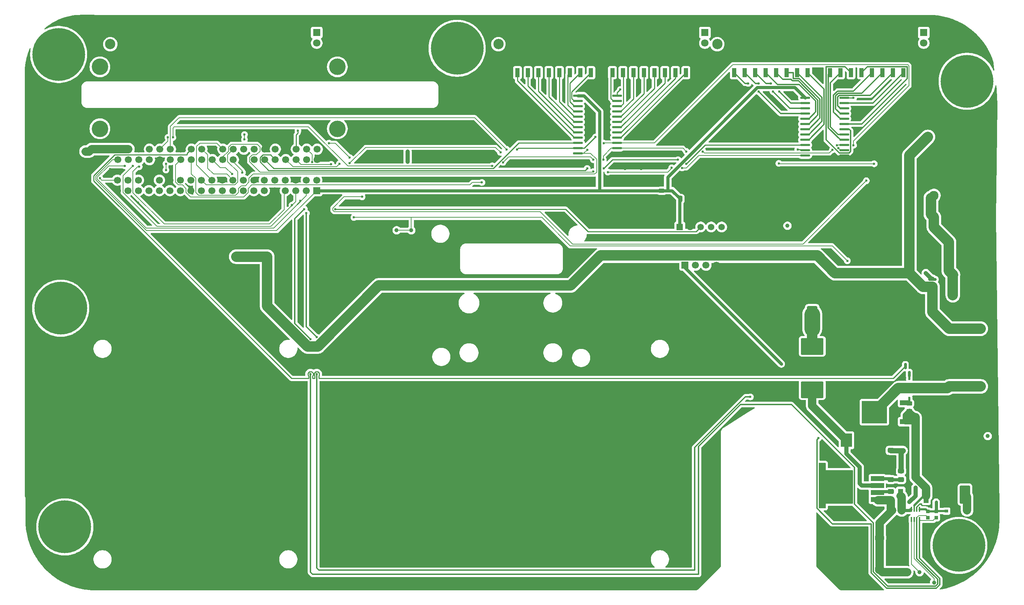
<source format=gbr>
%TF.GenerationSoftware,KiCad,Pcbnew,9.0.2*%
%TF.CreationDate,2025-06-06T12:18:48-05:00*%
%TF.ProjectId,MothBox,4d6f7468-426f-4782-9e6b-696361645f70,5.0.0*%
%TF.SameCoordinates,Original*%
%TF.FileFunction,Copper,L2,Bot*%
%TF.FilePolarity,Positive*%
%FSLAX46Y46*%
G04 Gerber Fmt 4.6, Leading zero omitted, Abs format (unit mm)*
G04 Created by KiCad (PCBNEW 9.0.2) date 2025-06-06 12:18:48*
%MOMM*%
%LPD*%
G01*
G04 APERTURE LIST*
G04 Aperture macros list*
%AMRoundRect*
0 Rectangle with rounded corners*
0 $1 Rounding radius*
0 $2 $3 $4 $5 $6 $7 $8 $9 X,Y pos of 4 corners*
0 Add a 4 corners polygon primitive as box body*
4,1,4,$2,$3,$4,$5,$6,$7,$8,$9,$2,$3,0*
0 Add four circle primitives for the rounded corners*
1,1,$1+$1,$2,$3*
1,1,$1+$1,$4,$5*
1,1,$1+$1,$6,$7*
1,1,$1+$1,$8,$9*
0 Add four rect primitives between the rounded corners*
20,1,$1+$1,$2,$3,$4,$5,0*
20,1,$1+$1,$4,$5,$6,$7,0*
20,1,$1+$1,$6,$7,$8,$9,0*
20,1,$1+$1,$8,$9,$2,$3,0*%
%AMFreePoly0*
4,1,21,4.105355,5.175355,4.120000,5.140000,4.120000,-5.780000,4.105355,-5.815355,4.070000,-5.830000,2.540000,-5.830000,2.504645,-5.815355,2.490000,-5.780000,2.490000,-4.050000,-4.060000,-4.050000,-4.095355,-4.035355,-4.110000,-4.000000,-4.110000,4.000000,-4.095355,4.035355,-4.060000,4.050000,2.490000,4.050000,2.490000,5.140000,2.504645,5.175355,2.540000,5.190000,4.070000,5.190000,
4.105355,5.175355,4.105355,5.175355,$1*%
G04 Aperture macros list end*
%TA.AperFunction,SMDPad,CuDef*%
%ADD10R,2.540000X1.270000*%
%TD*%
%TA.AperFunction,SMDPad,CuDef*%
%ADD11R,6.100000X5.400000*%
%TD*%
%TA.AperFunction,ComponentPad*%
%ADD12C,1.000000*%
%TD*%
%TA.AperFunction,ComponentPad*%
%ADD13C,4.000000*%
%TD*%
%TA.AperFunction,ComponentPad*%
%ADD14C,12.800000*%
%TD*%
%TA.AperFunction,ComponentPad*%
%ADD15C,2.500000*%
%TD*%
%TA.AperFunction,ComponentPad*%
%ADD16C,1.800000*%
%TD*%
%TA.AperFunction,ComponentPad*%
%ADD17R,1.800000X1.800000*%
%TD*%
%TA.AperFunction,SMDPad,CuDef*%
%ADD18RoundRect,0.250000X1.000000X-1.750000X1.000000X1.750000X-1.000000X1.750000X-1.000000X-1.750000X0*%
%TD*%
%TA.AperFunction,ComponentPad*%
%ADD19R,1.700000X1.700000*%
%TD*%
%TA.AperFunction,ComponentPad*%
%ADD20C,1.700000*%
%TD*%
%TA.AperFunction,ComponentPad*%
%ADD21C,2.300000*%
%TD*%
%TA.AperFunction,SMDPad,CuDef*%
%ADD22RoundRect,0.250000X2.500000X-1.750000X2.500000X1.750000X-2.500000X1.750000X-2.500000X-1.750000X0*%
%TD*%
%TA.AperFunction,SMDPad,CuDef*%
%ADD23O,2.390000X0.570000*%
%TD*%
%TA.AperFunction,SMDPad,CuDef*%
%ADD24R,1.100000X2.200000*%
%TD*%
%TA.AperFunction,SMDPad,CuDef*%
%ADD25R,1.330000X1.500000*%
%TD*%
%TA.AperFunction,SMDPad,CuDef*%
%ADD26RoundRect,0.250000X0.475000X-0.337500X0.475000X0.337500X-0.475000X0.337500X-0.475000X-0.337500X0*%
%TD*%
%TA.AperFunction,SMDPad,CuDef*%
%ADD27RoundRect,0.250000X-0.475000X0.337500X-0.475000X-0.337500X0.475000X-0.337500X0.475000X0.337500X0*%
%TD*%
%TA.AperFunction,SMDPad,CuDef*%
%ADD28R,0.900000X0.800000*%
%TD*%
%TA.AperFunction,SMDPad,CuDef*%
%ADD29RoundRect,0.250000X1.000000X-1.950000X1.000000X1.950000X-1.000000X1.950000X-1.000000X-1.950000X0*%
%TD*%
%TA.AperFunction,SMDPad,CuDef*%
%ADD30RoundRect,0.150000X-0.150000X0.587500X-0.150000X-0.587500X0.150000X-0.587500X0.150000X0.587500X0*%
%TD*%
%TA.AperFunction,SMDPad,CuDef*%
%ADD31RoundRect,0.250000X-0.450000X0.262500X-0.450000X-0.262500X0.450000X-0.262500X0.450000X0.262500X0*%
%TD*%
%TA.AperFunction,SMDPad,CuDef*%
%ADD32R,2.700000X3.300000*%
%TD*%
%TA.AperFunction,SMDPad,CuDef*%
%ADD33RoundRect,0.250000X0.250000X0.475000X-0.250000X0.475000X-0.250000X-0.475000X0.250000X-0.475000X0*%
%TD*%
%TA.AperFunction,SMDPad,CuDef*%
%ADD34RoundRect,0.250000X0.475000X-0.250000X0.475000X0.250000X-0.475000X0.250000X-0.475000X-0.250000X0*%
%TD*%
%TA.AperFunction,SMDPad,CuDef*%
%ADD35O,0.360000X1.250000*%
%TD*%
%TA.AperFunction,ComponentPad*%
%ADD36C,1.570000*%
%TD*%
%TA.AperFunction,ComponentPad*%
%ADD37R,1.570000X1.570000*%
%TD*%
%TA.AperFunction,SMDPad,CuDef*%
%ADD38RoundRect,0.150000X-0.825000X-0.150000X0.825000X-0.150000X0.825000X0.150000X-0.825000X0.150000X0*%
%TD*%
%TA.AperFunction,SMDPad,CuDef*%
%ADD39FreePoly0,180.000000*%
%TD*%
%TA.AperFunction,SMDPad,CuDef*%
%ADD40R,3.200000X1.150000*%
%TD*%
%TA.AperFunction,SMDPad,CuDef*%
%ADD41R,0.860000X0.810000*%
%TD*%
%TA.AperFunction,SMDPad,CuDef*%
%ADD42R,1.280000X3.460000*%
%TD*%
%TA.AperFunction,ViaPad*%
%ADD43C,0.600000*%
%TD*%
%TA.AperFunction,Conductor*%
%ADD44C,2.540000*%
%TD*%
%TA.AperFunction,Conductor*%
%ADD45C,1.270000*%
%TD*%
%TA.AperFunction,Conductor*%
%ADD46C,2.032000*%
%TD*%
%TA.AperFunction,Conductor*%
%ADD47C,0.500000*%
%TD*%
%TA.AperFunction,Conductor*%
%ADD48C,0.203200*%
%TD*%
%TA.AperFunction,Conductor*%
%ADD49C,0.250000*%
%TD*%
%TA.AperFunction,Conductor*%
%ADD50C,0.304800*%
%TD*%
%TA.AperFunction,Conductor*%
%ADD51C,1.000000*%
%TD*%
%TA.AperFunction,Conductor*%
%ADD52C,0.800000*%
%TD*%
%TA.AperFunction,Conductor*%
%ADD53C,3.810000*%
%TD*%
G04 APERTURE END LIST*
D10*
%TO.P,Q2,1,G*%
%TO.N,Net-(Q1-C)*%
X140040000Y-57680671D03*
D11*
%TO.P,Q2,2,D*%
%TO.N,Net-(Q2-D)*%
X132540000Y-59970671D03*
D10*
%TO.P,Q2,3,S*%
%TO.N,/Power/VIN-*%
X140030000Y-62260671D03*
%TD*%
D12*
%TO.P,TP8,1,1*%
%TO.N,L_LED_CTRL*%
X20400000Y-15865671D03*
%TD*%
%TO.P,TP7,1,1*%
%TO.N,L_LED_CTRL*%
X16850000Y-15865671D03*
%TD*%
D13*
%TO.P,U18,S1*%
%TO.N,N/C*%
X-55000000Y8734329D03*
%TO.P,U18,S2*%
X2500000Y8734329D03*
%TO.P,U18,S3*%
X-55000000Y23734329D03*
X2500000Y23734329D03*
%TD*%
D14*
%TO.P,H8,1*%
%TO.N,N/C*%
X-64500000Y-34765671D03*
%TD*%
%TO.P,H6,1*%
%TO.N,N/C*%
X-63500000Y-87765671D03*
%TD*%
%TO.P,H5,1*%
%TO.N,N/C*%
X153000000Y-92265671D03*
%TD*%
%TO.P,H3,1*%
%TO.N,N/C*%
X155000000Y20234329D03*
%TD*%
%TO.P,H2,1*%
%TO.N,N/C*%
X31500000Y28234329D03*
%TD*%
%TO.P,H1,1*%
%TO.N,N/C*%
X-65000000Y26734329D03*
%TD*%
D15*
%TO.P,A3,7*%
%TO.N,N/C*%
X-52500000Y29234329D03*
D16*
%TO.P,A3,4,4*%
%TO.N,GND*%
X-2500000Y24424329D03*
%TO.P,A3,3,3*%
X-2500000Y26964329D03*
%TO.P,A3,2,2*%
%TO.N,/UV LED PCB/+12V_PCB3*%
X-2500000Y29504329D03*
D17*
%TO.P,A3,1,1*%
X-2500000Y32044329D03*
%TD*%
D15*
%TO.P,A2,7*%
%TO.N,N/C*%
X94500000Y29234329D03*
D16*
%TO.P,A2,4,4*%
%TO.N,GND*%
X144500000Y24424329D03*
%TO.P,A2,3,3*%
X144500000Y26964329D03*
%TO.P,A2,2,2*%
%TO.N,/UV LED PCB/+12V_PCB1*%
X144500000Y29504329D03*
D17*
%TO.P,A2,1,1*%
X144500000Y32044329D03*
%TD*%
D15*
%TO.P,A1,7*%
%TO.N,N/C*%
X41500000Y29234329D03*
D16*
%TO.P,A1,4,4*%
%TO.N,GND*%
X91500000Y24424329D03*
%TO.P,A1,3,3*%
X91500000Y26964329D03*
%TO.P,A1,2,2*%
%TO.N,/UV LED PCB/+12V_PCB2*%
X91500000Y29504329D03*
D17*
%TO.P,A1,1,1*%
X91500000Y32044329D03*
%TD*%
D12*
%TO.P,TP6,1,1*%
%TO.N,/Photo LED's/+12V_R_LED*%
X160000000Y-65765671D03*
%TD*%
%TO.P,TP5,1,1*%
%TO.N,/Photo LED's/+12V_L_LED*%
X111500000Y-14765671D03*
%TD*%
D18*
%TO.P,C4,1*%
%TO.N,+5V*%
X117500000Y-36265671D03*
%TO.P,C4,2*%
%TO.N,GND*%
X117500000Y-28265671D03*
%TD*%
D19*
%TO.P,U5,1,3V3*%
%TO.N,+3.3V*%
X-2500000Y-6265671D03*
D20*
%TO.P,U5,2,5V*%
%TO.N,+5V*%
X-2500000Y-3725671D03*
%TO.P,U5,3,GPIO2/SDA1*%
%TO.N,SDA*%
X-5040000Y-6265671D03*
%TO.P,U5,4,5V*%
%TO.N,+5V*%
X-5040000Y-3725671D03*
%TO.P,U5,5,GPIO3/SCL1*%
%TO.N,SCL*%
X-7580000Y-6265671D03*
%TO.P,U5,6,GND*%
%TO.N,GND*%
X-7580000Y-3725671D03*
%TO.P,U5,7,GPIO4/GPIO_GCKL*%
%TO.N,/RPI5/GPIO4{slash}GPIO_GCKL*%
X-10120000Y-6265671D03*
%TO.P,U5,8,GPIO14/TXD0*%
%TO.N,unconnected-(U5-GPIO14{slash}TXD0-Pad8)*%
X-10120000Y-3725671D03*
%TO.P,U5,9,GND*%
%TO.N,GND*%
X-12660000Y-6265671D03*
%TO.P,U5,10,GPIO15/RXD0*%
%TO.N,unconnected-(U5-GPIO15{slash}RXD0-Pad10)*%
X-12660000Y-3725671D03*
%TO.P,U5,11,GPIO17/GPIO_GEN0*%
%TO.N,/RPI5/Save for eink_11*%
X-15200000Y-6265671D03*
%TO.P,U5,12,GPIO18/GPIO_GEN1*%
%TO.N,unconnected-(U5-GPIO18{slash}GPIO_GEN1-Pad12)*%
X-15200000Y-3725671D03*
%TO.P,U5,13,GPIO27/GPIO_GEN2*%
%TO.N,unconnected-(U5-GPIO27{slash}GPIO_GEN2-Pad13)*%
X-17740000Y-6265671D03*
%TO.P,U5,14,GND*%
%TO.N,GND*%
X-17740000Y-3725671D03*
%TO.P,U5,15,GPIO22/GPIO_GEN3*%
%TO.N,unconnected-(U5-GPIO22{slash}GPIO_GEN3-Pad15)*%
X-20280000Y-6265671D03*
%TO.P,U5,16,GPIO23/GPIO_GEN4*%
%TO.N,unconnected-(U5-GPIO23{slash}GPIO_GEN4-Pad16)*%
X-20280000Y-3725671D03*
%TO.P,U5,17,3V3*%
%TO.N,unconnected-(U5-3V3-Pad17)*%
X-22820000Y-6265671D03*
%TO.P,U5,18,GPIO24/GPIO_GEN5*%
%TO.N,/RPI5/Save for eink_18*%
X-22820000Y-3725671D03*
%TO.P,U5,19,GPIO10/SPI_MOSI*%
%TO.N,/RPI5/Save for eink_19*%
X-25360000Y-6265671D03*
%TO.P,U5,20,GND*%
%TO.N,GND*%
X-25360000Y-3725671D03*
%TO.P,U5,21,GPIO9/SPI_MISO*%
%TO.N,unconnected-(U5-GPIO9{slash}SPI_MISO-Pad21)*%
X-27900000Y-6265671D03*
%TO.P,U5,22,GPIO25/GPIO_GEN6*%
%TO.N,/RPI5/Save for eink_22*%
X-27900000Y-3725671D03*
%TO.P,U5,23,GPIO11/SPI_SCLK*%
%TO.N,/RPI5/Save for eink_23*%
X-30440000Y-6265671D03*
%TO.P,U5,24,GPIO8/~{SPI_CE0}*%
%TO.N,/RPI5/Save for eink_24*%
X-30440000Y-3725671D03*
%TO.P,U5,25,GND*%
%TO.N,GND*%
X-32980000Y-6265671D03*
%TO.P,U5,26,GPIO7/~{SPI_CE1}*%
%TO.N,unconnected-(U5-GPIO7{slash}~{SPI_CE1}-Pad26)*%
X-32980000Y-3725671D03*
%TO.P,U5,27,ID_SD*%
%TO.N,unconnected-(U5-ID_SD-Pad27)*%
X-35520000Y-6265671D03*
%TO.P,U5,28,ID_SC*%
%TO.N,unconnected-(U5-ID_SC-Pad28)*%
X-35520000Y-3725671D03*
%TO.P,U5,29,GPIO5*%
%TO.N,unconnected-(U5-GPIO5-Pad29)*%
X-38060000Y-6265671D03*
%TO.P,U5,30,GND*%
%TO.N,GND*%
X-38060000Y-3725671D03*
%TO.P,U5,31,GPIO6*%
%TO.N,unconnected-(U5-GPIO6-Pad31)*%
X-40600000Y-6265671D03*
%TO.P,U5,32,GPIO12*%
%TO.N,unconnected-(U5-GPIO12-Pad32)*%
X-40600000Y-3725671D03*
%TO.P,U5,33,GPIO13*%
%TO.N,unconnected-(U5-GPIO13-Pad33)*%
X-43140000Y-6265671D03*
%TO.P,U5,34,GND*%
%TO.N,GND*%
X-43140000Y-3725671D03*
%TO.P,U5,35,GPIO19*%
%TO.N,unconnected-(U5-GPIO19-Pad35)*%
X-45680000Y-6265671D03*
%TO.P,U5,36,GPIO16*%
%TO.N,unconnected-(U5-GPIO16-Pad36)*%
X-45680000Y-3725671D03*
%TO.P,U5,37,GPIO26*%
%TO.N,/RPI5/Save for relay 3*%
X-48220000Y-6265671D03*
%TO.P,U5,38,GPIO20*%
%TO.N,/RPI5/Save for relay*%
X-48220000Y-3725671D03*
%TO.P,U5,39,GND*%
%TO.N,GND*%
X-50760000Y-6265671D03*
%TO.P,U5,40,GPIO21*%
%TO.N,/RPI5/Save for relay 2*%
X-50760000Y-3725671D03*
%TD*%
D19*
%TO.P,U16,1,1*%
%TO.N,+5V*%
X-50630000Y3786829D03*
D20*
%TO.P,U16,2,2*%
%TO.N,+3.3V*%
X-50630000Y1246829D03*
%TO.P,U16,3,3*%
%TO.N,+5V*%
X-48090000Y3786829D03*
%TO.P,U16,4,4*%
%TO.N,SDA*%
X-48090000Y1246829D03*
%TO.P,U16,5,5*%
%TO.N,GND*%
X-45550000Y3786829D03*
%TO.P,U16,6,6*%
%TO.N,SCL*%
X-45550000Y1246829D03*
%TO.P,U16,7,7*%
%TO.N,GPS_RX*%
X-43010000Y3786829D03*
%TO.P,U16,8,8*%
%TO.N,/RPI5/GPIO4{slash}GPIO_GCKL*%
X-43010000Y1246829D03*
%TO.P,U16,9,9*%
%TO.N,GPS_TX*%
X-40470000Y3786829D03*
%TO.P,U16,10,10*%
%TO.N,GND*%
X-40470000Y1246829D03*
%TO.P,U16,11,11*%
%TO.N,S2_MUX*%
X-37930000Y3786829D03*
%TO.P,U16,12,12*%
%TO.N,/RPI5/Save for eink_11*%
X-37930000Y1246829D03*
%TO.P,U16,13,13*%
%TO.N,GND*%
X-35390000Y3786829D03*
%TO.P,U16,14,14*%
%TO.N,S1_MUX*%
X-35390000Y1246829D03*
%TO.P,U16,15,15*%
%TO.N,EN_12VReg*%
X-32850000Y3786829D03*
%TO.P,U16,16,16*%
%TO.N,S3_MUX*%
X-32850000Y1246829D03*
%TO.P,U16,17,17*%
%TO.N,/RPI5/Save for eink_18*%
X-30310000Y3786829D03*
%TO.P,U16,18,18*%
%TO.N,unconnected-(U16-Pad18)*%
X-30310000Y1246829D03*
%TO.P,U16,19,19*%
%TO.N,GND*%
X-27770000Y3786829D03*
%TO.P,U16,20,20*%
%TO.N,/RPI5/Save for eink_19*%
X-27770000Y1246829D03*
%TO.P,U16,21,21*%
%TO.N,/RPI5/Save for eink_22*%
X-25230000Y3786829D03*
%TO.P,U16,22,22*%
%TO.N,UV1_CTRL*%
X-25230000Y1246829D03*
%TO.P,U16,23,23*%
%TO.N,/RPI5/Save for eink_24*%
X-22690000Y3786829D03*
%TO.P,U16,24,24*%
%TO.N,/RPI5/Save for eink_23*%
X-22690000Y1246829D03*
%TO.P,U16,25,25*%
%TO.N,UV4_EX_CTRL*%
X-20150000Y3786829D03*
%TO.P,U16,26,26*%
%TO.N,GND*%
X-20150000Y1246829D03*
%TO.P,U16,27,27*%
%TO.N,unconnected-(U16-Pad27)*%
X-17610000Y3786829D03*
%TO.P,U16,28,28*%
%TO.N,unconnected-(U16-Pad28)*%
X-17610000Y1246829D03*
%TO.P,U16,29,29*%
%TO.N,GND*%
X-15070000Y3786829D03*
%TO.P,U16,30,30*%
%TO.N,EN_MUX1*%
X-15070000Y1246829D03*
%TO.P,U16,31,31*%
%TO.N,GPS_PPS*%
X-12530000Y3786829D03*
%TO.P,U16,32,32*%
%TO.N,EN_MUX2*%
X-12530000Y1246829D03*
%TO.P,U16,33,33*%
%TO.N,GND*%
X-9990000Y3786829D03*
%TO.P,U16,34,34*%
%TO.N,S0_MUX*%
X-9990000Y1246829D03*
%TO.P,U16,35,35*%
%TO.N,COM_I{slash}O*%
X-7450000Y3786829D03*
%TO.P,U16,36,36*%
%TO.N,L_LED_CTRL*%
X-7450000Y1246829D03*
%TO.P,U16,37,37*%
%TO.N,/RPI5/Save for relay*%
X-4910000Y3786829D03*
%TO.P,U16,38,38*%
%TO.N,/RPI5/Save for relay 3*%
X-4910000Y1246829D03*
%TO.P,U16,39,39*%
%TO.N,/RPI5/Save for relay 2*%
X-2370000Y3786829D03*
%TO.P,U16,40,40*%
%TO.N,GND*%
X-2370000Y1246829D03*
%TD*%
D21*
%TO.P,P2,2,2*%
%TO.N,+12V*%
X150660000Y-39725671D03*
X158280000Y-39725671D03*
%TO.P,P2,1,1*%
%TO.N,GND*%
X150660000Y-44805671D03*
X158280000Y-44805671D03*
%TD*%
%TO.P,P3,2,2*%
%TO.N,Net-(Q2-D)*%
X150660000Y-53725671D03*
X158280000Y-53725671D03*
%TO.P,P3,1,1*%
%TO.N,GND*%
X150660000Y-58805671D03*
X158280000Y-58805671D03*
%TD*%
%TO.P,P4,2,2*%
%TO.N,/UV LED PCB/+12V_PCB4*%
X146960000Y-15075671D03*
X146960000Y-7455671D03*
%TO.P,P4,1,1*%
%TO.N,GND*%
X152040000Y-15075671D03*
X152040000Y-7455671D03*
%TD*%
%TO.P,P1,2,2*%
%TO.N,+24V*%
X133780000Y-90425671D03*
X133780000Y-98045671D03*
%TO.P,P1,1,1*%
%TO.N,GND*%
X128700000Y-90425671D03*
X128700000Y-98045671D03*
%TD*%
D22*
%TO.P,L1,2*%
%TO.N,+5V*%
X117500000Y-44015671D03*
%TO.P,L1,1*%
%TO.N,Net-(E3-C)*%
X117500000Y-54515671D03*
%TD*%
D23*
%TO.P,U9,24,VCC*%
%TO.N,+3.3V*%
X115760000Y16224329D03*
%TO.P,U9,23,I8*%
%TO.N,/GPS and Switches/Hour_11*%
X115760000Y14954329D03*
%TO.P,U9,22,I9*%
%TO.N,/GPS and Switches/Hour_10*%
X115760000Y13684329D03*
%TO.P,U9,21,I10*%
%TO.N,/GPS and Switches/Hour_9*%
X115760000Y12414329D03*
%TO.P,U9,20,I11*%
%TO.N,/GPS and Switches/Hour_12*%
X115760000Y11144329D03*
%TO.P,U9,19,I12*%
%TO.N,/GPS and Switches/Hour_13*%
X115760000Y9864329D03*
%TO.P,U9,18,I13*%
%TO.N,/GPS and Switches/Hour_14*%
X115760000Y8604329D03*
%TO.P,U9,17,I14*%
%TO.N,/GPS and Switches/Hour_15*%
X115760000Y7334329D03*
%TO.P,U9,16,I15*%
%TO.N,/GPS and Switches/Hour_16*%
X115760000Y6064329D03*
%TO.P,U9,15,~{E}*%
%TO.N,EN_MUX2*%
X115760000Y4794329D03*
%TO.P,U9,14,S2*%
%TO.N,S2_MUX*%
X115760000Y3524329D03*
%TO.P,U9,13,S3*%
%TO.N,S3_MUX*%
X115760000Y2244329D03*
%TO.P,U9,12,GND*%
%TO.N,GND*%
X125240000Y2244329D03*
%TO.P,U9,11,S1*%
%TO.N,S1_MUX*%
X125240000Y3524329D03*
%TO.P,U9,10,S0*%
%TO.N,S0_MUX*%
X125240000Y4794329D03*
%TO.P,U9,9,I0*%
%TO.N,/GPS and Switches/Hour_1*%
X125240000Y6064329D03*
%TO.P,U9,8,I1*%
%TO.N,/GPS and Switches/Hour_2*%
X125240000Y7334329D03*
%TO.P,U9,7,I2*%
%TO.N,/GPS and Switches/Hour_3*%
X125240000Y8604329D03*
%TO.P,U9,6,I3*%
%TO.N,/GPS and Switches/Hour_4*%
X125240000Y9864329D03*
%TO.P,U9,5,I4*%
%TO.N,/GPS and Switches/Hour_5*%
X125240000Y11144329D03*
%TO.P,U9,4,I5*%
%TO.N,/GPS and Switches/Hour_6*%
X125240000Y12414329D03*
%TO.P,U9,3,I6*%
%TO.N,/GPS and Switches/Hour_7*%
X125240000Y13684329D03*
%TO.P,U9,2,I7*%
%TO.N,/GPS and Switches/Hour_8*%
X125240000Y14954329D03*
%TO.P,U9,1,COM_I/O*%
%TO.N,COM_I{slash}O*%
X125240000Y16224329D03*
%TD*%
D24*
%TO.P,U2,1,1*%
%TO.N,GND*%
X121800000Y31134329D03*
%TO.P,U2,2,2*%
X124340000Y31134329D03*
%TO.P,U2,3,3*%
X126880000Y31134329D03*
%TO.P,U2,4,4*%
X129420000Y31134329D03*
%TO.P,U2,5,5*%
X131960000Y31134329D03*
%TO.P,U2,6,6*%
X134500000Y31134329D03*
%TO.P,U2,7,7*%
X137040000Y31134329D03*
%TO.P,U2,8,8*%
X139580000Y31134329D03*
%TO.P,U2,9,9*%
%TO.N,/GPS and Switches/Hour_8*%
X139580000Y22334329D03*
%TO.P,U2,10,10*%
%TO.N,/GPS and Switches/Hour_7*%
X137040000Y22334329D03*
%TO.P,U2,11,11*%
%TO.N,/GPS and Switches/Hour_6*%
X134500000Y22334329D03*
%TO.P,U2,12,12*%
%TO.N,/GPS and Switches/Hour_5*%
X131960000Y22334329D03*
%TO.P,U2,13,13*%
%TO.N,/GPS and Switches/Hour_4*%
X129420000Y22334329D03*
%TO.P,U2,14,14*%
%TO.N,/GPS and Switches/Hour_3*%
X126880000Y22334329D03*
%TO.P,U2,15,15*%
%TO.N,/GPS and Switches/Hour_2*%
X124340000Y22334329D03*
%TO.P,U2,16,16*%
%TO.N,/GPS and Switches/Hour_1*%
X121800000Y22334329D03*
%TD*%
D12*
%TO.P,TP4,1,1*%
%TO.N,/Power/VIN-*%
X142500000Y-75765671D03*
%TD*%
D25*
%TO.P,F2,2,2*%
%TO.N,+24V*%
X136860000Y-83765671D03*
%TO.P,F2,1,1*%
%TO.N,/Power/VIN+*%
X139140000Y-83765671D03*
%TD*%
D26*
%TO.P,C3,1*%
%TO.N,+24V*%
X136500000Y-81303171D03*
%TO.P,C3,2*%
%TO.N,Net-(U3-VC)*%
X136500000Y-79228171D03*
%TD*%
D27*
%TO.P,C2,2*%
%TO.N,GND*%
X140500000Y-100840671D03*
%TO.P,C2,1*%
%TO.N,+24V*%
X140500000Y-98765671D03*
%TD*%
D28*
%TO.P,C6,2,2*%
%TO.N,+3.3V*%
X150000000Y-83965671D03*
%TO.P,C6,1,1*%
%TO.N,GND*%
X150000000Y-82565671D03*
%TD*%
D27*
%TO.P,C5,2*%
%TO.N,GND*%
X136500000Y-71303171D03*
%TO.P,C5,1*%
%TO.N,+5V*%
X136500000Y-69228171D03*
%TD*%
D29*
%TO.P,C1,2*%
%TO.N,GND*%
X154500000Y-71565671D03*
%TO.P,C1,1*%
%TO.N,+24V*%
X154500000Y-79965671D03*
%TD*%
D30*
%TO.P,Q1,3,C*%
%TO.N,Net-(Q1-C)*%
X141000000Y-50703171D03*
%TO.P,Q1,2,E*%
%TO.N,GND*%
X141950000Y-48828171D03*
%TO.P,Q1,1,B*%
%TO.N,EN_12VReg*%
X140050000Y-48828171D03*
%TD*%
D31*
%TO.P,R1,2*%
%TO.N,/Power/VIN-*%
X141000000Y-59678171D03*
%TO.P,R1,1*%
%TO.N,Net-(Q1-C)*%
X141000000Y-57853171D03*
%TD*%
D32*
%TO.P,E3,2,A*%
%TO.N,GND*%
X133190000Y-66765671D03*
%TO.P,E3,1,C*%
%TO.N,Net-(E3-C)*%
X125810000Y-66765671D03*
%TD*%
D24*
%TO.P,U1,16,16*%
%TO.N,/GPS and Switches/Armed{slash}Disarmed*%
X69110000Y22334329D03*
%TO.P,U1,15,15*%
%TO.N,/GPS and Switches/Mon*%
X71650000Y22334329D03*
%TO.P,U1,14,14*%
%TO.N,/GPS and Switches/Tue*%
X74190000Y22334329D03*
%TO.P,U1,13,13*%
%TO.N,/GPS and Switches/Wed*%
X76730000Y22334329D03*
%TO.P,U1,12,12*%
%TO.N,/GPS and Switches/Thur*%
X79270000Y22334329D03*
%TO.P,U1,11,11*%
%TO.N,/GPS and Switches/Fri*%
X81810000Y22334329D03*
%TO.P,U1,10,10*%
%TO.N,/GPS and Switches/Sat*%
X84350000Y22334329D03*
%TO.P,U1,9,9*%
%TO.N,/GPS and Switches/Sun*%
X86890000Y22334329D03*
%TO.P,U1,8,8*%
%TO.N,GND*%
X86890000Y31134329D03*
%TO.P,U1,7,7*%
X84350000Y31134329D03*
%TO.P,U1,6,6*%
X81810000Y31134329D03*
%TO.P,U1,5,5*%
X79270000Y31134329D03*
%TO.P,U1,4,4*%
X76730000Y31134329D03*
%TO.P,U1,3,3*%
X74190000Y31134329D03*
%TO.P,U1,2,2*%
X71650000Y31134329D03*
%TO.P,U1,1,1*%
X69110000Y31134329D03*
%TD*%
D20*
%TO.P,H9,4,4*%
%TO.N,GND*%
X94310000Y-24315671D03*
%TO.P,H9,3,3*%
%TO.N,GPS_TX*%
X91770000Y-24315671D03*
%TO.P,H9,2,2*%
%TO.N,GPS_RX*%
X89230000Y-24315671D03*
D19*
%TO.P,H9,1,1*%
%TO.N,+3.3V*%
X86690000Y-24315671D03*
%TD*%
D33*
%TO.P,C17,2*%
%TO.N,+3.3V*%
X85550000Y-8265671D03*
%TO.P,C17,1*%
%TO.N,GND*%
X87450000Y-8265671D03*
%TD*%
D34*
%TO.P,C16,2*%
%TO.N,+3.3V*%
X81000000Y-6315671D03*
%TO.P,C16,1*%
%TO.N,GND*%
X81000000Y-8215671D03*
%TD*%
D12*
%TO.P,TP1,1,1*%
%TO.N,Net-(U19-A0)*%
X147000000Y-101265671D03*
%TD*%
%TO.P,TP2,1,1*%
%TO.N,Net-(U19-A1)*%
X143500000Y-98765671D03*
%TD*%
%TO.P,TP3,1,1*%
%TO.N,+5V*%
X139500000Y-69265671D03*
%TD*%
D35*
%TO.P,U19,8,A1*%
%TO.N,Net-(U19-A1)*%
X141520000Y-85995671D03*
%TO.P,U19,7,A0*%
%TO.N,Net-(U19-A0)*%
X142170000Y-85995671D03*
%TO.P,U19,6,SDA*%
%TO.N,SDA*%
X142820000Y-85995671D03*
%TO.P,U19,5,SCL*%
%TO.N,SCL*%
X143480000Y-85995671D03*
%TO.P,U19,4,VS*%
%TO.N,+3.3V*%
X143480000Y-83535671D03*
%TO.P,U19,3,GND*%
%TO.N,GND*%
X142820000Y-83535671D03*
%TO.P,U19,2,IN-*%
%TO.N,/Power/VIN-*%
X142170000Y-83535671D03*
%TO.P,U19,1,IN+*%
%TO.N,/Power/VIN+*%
X141520000Y-83535671D03*
%TD*%
D36*
%TO.P,U17,5,5*%
%TO.N,GPS_PPS*%
X95580000Y-15065671D03*
%TO.P,U17,4,4*%
%TO.N,GPS_TX*%
X93040000Y-15065671D03*
%TO.P,U17,3,3*%
%TO.N,GPS_RX*%
X90500000Y-15065671D03*
%TO.P,U17,2,2*%
%TO.N,GND*%
X87960000Y-15065671D03*
D37*
%TO.P,U17,1,1*%
%TO.N,+3.3V*%
X85420000Y-15065671D03*
%TD*%
D38*
%TO.P,U13,8,D*%
%TO.N,/UV LED PCB/+12V_PCB4*%
X151552500Y-31600671D03*
%TO.P,U13,7,D*%
X151552500Y-30330671D03*
%TO.P,U13,6,D*%
X151552500Y-29060671D03*
%TO.P,U13,5,D*%
X151552500Y-27790671D03*
%TO.P,U13,4,G*%
%TO.N,Net-(Q11-C)*%
X146602500Y-27790671D03*
%TO.P,U13,3,S*%
%TO.N,+12V*%
X146602500Y-29060671D03*
%TO.P,U13,2,S*%
X146602500Y-30330671D03*
%TO.P,U13,1,S*%
X146602500Y-31600671D03*
%TD*%
D23*
%TO.P,U8,24,VCC*%
%TO.N,+3.3V*%
X60760000Y16724329D03*
%TO.P,U8,23,I8*%
%TO.N,/GPS and Switches/Test_Debug*%
X60760000Y15454329D03*
%TO.P,U8,22,I9*%
%TO.N,/GPS and Switches/HI{slash}LOW_PWR*%
X60760000Y14184329D03*
%TO.P,U8,21,I10*%
%TO.N,/GPS and Switches/INT{slash}EXT_Attractor*%
X60760000Y12914329D03*
%TO.P,U8,20,I11*%
%TO.N,/GPS and Switches/Attractor_1*%
X60760000Y11644329D03*
%TO.P,U8,19,I12*%
%TO.N,/GPS and Switches/Attractor_2*%
X60760000Y10364329D03*
%TO.P,U8,18,I13*%
%TO.N,/GPS and Switches/Attractor_3*%
X60760000Y9104329D03*
%TO.P,U8,17,I14*%
%TO.N,/GPS and Switches/C1*%
X60760000Y7834329D03*
%TO.P,U8,16,I15*%
%TO.N,/GPS and Switches/C2*%
X60760000Y6564329D03*
%TO.P,U8,15,~{E}*%
%TO.N,EN_MUX1*%
X60760000Y5294329D03*
%TO.P,U8,14,S2*%
%TO.N,S2_MUX*%
X60760000Y4024329D03*
%TO.P,U8,13,S3*%
%TO.N,S3_MUX*%
X60760000Y2744329D03*
%TO.P,U8,12,GND*%
%TO.N,GND*%
X70240000Y2744329D03*
%TO.P,U8,11,S1*%
%TO.N,S1_MUX*%
X70240000Y4024329D03*
%TO.P,U8,10,S0*%
%TO.N,S0_MUX*%
X70240000Y5294329D03*
%TO.P,U8,9,I0*%
%TO.N,/GPS and Switches/Sun*%
X70240000Y6564329D03*
%TO.P,U8,8,I1*%
%TO.N,/GPS and Switches/Sat*%
X70240000Y7834329D03*
%TO.P,U8,7,I2*%
%TO.N,/GPS and Switches/Fri*%
X70240000Y9104329D03*
%TO.P,U8,6,I3*%
%TO.N,/GPS and Switches/Thur*%
X70240000Y10364329D03*
%TO.P,U8,5,I4*%
%TO.N,/GPS and Switches/Wed*%
X70240000Y11644329D03*
%TO.P,U8,4,I5*%
%TO.N,/GPS and Switches/Tue*%
X70240000Y12914329D03*
%TO.P,U8,3,I6*%
%TO.N,/GPS and Switches/Mon*%
X70240000Y14184329D03*
%TO.P,U8,2,I7*%
%TO.N,/GPS and Switches/Armed{slash}Disarmed*%
X70240000Y15454329D03*
%TO.P,U8,1,COM_I/O*%
%TO.N,COM_I{slash}O*%
X70240000Y16724329D03*
%TD*%
D24*
%TO.P,U7,16,16*%
%TO.N,/GPS and Switches/C2*%
X46110000Y22334329D03*
%TO.P,U7,15,15*%
%TO.N,/GPS and Switches/C1*%
X48650000Y22334329D03*
%TO.P,U7,14,14*%
%TO.N,/GPS and Switches/Attractor_3*%
X51190000Y22334329D03*
%TO.P,U7,13,13*%
%TO.N,/GPS and Switches/Attractor_2*%
X53730000Y22334329D03*
%TO.P,U7,12,12*%
%TO.N,/GPS and Switches/Attractor_1*%
X56270000Y22334329D03*
%TO.P,U7,11,11*%
%TO.N,/GPS and Switches/INT{slash}EXT_Attractor*%
X58810000Y22334329D03*
%TO.P,U7,10,10*%
%TO.N,/GPS and Switches/HI{slash}LOW_PWR*%
X61350000Y22334329D03*
%TO.P,U7,9,9*%
%TO.N,/GPS and Switches/Test_Debug*%
X63890000Y22334329D03*
%TO.P,U7,8,8*%
%TO.N,GND*%
X63890000Y31134329D03*
%TO.P,U7,7,7*%
X61350000Y31134329D03*
%TO.P,U7,6,6*%
X58810000Y31134329D03*
%TO.P,U7,5,5*%
X56270000Y31134329D03*
%TO.P,U7,4,4*%
X53730000Y31134329D03*
%TO.P,U7,3,3*%
X51190000Y31134329D03*
%TO.P,U7,2,2*%
X48650000Y31134329D03*
%TO.P,U7,1,1*%
X46110000Y31134329D03*
%TD*%
%TO.P,U6,16,16*%
%TO.N,/GPS and Switches/Hour_9*%
X98610000Y22334329D03*
%TO.P,U6,15,15*%
%TO.N,/GPS and Switches/Hour_10*%
X101150000Y22334329D03*
%TO.P,U6,14,14*%
%TO.N,/GPS and Switches/Hour_11*%
X103690000Y22334329D03*
%TO.P,U6,13,13*%
%TO.N,/GPS and Switches/Hour_12*%
X106230000Y22334329D03*
%TO.P,U6,12,12*%
%TO.N,/GPS and Switches/Hour_13*%
X108770000Y22334329D03*
%TO.P,U6,11,11*%
%TO.N,/GPS and Switches/Hour_14*%
X111310000Y22334329D03*
%TO.P,U6,10,10*%
%TO.N,/GPS and Switches/Hour_15*%
X113850000Y22334329D03*
%TO.P,U6,9,9*%
%TO.N,/GPS and Switches/Hour_16*%
X116390000Y22334329D03*
%TO.P,U6,8,8*%
%TO.N,GND*%
X116390000Y31134329D03*
%TO.P,U6,7,7*%
X113850000Y31134329D03*
%TO.P,U6,6,6*%
X111310000Y31134329D03*
%TO.P,U6,5,5*%
X108770000Y31134329D03*
%TO.P,U6,4,4*%
X106230000Y31134329D03*
%TO.P,U6,3,3*%
X103690000Y31134329D03*
%TO.P,U6,2,2*%
X101150000Y31134329D03*
%TO.P,U6,1,1*%
X98610000Y31134329D03*
%TD*%
D39*
%TO.P,U3,6,SW*%
%TO.N,unconnected-(U3-SW-Pad6)*%
X123250000Y-78085671D03*
D40*
%TO.P,U3,5,VIN*%
%TO.N,+24V*%
X133270000Y-81165671D03*
%TO.P,U3,4,VC*%
%TO.N,Net-(U3-VC)*%
X133270000Y-79465671D03*
%TO.P,U3,3,SW*%
%TO.N,Net-(E3-C)*%
X133270000Y-77765671D03*
%TO.P,U3,2,FB*%
%TO.N,/Power/FB*%
X133270000Y-76065671D03*
%TO.P,U3,1,GND*%
%TO.N,GND*%
X133270000Y-74365671D03*
%TD*%
D41*
%TO.P,R65,2,2*%
%TO.N,+3.3V*%
X145500000Y-84015671D03*
%TO.P,R65,1,1*%
%TO.N,SDA*%
X145500000Y-85515671D03*
%TD*%
%TO.P,R64,2,2*%
%TO.N,+3.3V*%
X147500000Y-84015671D03*
%TO.P,R64,1,1*%
%TO.N,SCL*%
X147500000Y-85515671D03*
%TD*%
D42*
%TO.P,R63,2,2*%
%TO.N,/Power/VIN+*%
X138930000Y-80265671D03*
%TO.P,R63,1,1*%
%TO.N,/Power/VIN-*%
X145070000Y-80265671D03*
%TD*%
D26*
%TO.P,R5,2*%
%TO.N,GND*%
X136500000Y-74228171D03*
%TO.P,R5,1*%
%TO.N,/Power/FB*%
X136500000Y-76303171D03*
%TD*%
D27*
%TO.P,R4,2*%
%TO.N,/Power/FB*%
X139000000Y-76303171D03*
%TO.P,R4,1*%
%TO.N,+5V*%
X139000000Y-74228171D03*
%TD*%
D43*
%TO.N,GND*%
X136500000Y-8865671D03*
X131000000Y15934329D03*
X106600000Y16934329D03*
X109800000Y14234329D03*
X112000000Y17534329D03*
X119200000Y22134329D03*
X125800000Y19534329D03*
X128200000Y8134329D03*
X128900000Y13234329D03*
X119300000Y4734329D03*
X101300000Y3834329D03*
X95800000Y3834329D03*
X76100000Y-1065671D03*
X72200000Y-1065671D03*
X60000000Y1034329D03*
X47100000Y934329D03*
X-44100000Y-7865671D03*
X-51300000Y-11165671D03*
X-47100000Y-10565671D03*
X105100000Y-54365671D03*
X108900000Y-54665671D03*
X112600000Y-54765671D03*
X115000000Y-57765671D03*
X127700000Y-62965671D03*
X124500000Y-59265671D03*
X122800000Y-66665671D03*
X120800000Y-64765671D03*
X-22000000Y7934329D03*
X-25900000Y7934329D03*
X-34200000Y8034329D03*
X-18800000Y10334329D03*
X126700000Y-94165671D03*
X128700000Y-94065671D03*
X72800000Y-26065671D03*
X44800000Y-39265671D03*
X62600000Y-38865671D03*
X6000000Y-43565671D03*
X14400000Y-40965671D03*
X-20000000Y-52865671D03*
X3700000Y-63065671D03*
X-67500000Y-97465671D03*
X-23800000Y10334329D03*
X-28600000Y10434329D03*
X-2100000Y9434329D03*
X-5700000Y5734329D03*
X-14200000Y5834329D03*
X-33800000Y-11065671D03*
X-39300000Y-10965671D03*
X-18100000Y-11165671D03*
X-12900000Y-11065671D03*
X-9500000Y-9965671D03*
X142300000Y35334329D03*
X95000000Y25434329D03*
X107900000Y32134329D03*
X93300000Y-40865671D03*
X105600000Y-37865671D03*
X125500000Y-49365671D03*
X134100000Y-43765671D03*
X129600000Y-39465671D03*
X88000000Y-11965671D03*
X85500000Y-5965671D03*
X84300000Y-4965671D03*
X82000000Y334329D03*
X63000000Y7434329D03*
X67800000Y7734329D03*
X75900000Y8034329D03*
X74200000Y7434329D03*
X-55100000Y-26265671D03*
X-63100000Y-24565671D03*
X-50600000Y-1165671D03*
X-52500000Y-1065671D03*
X-400000Y1334329D03*
X-52900000Y-9665671D03*
X-55500000Y-7465671D03*
X-36900000Y-8565671D03*
X-41500000Y-8565671D03*
X-45800000Y-9165671D03*
X-19200000Y-2165671D03*
X-12000000Y-8665671D03*
X-14300000Y-8565671D03*
X800000Y-8065671D03*
X-1400000Y-10965671D03*
X-2900000Y-9565671D03*
X-62500000Y18434329D03*
X-25800000Y35434329D03*
X-55500000Y35134329D03*
X-61700000Y35034329D03*
X-72500000Y23434329D03*
X-72200000Y21434329D03*
X42900000Y35334329D03*
X66500000Y35234329D03*
X130400000Y35134329D03*
X143600000Y20334329D03*
X143300000Y14834329D03*
X150000000Y434329D03*
X146200000Y634329D03*
X140900000Y6834329D03*
X105000000Y13634329D03*
X102800000Y13734329D03*
X101000000Y8334329D03*
X97500000Y8334329D03*
X86000000Y8234329D03*
X84200000Y8134329D03*
X83400000Y5434329D03*
X84900000Y2834329D03*
X118400000Y-10165671D03*
X114800000Y-12665671D03*
X124200000Y-13665671D03*
X121400000Y-16665671D03*
X127200000Y-18965671D03*
X127400000Y-17365671D03*
X72200000Y-4265671D03*
X69200000Y-4365671D03*
X101800000Y-14065671D03*
X106100000Y-12065671D03*
X106600000Y-8165671D03*
X105900000Y34329D03*
X100100000Y134329D03*
X95500000Y234329D03*
X91800000Y-165671D03*
X98700000Y-6865671D03*
X93900000Y-6765671D03*
X91100000Y-6565671D03*
X53800000Y-73065671D03*
X50900000Y-73065671D03*
X57500000Y-54365671D03*
X31300000Y-55765671D03*
X21200000Y-56565671D03*
X-59000000Y-96265671D03*
X-23400000Y-97565671D03*
X11700000Y-91465671D03*
X2700000Y-91465671D03*
X3000000Y-86665671D03*
X-11400000Y-86865671D03*
X-15100000Y-86265671D03*
X-19100000Y-86165671D03*
X-24000000Y-86565671D03*
X-30000000Y-85865671D03*
X-55700000Y-68365671D03*
X-57400000Y-76965671D03*
X-41800000Y-70965671D03*
X-46600000Y-54765671D03*
X-46300000Y-43665671D03*
X-48900000Y-41365671D03*
X-32600000Y-38565671D03*
X-36600000Y-35765671D03*
X-40000000Y-32665671D03*
X-22300000Y-27565671D03*
X-21200000Y-28665671D03*
X-20000000Y-30865671D03*
X-17600000Y-31865671D03*
X-9700000Y-29565671D03*
X-11400000Y-31665671D03*
X-9500000Y-31765671D03*
X-11800000Y-29665671D03*
X-6400000Y-27665671D03*
X-600000Y-21965671D03*
X-3300000Y-24765671D03*
X32200000Y8634329D03*
X28800000Y8734329D03*
X42300000Y8334329D03*
X41200000Y9334329D03*
X11200000Y6634329D03*
X6800000Y8834329D03*
X10000000Y9234329D03*
X16200000Y8234329D03*
X36400000Y3234329D03*
X28600000Y3134329D03*
X21700000Y3334329D03*
X16100000Y3234329D03*
X10400000Y3334329D03*
X16100000Y834329D03*
X12300000Y834329D03*
X9300000Y834329D03*
X35000000Y1034329D03*
X30200000Y834329D03*
X22400000Y934329D03*
X60900000Y-4065671D03*
X56000000Y-4365671D03*
X47500000Y-4165671D03*
X41800000Y-3965671D03*
X51200000Y-8365671D03*
X41600000Y-8465671D03*
X81300000Y-12165671D03*
X74100000Y-12865671D03*
X68400000Y-13165671D03*
X19800000Y-23865671D03*
X14000000Y-24665671D03*
X57400000Y-13865671D03*
X55900000Y-12265671D03*
X35800000Y-14365671D03*
X18100000Y-18665671D03*
X26100000Y-21165671D03*
X58600000Y-25665671D03*
X59000000Y-21565671D03*
X52400000Y-17265671D03*
X49200000Y-17265671D03*
X43400000Y-16965671D03*
X37800000Y-16565671D03*
X31700000Y-17765671D03*
X29600000Y-22265671D03*
X29200000Y-25865671D03*
X-6200000Y-37465671D03*
X-6100000Y-34565671D03*
X700000Y-32165671D03*
X4400000Y-33565671D03*
X-1500000Y-38665671D03*
X-3100000Y-38065671D03*
X-2900000Y-33065671D03*
X1500000Y-26865671D03*
X4400000Y-27165671D03*
X140100000Y-95765671D03*
X139800000Y-93865671D03*
X139900000Y-86565671D03*
X140000000Y-87465671D03*
X133700000Y-83565671D03*
X132500000Y-83565671D03*
X126700000Y-84165671D03*
X124200000Y-85465671D03*
X121000000Y-70665671D03*
X122700000Y-71265671D03*
X120800000Y-68765671D03*
X137200000Y-100765671D03*
X138400000Y-100865671D03*
X123500000Y-100765671D03*
X122500000Y-99465671D03*
X125100000Y-101365671D03*
X131700000Y-101965671D03*
X31500000Y-75465671D03*
X26900000Y-75565671D03*
X155000000Y30234329D03*
X152000000Y29234329D03*
X151000000Y31734329D03*
X159000000Y9734329D03*
X159500000Y12734329D03*
X157000000Y11234329D03*
X161000000Y-20265671D03*
X161000000Y-15265671D03*
X156500000Y-15265671D03*
X152500000Y-3765671D03*
X153500000Y-4265671D03*
X151500000Y-4265671D03*
X145000000Y-4765671D03*
X144000000Y-3765671D03*
X138500000Y-4265671D03*
X138000000Y-3765671D03*
X137000000Y-9765671D03*
X137500000Y-8765671D03*
X81000000Y2234329D03*
X80000000Y2734329D03*
X75000000Y3234329D03*
X73500000Y3234329D03*
X69000000Y-8265671D03*
X68000000Y-8265671D03*
X-53000000Y-4765671D03*
X-46000000Y10734329D03*
X-47500000Y8734329D03*
X-49500000Y10234329D03*
X-42000000Y10234329D03*
X-36000000Y12734329D03*
X-41000000Y13234329D03*
X-40500000Y-1265671D03*
X-41500000Y-1265671D03*
X-44000000Y-1265671D03*
X-42000000Y-22265671D03*
X-46000000Y-19765671D03*
X-51000000Y-17265671D03*
X-59500000Y-15265671D03*
X-11500000Y-17265671D03*
X-17500000Y-16765671D03*
X-27000000Y-18765671D03*
X-31500000Y-19265671D03*
X-33500000Y-17765671D03*
X-26000000Y-17265671D03*
X-18000000Y-18265671D03*
X-11000000Y-22265671D03*
X-10000000Y-22265671D03*
X-10000000Y-25765671D03*
X-11500000Y-25765671D03*
X-10500000Y-24765671D03*
X-12500000Y-41765671D03*
X-16000000Y-39765671D03*
X16000000Y-8265671D03*
X7000000Y-9265671D03*
X-27500000Y-38265671D03*
%TO.N,Net-(Q11-C)*%
X145000000Y-26265671D03*
%TO.N,/Photo LED's/+12V_R_LED*%
X141000000Y-81765671D03*
X142500000Y-78265671D03*
%TO.N,/Photo LED's/+12V_L_LED*%
X19500000Y3234329D03*
X19500000Y734329D03*
%TO.N,+12V*%
X-22000000Y-22265671D03*
%TO.N,UV4_EX_CTRL*%
X-20000000Y7335929D03*
X-20000000Y6132729D03*
X500000Y5234329D03*
X5500000Y1734329D03*
X8500000Y-7765671D03*
X130601184Y-3866855D03*
%TO.N,UV1_CTRL*%
X132500000Y234329D03*
X109411079Y323250D03*
X83476500Y-742171D03*
X64473304Y-1664071D03*
X68000000Y-1765671D03*
%TO.N,L_LED_CTRL*%
X6500000Y-12765671D03*
X126000000Y-23265671D03*
X1000000Y137529D03*
%TO.N,S3_MUX*%
X63000000Y3602629D03*
X86000000Y-765671D03*
%TO.N,S1_MUX*%
X37500000Y-4265671D03*
X42634591Y599738D03*
X64500000Y1234329D03*
X66900000Y1234329D03*
X123856151Y4017977D03*
X122397266Y3631595D03*
X91000000Y3234329D03*
X87000000Y3234329D03*
%TO.N,S0_MUX*%
X3000000Y234329D03*
X5500000Y359329D03*
X42000000Y3001029D03*
X67000000Y5234329D03*
X123500000Y4734329D03*
X127500000Y4734329D03*
%TO.N,GPS_TX*%
X-38531600Y6632729D03*
X-37328400Y6632729D03*
%TO.N,S2_MUX*%
X46000000Y3734329D03*
X43500000Y3734329D03*
X114000000Y3734329D03*
X65000000Y6734329D03*
%TO.N,EN_MUX2*%
X63000000Y-890671D03*
X67000000Y-890671D03*
X87000000Y234329D03*
X85000000Y1234329D03*
%TO.N,COM_I{slash}O*%
X-7050800Y8235329D03*
X127500000Y16210329D03*
X71000000Y18234329D03*
%TO.N,/GPS and Switches/Hour_9*%
X104500000Y17734329D03*
X102000000Y19734329D03*
%TO.N,/GPS and Switches/Hour_10*%
X108000000Y17734329D03*
X104500000Y19734329D03*
%TO.N,/GPS and Switches/Hour_11*%
X109500000Y17734329D03*
X107500000Y19734329D03*
%TO.N,GPS_TX*%
X40000000Y-265671D03*
%TO.N,GPS_RX*%
X2000000Y-10765671D03*
%TO.N,+3.3V*%
X147500000Y-81765671D03*
X110000000Y-48265671D03*
%TO.N,+12V*%
X145500000Y6734329D03*
X141000000Y-16265671D03*
%TO.N,SCL*%
X-8500000Y-9765671D03*
X-5000000Y-11749671D03*
X-2500000Y-41765671D03*
X-2500000Y-50765671D03*
X102500000Y-56265671D03*
X119000000Y-66265671D03*
%TO.N,SDA*%
X-5500000Y-10765671D03*
X-4000000Y-42265671D03*
X-6500000Y-8765671D03*
X-4000000Y-50765671D03*
%TO.N,Net-(Q1-C)*%
X141000000Y-51965671D03*
X141000000Y-56465671D03*
%TO.N,+5V*%
X117500000Y-39765671D03*
%TO.N,+24V*%
X155000000Y-83765671D03*
%TO.N,/RPI5/Save for eink_23*%
X-20500000Y-1867271D03*
%TO.N,/RPI5/Save for eink_19*%
X-23000000Y-2265671D03*
%TO.N,/RPI5/Save for eink_11*%
X-39000000Y-1265671D03*
X-39000000Y234329D03*
%TO.N,SDA*%
X-49000000Y-265671D03*
%TO.N,SCL*%
X-47000000Y-265671D03*
%TO.N,/RPI5/GPIO4{slash}GPIO_GCKL*%
X-45500000Y-465671D03*
%TO.N,/RPI5/Save for relay*%
X-3602437Y695829D03*
%TO.N,/RPI5/Save for relay 2*%
X-55021400Y-3265671D03*
%TO.N,+5V*%
X-58500000Y3234329D03*
%TO.N,GND*%
X-49000000Y-8765671D03*
%TD*%
D44*
%TO.N,Net-(Q2-D)*%
X138345000Y-54165671D02*
X132540000Y-59970671D01*
X150220000Y-54165671D02*
X138345000Y-54165671D01*
X150660000Y-53725671D02*
X150220000Y-54165671D01*
D45*
%TO.N,/Power/VIN-*%
X140030000Y-61935671D02*
X141276250Y-60689421D01*
X140030000Y-62260671D02*
X140030000Y-61935671D01*
X141276250Y-60689421D02*
X140632500Y-60045671D01*
X140030000Y-62260671D02*
X140030000Y-60648171D01*
X140030000Y-60648171D02*
X140632500Y-60045671D01*
X142495000Y-62260671D02*
X142500000Y-62265671D01*
X140030000Y-62260671D02*
X142495000Y-62260671D01*
D46*
X142500000Y-62265671D02*
X142500000Y-61178171D01*
D47*
%TO.N,Net-(Q1-C)*%
X141000000Y-51965671D02*
X141000000Y-50703171D01*
X141000000Y-57853171D02*
X141000000Y-56465671D01*
D48*
%TO.N,L_LED_CTRL*%
X52000000Y-12765671D02*
X20300000Y-12765671D01*
%TO.N,S1_MUX*%
X43969182Y1934329D02*
X42634591Y599738D01*
X63800000Y1934329D02*
X43969182Y1934329D01*
X64500000Y1234329D02*
X63800000Y1934329D01*
%TO.N,GPS_TX*%
X5000000Y-265671D02*
X40000000Y-265671D01*
X-4500000Y9234329D02*
X5000000Y-265671D01*
X-37000000Y9234329D02*
X-4500000Y9234329D01*
X-37328400Y8905929D02*
X-37000000Y9234329D01*
X-37328400Y6632729D02*
X-37328400Y8905929D01*
%TO.N,/RPI5/Save for eink_22*%
X-26677500Y5234329D02*
X-25230000Y3786829D01*
X-31600000Y4434329D02*
X-30800000Y5234329D01*
X-30800000Y5234329D02*
X-26677500Y5234329D01*
X-27900000Y-3725671D02*
X-31600000Y-25671D01*
X-31600000Y-25671D02*
X-31600000Y4434329D01*
%TO.N,/RPI5/GPIO4{slash}GPIO_GCKL*%
X-10400000Y-6545671D02*
X-10120000Y-6265671D01*
X-10400000Y-10865671D02*
X-10400000Y-6545671D01*
X-39400000Y-14365671D02*
X-13900000Y-14365671D01*
X-13900000Y-14365671D02*
X-10400000Y-10865671D01*
X-45810792Y-465671D02*
X-47000000Y-1654879D01*
X-47000000Y-1654879D02*
X-47000000Y-6765671D01*
X-45500000Y-465671D02*
X-45810792Y-465671D01*
X-47000000Y-6765671D02*
X-39400000Y-14365671D01*
%TO.N,/RPI5/Save for eink_19*%
X-24600000Y-665671D02*
X-23000000Y-2265671D01*
X-25857500Y-665671D02*
X-24600000Y-665671D01*
X-27770000Y1246829D02*
X-25857500Y-665671D01*
%TO.N,/RPI5/Save for eink_23*%
X-22690000Y724329D02*
X-22690000Y1246829D01*
X-20500000Y-1465671D02*
X-22690000Y724329D01*
X-20500000Y-1867271D02*
X-20500000Y-1465671D01*
%TO.N,S2_MUX*%
X-35800000Y11434329D02*
X-36000000Y11234329D01*
X35800000Y11434329D02*
X-35800000Y11434329D01*
X43500000Y3734329D02*
X35800000Y11434329D01*
%TO.N,+3.3V*%
X-12200000Y-15965671D02*
X-2500000Y-6265671D01*
X-43745232Y-15965671D02*
X-12200000Y-15965671D01*
X-56028200Y-3682703D02*
X-43745232Y-15965671D01*
X-56028200Y-2848640D02*
X-56028200Y-3682703D01*
X-51932731Y1246829D02*
X-56028200Y-2848640D01*
X-50630000Y1246829D02*
X-51932731Y1246829D01*
D45*
%TO.N,/Power/VIN-*%
X142500000Y-61178171D02*
X141000000Y-59678171D01*
X141765000Y-61178171D02*
X141276250Y-60689421D01*
D48*
X142500000Y-61178171D02*
X141765000Y-61178171D01*
X140632500Y-60045671D02*
X141000000Y-59678171D01*
D46*
%TO.N,GND*%
X128700000Y-94065671D02*
X128700000Y-98045671D01*
D48*
%TO.N,SCL*%
X-49372600Y-6743094D02*
X-41156823Y-14958871D01*
X-49372600Y-2638271D02*
X-49372600Y-6743094D01*
X-41156823Y-14958871D02*
X-13621576Y-14958871D01*
X-47000000Y-265671D02*
X-49372600Y-2638271D01*
X-13621576Y-14958871D02*
X-8714188Y-10051483D01*
%TO.N,SDA*%
X-12935320Y-15363071D02*
X-7168960Y-9596711D01*
X-43776206Y-15363071D02*
X-12935320Y-15363071D01*
X-55624000Y-3016065D02*
X-55624000Y-3515277D01*
X-55624000Y-3515277D02*
X-43776206Y-15363071D01*
X-52873606Y-265671D02*
X-55624000Y-3016065D01*
X-49000000Y-265671D02*
X-52873606Y-265671D01*
D44*
%TO.N,+12V*%
X-14500000Y-22265671D02*
X-22000000Y-22265671D01*
X-14500000Y-34270244D02*
X-14500000Y-22265671D01*
X-4733573Y-44036671D02*
X-14500000Y-34270244D01*
X66271000Y-21994671D02*
X59000000Y-29265671D01*
X-2266427Y-44036671D02*
X-4733573Y-44036671D01*
X118729000Y-21994671D02*
X66271000Y-21994671D01*
X59000000Y-29265671D02*
X12504573Y-29265671D01*
X12504573Y-29265671D02*
X-2266427Y-44036671D01*
X122998494Y-26264165D02*
X118729000Y-21994671D01*
X141000000Y-26264165D02*
X122998494Y-26264165D01*
D48*
%TO.N,S1_MUX*%
X-20206777Y-7822471D02*
X-33053223Y-7822471D01*
D49*
%TO.N,EN_12VReg*%
X-33906477Y2730352D02*
X-32850000Y3786829D01*
X-51433291Y2422829D02*
X-33906477Y2422829D01*
X-56506600Y-2650480D02*
X-51433291Y2422829D01*
X-8621792Y-51765671D02*
X-56506600Y-3880863D01*
X-4478400Y-51765671D02*
X-8621792Y-51765671D01*
X-4626000Y-50506373D02*
X-4626000Y-51024969D01*
X-4259298Y-50139671D02*
X-4626000Y-50506373D01*
X-3740702Y-50139671D02*
X-4259298Y-50139671D01*
X-4626000Y-51024969D02*
X-4478400Y-51172569D01*
X-3374000Y-50506373D02*
X-3740702Y-50139671D01*
X-3374000Y-51024969D02*
X-3374000Y-50506373D01*
X-4478400Y-51172569D02*
X-4478400Y-51765671D01*
X-3521600Y-51172569D02*
X-3374000Y-51024969D01*
X-3521600Y-51765671D02*
X-3521600Y-51172569D01*
X-2978400Y-51765671D02*
X-3521600Y-51765671D01*
X-2978400Y-51172569D02*
X-2978400Y-51765671D01*
X-56506600Y-3880863D02*
X-56506600Y-2650480D01*
X-3126000Y-51024969D02*
X-2978400Y-51172569D01*
X-3126000Y-50506373D02*
X-3126000Y-51024969D01*
X-33906477Y2422829D02*
X-33906477Y2730352D01*
X-2759298Y-50139671D02*
X-3126000Y-50506373D01*
X-2240702Y-50139671D02*
X-2759298Y-50139671D01*
X-1874000Y-50506373D02*
X-2240702Y-50139671D01*
X-2021600Y-51765671D02*
X-2021600Y-51172569D01*
X137112500Y-51765671D02*
X-2021600Y-51765671D01*
X-2021600Y-51172569D02*
X-1874000Y-51024969D01*
X-1874000Y-51024969D02*
X-1874000Y-50506373D01*
X140050000Y-48828171D02*
X137112500Y-51765671D01*
D50*
%TO.N,GND*%
X143520200Y-82265671D02*
X144000000Y-82265671D01*
X142820000Y-82965871D02*
X143520200Y-82265671D01*
X142820000Y-83535671D02*
X142820000Y-82965871D01*
D51*
%TO.N,Net-(Q11-C)*%
X146325000Y-27590671D02*
X146602500Y-27590671D01*
X145000000Y-26265671D02*
X146325000Y-27590671D01*
%TO.N,/Photo LED's/+12V_R_LED*%
X142500000Y-80265671D02*
X141000000Y-81765671D01*
X142500000Y-78265671D02*
X142500000Y-80265671D01*
%TO.N,/Photo LED's/+12V_L_LED*%
X19500000Y734329D02*
X19500000Y3234329D01*
D48*
%TO.N,S0_MUX*%
X9375000Y4234329D02*
X5500000Y359329D01*
X42000000Y3001029D02*
X40766700Y4234329D01*
X40766700Y4234329D02*
X9375000Y4234329D01*
%TO.N,UV4_EX_CTRL*%
X-20000000Y7335929D02*
X-20000000Y6132729D01*
D49*
%TO.N,COM_I{slash}O*%
X-7450000Y7285929D02*
X-7450000Y3786829D01*
X-7050800Y8235329D02*
X-7050800Y7685129D01*
X-7050800Y7685129D02*
X-7450000Y7285929D01*
D48*
%TO.N,UV4_EX_CTRL*%
X2000000Y5234329D02*
X500000Y5234329D01*
X5500000Y1734329D02*
X2000000Y5234329D01*
X4147794Y-7765671D02*
X8500000Y-7765671D01*
X1397400Y-10516065D02*
X4147794Y-7765671D01*
X1397400Y-11015277D02*
X1397400Y-10516065D01*
X1750394Y-11368271D02*
X1397400Y-11015277D01*
X51602600Y-11368271D02*
X1750394Y-11368271D01*
X115257758Y-19210281D02*
X59444610Y-19210281D01*
X130601184Y-3866855D02*
X115257758Y-19210281D01*
X59444610Y-19210281D02*
X51602600Y-11368271D01*
%TO.N,UV1_CTRL*%
X109500000Y234329D02*
X132500000Y234329D01*
X109411079Y323250D02*
X109500000Y234329D01*
X83500000Y-765671D02*
X83476500Y-742171D01*
X82500000Y-1765671D02*
X83500000Y-765671D01*
X68000000Y-1765671D02*
X82500000Y-1765671D01*
X64367104Y-1770271D02*
X64473304Y-1664071D01*
X-16222923Y-1770271D02*
X64367104Y-1770271D01*
X-18762600Y769406D02*
X-16222923Y-1770271D01*
X-18762600Y1724252D02*
X-18762600Y769406D01*
X-18087423Y2399429D02*
X-18762600Y1724252D01*
X-17132577Y2399429D02*
X-18087423Y2399429D01*
X-16222600Y3309406D02*
X-17132577Y2399429D01*
X-23842600Y4264252D02*
X-23167423Y4939429D01*
X-16897777Y4939429D02*
X-16222600Y4264252D01*
X-23167423Y4939429D02*
X-16897777Y4939429D01*
X-23842600Y3309406D02*
X-23842600Y4264252D01*
X-16222600Y4264252D02*
X-16222600Y3309406D01*
X-25230000Y1922006D02*
X-23842600Y3309406D01*
D49*
%TO.N,EN_MUX2*%
X-13706000Y2422829D02*
X-12530000Y1246829D01*
X-16246000Y759713D02*
X-16246000Y1733945D01*
X-15557116Y2422829D02*
X-13706000Y2422829D01*
X-14143616Y-1342671D02*
X-16246000Y759713D01*
X62548000Y-1342671D02*
X-14143616Y-1342671D01*
X-16246000Y1733945D02*
X-15557116Y2422829D01*
X63000000Y-890671D02*
X62548000Y-1342671D01*
D48*
%TO.N,S3_MUX*%
X63842206Y2744329D02*
X60760000Y2744329D01*
X65297400Y1289135D02*
X63842206Y2744329D01*
X65297400Y-1765671D02*
X65297400Y1289135D01*
X64797400Y-2265671D02*
X65297400Y-1765671D01*
X-17910023Y-2265671D02*
X64797400Y-2265671D01*
X-18892600Y-3248248D02*
X-17910023Y-2265671D01*
X-18892600Y-4203094D02*
X-18892600Y-3248248D01*
X-19802577Y-5113071D02*
X-18892600Y-4203094D01*
X-20757423Y-5113071D02*
X-19802577Y-5113071D01*
X-21432600Y-5788248D02*
X-20757423Y-5113071D01*
X-22107777Y-7418271D02*
X-21432600Y-6743094D01*
X-21432600Y-6743094D02*
X-21432600Y-5788248D01*
X-31827400Y-3248248D02*
X-31827400Y-6743094D01*
X-31827400Y-6743094D02*
X-31152223Y-7418271D01*
X-32850000Y-2225648D02*
X-31827400Y-3248248D01*
X-32850000Y1246829D02*
X-32850000Y-2225648D01*
X-31152223Y-7418271D02*
X-22107777Y-7418271D01*
%TO.N,S1_MUX*%
X-36672600Y-4203094D02*
X-36672600Y-35771D01*
X-35997423Y-4878271D02*
X-36672600Y-4203094D01*
X-36672600Y-35771D02*
X-35390000Y1246829D01*
X-35042577Y-4878271D02*
X-35997423Y-4878271D01*
X-34132600Y-5788248D02*
X-35042577Y-4878271D01*
X-34132600Y-6743094D02*
X-34132600Y-5788248D01*
X-33053223Y-7822471D02*
X-34132600Y-6743094D01*
X-19127400Y-5788248D02*
X-19127400Y-6743094D01*
X-18217423Y-4878271D02*
X-19127400Y-5788248D01*
X34589400Y-4878271D02*
X-18217423Y-4878271D01*
X37500000Y-4265671D02*
X35202000Y-4265671D01*
X35202000Y-4265671D02*
X34589400Y-4878271D01*
X-19127400Y-6743094D02*
X-20206777Y-7822471D01*
%TO.N,L_LED_CTRL*%
X52000000Y-12765671D02*
X58873182Y-19638853D01*
X126000000Y-23265671D02*
X122373182Y-19638853D01*
X122373182Y-19638853D02*
X58873182Y-19638853D01*
X-6297400Y94229D02*
X956700Y94229D01*
X956700Y94229D02*
X1000000Y137529D01*
X-7450000Y1246829D02*
X-6297400Y94229D01*
%TO.N,S0_MUX*%
X-8279100Y-464071D02*
X-9990000Y1246829D01*
X2301600Y-464071D02*
X-8279100Y-464071D01*
X3000000Y234329D02*
X2301600Y-464071D01*
D44*
%TO.N,/UV LED PCB/+12V_PCB4*%
X146229000Y-11994671D02*
X146229000Y-8032098D01*
X146960000Y-12725671D02*
X146229000Y-11994671D01*
X146960000Y-15075671D02*
X146960000Y-12725671D01*
%TO.N,+12V*%
X150660000Y-39725671D02*
X158280000Y-39725671D01*
%TO.N,Net-(Q2-D)*%
X150660000Y-53725671D02*
X158280000Y-53725671D01*
D48*
%TO.N,S3_MUX*%
X62141700Y2744329D02*
X60760000Y2744329D01*
X87000000Y-765671D02*
X86000000Y-765671D01*
X87000000Y-765671D02*
X90010000Y2244329D01*
X115760000Y2244329D02*
X90010000Y2244329D01*
X63000000Y3602629D02*
X62141700Y2744329D01*
%TO.N,S1_MUX*%
X68790000Y4024329D02*
X66900000Y2134329D01*
X66900000Y2134329D02*
X66900000Y1234329D01*
X70240000Y4024329D02*
X68790000Y4024329D01*
X86210000Y4024329D02*
X70240000Y4024329D01*
X87000000Y3234329D02*
X86210000Y4024329D01*
X91402400Y2831929D02*
X91000000Y3234329D01*
X121597600Y2831929D02*
X91402400Y2831929D01*
X122397266Y3631595D02*
X121597600Y2831929D01*
X124349799Y3524329D02*
X123856151Y4017977D01*
%TO.N,S0_MUX*%
X67060000Y5294329D02*
X67000000Y5234329D01*
X70240000Y5294329D02*
X67060000Y5294329D01*
X123560000Y4794329D02*
X123500000Y4734329D01*
X125240000Y4794329D02*
X123560000Y4794329D01*
X140938400Y23976196D02*
X140938400Y19166355D01*
X140938400Y19166355D02*
X127500000Y5727955D01*
X140671867Y24242729D02*
X140938400Y23976196D01*
X98263200Y24242729D02*
X140671867Y24242729D01*
X79314800Y5294329D02*
X98263200Y24242729D01*
X127500000Y5727955D02*
X127500000Y4734329D01*
X70240000Y5294329D02*
X79314800Y5294329D01*
%TO.N,GPS_TX*%
X-38531600Y5725229D02*
X-40470000Y3786829D01*
X-38531600Y6632729D02*
X-38531600Y5725229D01*
%TO.N,S2_MUX*%
X-36000000Y11234329D02*
X-37930000Y9304329D01*
X-37930000Y9304329D02*
X-37930000Y3786829D01*
D49*
X46290000Y4024329D02*
X46000000Y3734329D01*
X60760000Y4024329D02*
X46290000Y4024329D01*
X115550000Y3734329D02*
X115760000Y3524329D01*
X114000000Y3734329D02*
X115550000Y3734329D01*
X62290000Y4024329D02*
X65000000Y6734329D01*
X60760000Y4024329D02*
X62290000Y4024329D01*
%TO.N,EN_MUX2*%
X69125000Y1234329D02*
X67000000Y-890671D01*
X85000000Y1234329D02*
X69125000Y1234329D01*
X91560000Y4794329D02*
X87000000Y234329D01*
X115760000Y4794329D02*
X91560000Y4794329D01*
%TO.N,EN_MUX1*%
X40259298Y-891671D02*
X-12931500Y-891671D01*
X-12931500Y-891671D02*
X-15070000Y1246829D01*
X46445298Y5294329D02*
X40259298Y-891671D01*
X60760000Y5294329D02*
X46445298Y5294329D01*
%TO.N,COM_I{slash}O*%
X127500000Y16210329D02*
X125254000Y16210329D01*
X70240000Y16724329D02*
X70240000Y17474329D01*
X70240000Y17474329D02*
X71000000Y18234329D01*
%TO.N,/GPS and Switches/Sun*%
X86890000Y22334329D02*
X71120000Y6564329D01*
%TO.N,/GPS and Switches/Sat*%
X84350000Y20984329D02*
X71200000Y7834329D01*
X84350000Y22334329D02*
X84350000Y20984329D01*
%TO.N,/GPS and Switches/Fri*%
X81810000Y19799329D02*
X71115000Y9104329D01*
X81810000Y22334329D02*
X81810000Y19799329D01*
%TO.N,/GPS and Switches/Thur*%
X79270000Y18519329D02*
X71115000Y10364329D01*
X79270000Y22334329D02*
X79270000Y18519329D01*
%TO.N,/GPS and Switches/Wed*%
X76730000Y17259329D02*
X71115000Y11644329D01*
X76730000Y22334329D02*
X76730000Y17259329D01*
%TO.N,/GPS and Switches/Tue*%
X74190000Y15989329D02*
X71115000Y12914329D01*
X74190000Y22334329D02*
X74190000Y15989329D01*
%TO.N,/GPS and Switches/Mon*%
X71761000Y14830329D02*
X71115000Y14184329D01*
X71761000Y22223329D02*
X71761000Y14830329D01*
%TO.N,/GPS and Switches/Armed{slash}Disarmed*%
X68719000Y16100329D02*
X69365000Y15454329D01*
X68719000Y21943329D02*
X68719000Y16100329D01*
%TO.N,/GPS and Switches/C2*%
X46110000Y20339329D02*
X59885000Y6564329D01*
X46110000Y22334329D02*
X46110000Y20339329D01*
%TO.N,/GPS and Switches/C1*%
X48650000Y19069329D02*
X59885000Y7834329D01*
X48650000Y22334329D02*
X48650000Y19069329D01*
%TO.N,/GPS and Switches/Attractor_3*%
X51190000Y17799329D02*
X59885000Y9104329D01*
X51190000Y22334329D02*
X51190000Y17799329D01*
%TO.N,/GPS and Switches/Attractor_2*%
X53730000Y16519329D02*
X59885000Y10364329D01*
X53730000Y22334329D02*
X53730000Y16519329D01*
%TO.N,/GPS and Switches/Attractor_1*%
X56270000Y15259329D02*
X59885000Y11644329D01*
X56270000Y22334329D02*
X56270000Y15259329D01*
%TO.N,/GPS and Switches/INT{slash}EXT_Attractor*%
X58337000Y14462329D02*
X59885000Y12914329D01*
X58810000Y22334329D02*
X58337000Y21861329D01*
X58337000Y21861329D02*
X58337000Y14462329D01*
%TO.N,/GPS and Switches/HI{slash}LOW_PWR*%
X58788000Y15281329D02*
X59885000Y14184329D01*
X61350000Y22334329D02*
X58788000Y19772329D01*
X58788000Y19772329D02*
X58788000Y15281329D01*
%TO.N,/GPS and Switches/Test_Debug*%
X59239000Y16100329D02*
X59885000Y15454329D01*
X59239000Y17683329D02*
X59239000Y16100329D01*
X63890000Y22334329D02*
X59239000Y17683329D01*
D52*
%TO.N,+3.3V*%
X60760000Y16724329D02*
X62185000Y16724329D01*
X62185000Y16724329D02*
X66000000Y12909329D01*
X66000000Y12909329D02*
X66000000Y-6265671D01*
X66000000Y-6265671D02*
X36345000Y-6265671D01*
X113250000Y18734329D02*
X104225793Y18734329D01*
X82500000Y-6265671D02*
X66000000Y-6265671D01*
X104225793Y18734329D02*
X82500000Y-2991464D01*
X82500000Y-2991464D02*
X82500000Y-6265671D01*
D50*
%TO.N,/GPS and Switches/Hour_9*%
X109820000Y12414329D02*
X115760000Y12414329D01*
X104500000Y17734329D02*
X109820000Y12414329D01*
X101210000Y19734329D02*
X102000000Y19734329D01*
X98610000Y22334329D02*
X101210000Y19734329D01*
%TO.N,/GPS and Switches/Hour_10*%
X112050000Y13684329D02*
X115760000Y13684329D01*
X108000000Y17734329D02*
X112050000Y13684329D01*
X103750000Y19734329D02*
X104500000Y19734329D01*
X101150000Y22334329D02*
X103750000Y19734329D01*
%TO.N,/GPS and Switches/Hour_11*%
X112280000Y14954329D02*
X115760000Y14954329D01*
X109500000Y17734329D02*
X112280000Y14954329D01*
X106290000Y19734329D02*
X107500000Y19734329D01*
X103690000Y22334329D02*
X106290000Y19734329D01*
%TO.N,/GPS and Switches/Hour_12*%
X118367600Y12822129D02*
X116689800Y11144329D01*
X114309434Y19487729D02*
X118367600Y15429563D01*
X109076600Y19487729D02*
X114309434Y19487729D01*
X118367600Y15429563D02*
X118367600Y12822129D01*
X106230000Y22334329D02*
X109076600Y19487729D01*
%TO.N,/GPS and Switches/Hour_13*%
X118873400Y12047929D02*
X116689800Y9864329D01*
X112737091Y20375129D02*
X114143890Y20375129D01*
X118873400Y15645619D02*
X118873400Y12047929D01*
X112440800Y20734329D02*
X112440800Y20671420D01*
X110370000Y20734329D02*
X112440800Y20734329D01*
X112440800Y20671420D02*
X112737091Y20375129D01*
X114143890Y20375129D02*
X118873400Y15645619D01*
X108770000Y22334329D02*
X110370000Y20734329D01*
%TO.N,/GPS and Switches/Hour_14*%
X119379200Y11293729D02*
X116689800Y8604329D01*
X112900000Y22334329D02*
X112946600Y22287729D01*
X112946600Y22287729D02*
X112946600Y20880929D01*
X112946600Y20880929D02*
X114353400Y20880929D01*
X111310000Y22334329D02*
X112900000Y22334329D01*
X114353400Y20880929D02*
X119379200Y15855129D01*
X119379200Y15855129D02*
X119379200Y11293729D01*
%TO.N,/GPS and Switches/Hour_15*%
X119885000Y10529529D02*
X116689800Y7334329D01*
X119885000Y16299329D02*
X119885000Y10529529D01*
X113850000Y22334329D02*
X119885000Y16299329D01*
%TO.N,/GPS and Switches/Hour_16*%
X120390800Y18333529D02*
X120390800Y9765329D01*
X120390800Y9765329D02*
X116689800Y6064329D01*
X116390000Y22334329D02*
X120390800Y18333529D01*
%TO.N,/GPS and Switches/Hour_2*%
X121908200Y9181639D02*
X123755510Y7334329D01*
X123755510Y7334329D02*
X125240000Y7334329D01*
X121908200Y19902529D02*
X121908200Y9181639D01*
X124340000Y22334329D02*
X121908200Y19902529D01*
%TO.N,/GPS and Switches/Hour_1*%
X121402400Y8972129D02*
X124310200Y6064329D01*
X121402400Y21936729D02*
X121402400Y8972129D01*
%TO.N,/GPS and Switches/Hour_3*%
X126483200Y8604329D02*
X125240000Y8604329D01*
X126788400Y8299129D02*
X126483200Y8604329D01*
X126788400Y3259895D02*
X126788400Y8299129D01*
X126414434Y2885929D02*
X126788400Y3259895D01*
X124065566Y2885929D02*
X126414434Y2885929D01*
X120896600Y6054895D02*
X124065566Y2885929D01*
X120896600Y23787729D02*
X120896600Y6054895D01*
X125426600Y23787729D02*
X120896600Y23787729D01*
X126880000Y22334329D02*
X125426600Y23787729D01*
%TO.N,/GPS and Switches/Hour_4*%
X129466800Y9864329D02*
X125240000Y9864329D01*
X140483400Y20880929D02*
X129466800Y9864329D01*
X140483400Y23787729D02*
X140483400Y20880929D01*
X130873400Y23787729D02*
X140483400Y23787729D01*
X129420000Y22334329D02*
X130873400Y23787729D01*
%TO.N,/GPS and Switches/Hour_5*%
X122680000Y12774529D02*
X124310200Y11144329D01*
X122680000Y16907781D02*
X122680000Y12774529D01*
X123646546Y17874328D02*
X122680000Y16907781D01*
X127499999Y17874328D02*
X123646546Y17874328D01*
X131960000Y22334329D02*
X127499999Y17874328D01*
%TO.N,/GPS and Switches/Hour_6*%
X123856056Y17368529D02*
X123185800Y16698272D01*
X123185800Y13538729D02*
X124310200Y12414329D01*
X129534200Y17368529D02*
X123856056Y17368529D01*
X123185800Y16698272D02*
X123185800Y13538729D01*
X134500000Y22334329D02*
X129534200Y17368529D01*
%TO.N,/GPS and Switches/Hour_7*%
X124065566Y16862729D02*
X123691600Y16488763D01*
X131568400Y16862729D02*
X124065566Y16862729D01*
X123691600Y16488763D02*
X123691600Y14302929D01*
X123691600Y14302929D02*
X124310200Y13684329D01*
X137040000Y22334329D02*
X131568400Y16862729D01*
%TO.N,/GPS and Switches/Hour_8*%
X132200000Y14954329D02*
X125240000Y14954329D01*
X139580000Y22334329D02*
X132200000Y14954329D01*
D49*
%TO.N,GPS_RX*%
X89389000Y-16176671D02*
X90500000Y-15065671D01*
X63223591Y-16176671D02*
X89389000Y-16176671D01*
X57812591Y-10765671D02*
X63223591Y-16176671D01*
X2000000Y-10765671D02*
X57812591Y-10765671D01*
D52*
%TO.N,+3.3V*%
X86690000Y-24955671D02*
X86690000Y-24315671D01*
X110000000Y-48265671D02*
X86690000Y-24955671D01*
X147500000Y-84015671D02*
X147500000Y-81765671D01*
D44*
%TO.N,+12V*%
X141000000Y2234329D02*
X145500000Y6734329D01*
X141000000Y-16265671D02*
X141000000Y2234329D01*
X144297506Y-29561671D02*
X141000000Y-26264165D01*
X141000000Y-26264165D02*
X141000000Y-16265671D01*
X146602500Y-29561671D02*
X144297506Y-29561671D01*
X146602500Y-35668171D02*
X146602500Y-29561671D01*
X150660000Y-39725671D02*
X146602500Y-35668171D01*
D50*
%TO.N,SCL*%
X-8714188Y-9979859D02*
X-8714188Y-10051483D01*
X-8500000Y-9765671D02*
X-8714188Y-9979859D01*
D48*
X-8714188Y-10051483D02*
X-7580000Y-8917296D01*
D50*
X-2500000Y-41765671D02*
X-5000000Y-39265671D01*
X-5000000Y-39265671D02*
X-5000000Y-11749671D01*
X-2500000Y-97765671D02*
X-2500000Y-50765671D01*
X-2000000Y-98265671D02*
X-2500000Y-97765671D01*
X102500000Y-56265671D02*
X101284691Y-56265671D01*
X101284691Y-56265671D02*
X89000000Y-68550362D01*
X89000000Y-68550362D02*
X89000000Y-98265671D01*
X89000000Y-98265671D02*
X-2000000Y-98265671D01*
X118630913Y-66634758D02*
X119000000Y-66265671D01*
X118630913Y-83260682D02*
X118630913Y-66634758D01*
X135517761Y-102624871D02*
X131770800Y-98877909D01*
X131770800Y-87019079D02*
X122389310Y-87019079D01*
X148359200Y-100266094D02*
X148359200Y-101828671D01*
X147562999Y-102624871D02*
X135517761Y-102624871D01*
X148359200Y-101828671D02*
X147562999Y-102624871D01*
X143480000Y-95386893D02*
X148359200Y-100266094D01*
X131770800Y-98877909D02*
X131770800Y-87019079D01*
X143480000Y-85995671D02*
X143480000Y-95386893D01*
X122389310Y-87019079D02*
X118630913Y-83260682D01*
%TO.N,SDA*%
X-6500000Y-8765671D02*
X-6500000Y-8927751D01*
D48*
X-7168960Y-9596711D02*
X-5040000Y-7467752D01*
D50*
X-7790490Y-13056161D02*
X-5500000Y-10765671D01*
X-7790490Y-38475181D02*
X-7790490Y-13056161D01*
X-4000000Y-42265671D02*
X-7790490Y-38475181D01*
X-3500000Y-99265671D02*
X-4000000Y-98765671D01*
X90000000Y-99265671D02*
X-3500000Y-99265671D01*
X90000000Y-68265671D02*
X90000000Y-99265671D01*
X90000000Y-68265671D02*
X100153400Y-58112271D01*
X112479477Y-58112271D02*
X100153400Y-58112271D01*
X127723400Y-73356194D02*
X112479477Y-58112271D01*
X-6500000Y-8927751D02*
X-7168960Y-9596711D01*
X127723400Y-82256369D02*
X127723400Y-73356194D01*
X135727271Y-102119071D02*
X132276600Y-98668400D01*
X147353490Y-102119071D02*
X135727271Y-102119071D01*
X132276600Y-86809569D02*
X127723400Y-82256369D01*
X147853400Y-100475603D02*
X147853400Y-101619161D01*
X142820000Y-95442203D02*
X147853400Y-100475603D01*
X132276600Y-98668400D02*
X132276600Y-86809569D01*
X147853400Y-101619161D02*
X147353490Y-102119071D01*
X142820000Y-85995671D02*
X142820000Y-95442203D01*
X-4000000Y-98765671D02*
X-4000000Y-50765671D01*
D44*
%TO.N,/UV LED PCB/+12V_PCB4*%
X150577500Y-18693171D02*
X146960000Y-15075671D01*
X150577500Y-25695671D02*
X150577500Y-18693171D01*
X151552500Y-26720671D02*
X151577500Y-26695671D01*
X151552500Y-31600671D02*
X151552500Y-26720671D01*
X151577500Y-26695671D02*
X150577500Y-25695671D01*
D52*
%TO.N,+3.3V*%
X83550000Y-6265671D02*
X82500000Y-6265671D01*
X85550000Y-8265671D02*
X83550000Y-6265671D01*
X85420000Y-8845671D02*
X85420000Y-15065671D01*
X85550000Y-8715671D02*
X85420000Y-8845671D01*
X85550000Y-8265671D02*
X85550000Y-8715671D01*
X113250000Y18734329D02*
X115760000Y16224329D01*
X-2500000Y-6265671D02*
X36345000Y-6265671D01*
D53*
%TO.N,+5V*%
X117500000Y-39765671D02*
X117500000Y-36265671D01*
D44*
X117500000Y-44015671D02*
X117500000Y-39765671D01*
D46*
%TO.N,+24V*%
X155000000Y-80465671D02*
X154500000Y-79965671D01*
X155000000Y-83765671D02*
X155000000Y-80465671D01*
D51*
%TO.N,Net-(E3-C)*%
X125810000Y-70075671D02*
X125810000Y-66765671D01*
X129000000Y-73265671D02*
X125810000Y-70075671D01*
X129000000Y-77265671D02*
X129000000Y-73265671D01*
X129500000Y-77765671D02*
X129000000Y-77265671D01*
X133270000Y-77765671D02*
X129500000Y-77765671D01*
D46*
X117500000Y-58455671D02*
X125810000Y-66765671D01*
X117500000Y-54515671D02*
X117500000Y-58455671D01*
%TO.N,+24V*%
X134500000Y-98765671D02*
X133780000Y-98045671D01*
X140500000Y-98765671D02*
X134500000Y-98765671D01*
D48*
%TO.N,SCL*%
X143707600Y-86223271D02*
X143480000Y-85995671D01*
X146792400Y-86223271D02*
X143707600Y-86223271D01*
X147500000Y-85515671D02*
X146792400Y-86223271D01*
%TO.N,SDA*%
X143279400Y-85068071D02*
X142820000Y-85527471D01*
X145052400Y-85068071D02*
X143279400Y-85068071D01*
X145500000Y-85515671D02*
X145052400Y-85068071D01*
D47*
%TO.N,+3.3V*%
X145020000Y-83535671D02*
X145500000Y-84015671D01*
X143480000Y-83535671D02*
X145020000Y-83535671D01*
X145500000Y-84015671D02*
X147500000Y-84015671D01*
X150000000Y-83965671D02*
X147550000Y-83965671D01*
D50*
%TO.N,/Power/VIN-*%
X144500000Y-80265671D02*
X145070000Y-80265671D01*
D47*
X142170000Y-82595671D02*
X144500000Y-80265671D01*
D50*
X142170000Y-83535671D02*
X142170000Y-82595671D01*
D52*
%TO.N,/Power/VIN+*%
X141159000Y-83765671D02*
X141389000Y-83535671D01*
X139140000Y-83765671D02*
X141159000Y-83765671D01*
D46*
%TO.N,/Power/VIN-*%
X142500000Y-75765671D02*
X142500000Y-62265671D01*
X145070000Y-78335671D02*
X142500000Y-75765671D01*
X145070000Y-80265671D02*
X145070000Y-78335671D01*
D45*
%TO.N,+5V*%
X136537500Y-69265671D02*
X136500000Y-69228171D01*
X139500000Y-69265671D02*
X136537500Y-69265671D01*
X139000000Y-69765671D02*
X139500000Y-69265671D01*
X139000000Y-74228171D02*
X139000000Y-69765671D01*
D52*
%TO.N,/Power/FB*%
X133270000Y-76065671D02*
X136262500Y-76065671D01*
X136262500Y-76065671D02*
X136500000Y-76303171D01*
X139000000Y-76303171D02*
X136500000Y-76303171D01*
%TO.N,Net-(U3-VC)*%
X133507500Y-79228171D02*
X133270000Y-79465671D01*
X136500000Y-79228171D02*
X133507500Y-79228171D01*
D46*
%TO.N,/Power/VIN+*%
X139140000Y-80475671D02*
X138930000Y-80265671D01*
X139140000Y-83765671D02*
X139140000Y-80475671D01*
%TO.N,+24V*%
X136500000Y-81303171D02*
X133407500Y-81303171D01*
X136500000Y-83405671D02*
X136860000Y-83765671D01*
X136500000Y-81303171D02*
X136500000Y-83405671D01*
X133780000Y-86845671D02*
X136860000Y-83765671D01*
X133780000Y-90425671D02*
X133780000Y-86845671D01*
%TO.N,GND*%
X128700000Y-90425671D02*
X128700000Y-94065671D01*
%TO.N,+24V*%
X133780000Y-90425671D02*
X133780000Y-98045671D01*
D48*
%TO.N,Net-(U19-A0)*%
X142170000Y-95435671D02*
X142170000Y-85995671D01*
X147000000Y-100265671D02*
X142170000Y-95435671D01*
X147000000Y-101265671D02*
X147000000Y-100265671D01*
%TO.N,Net-(U19-A1)*%
X141520000Y-96785671D02*
X141520000Y-85995671D01*
X143500000Y-98765671D02*
X141520000Y-96785671D01*
%TO.N,/RPI5/Save for eink_18*%
X-28922600Y2399429D02*
X-30310000Y3786829D01*
X-28922600Y-843071D02*
X-28922600Y2399429D01*
X-27500000Y-2265671D02*
X-28922600Y-843071D01*
X-24280000Y-2265671D02*
X-27500000Y-2265671D01*
X-22820000Y-3725671D02*
X-24280000Y-2265671D01*
%TO.N,/RPI5/Save for eink_11*%
X-39000000Y234329D02*
X-39000000Y-1265671D01*
%TO.N,SDA*%
X-5040000Y-7467752D02*
X-5040000Y-6265671D01*
%TO.N,SCL*%
X-7580000Y-8917296D02*
X-7580000Y-6265671D01*
%TO.N,/RPI5/Save for relay*%
X-3602437Y2479266D02*
X-4910000Y3786829D01*
X-3602437Y695829D02*
X-3602437Y2479266D01*
%TO.N,/RPI5/Save for relay 2*%
X-54561400Y-3725671D02*
X-50760000Y-3725671D01*
X-55021400Y-3265671D02*
X-54561400Y-3725671D01*
D46*
%TO.N,+5V*%
X-57605000Y3234329D02*
X-57052500Y3786829D01*
X-58500000Y3234329D02*
X-57605000Y3234329D01*
X-57052500Y3786829D02*
X-50630000Y3786829D01*
X-50630000Y3786829D02*
X-48090000Y3786829D01*
D48*
%TO.N,/RPI5/Save for eink_24*%
X-24077400Y2399429D02*
X-22690000Y3786829D01*
X-21667400Y-4203094D02*
X-21667400Y-1640594D01*
X-24077400Y769406D02*
X-24077400Y2399429D01*
X-22342577Y-4878271D02*
X-21667400Y-4203094D01*
X-21667400Y-1640594D02*
X-24077400Y769406D01*
X-29287400Y-4878271D02*
X-22342577Y-4878271D01*
X-30440000Y-3725671D02*
X-29287400Y-4878271D01*
%TO.N,L_LED_CTRL*%
X16850000Y-15865671D02*
X20400000Y-15865671D01*
X20400000Y-15865671D02*
X20400000Y-12865671D01*
X20300000Y-12765671D02*
X6500000Y-12765671D01*
X20400000Y-12865671D02*
X20300000Y-12765671D01*
%TD*%
%TA.AperFunction,Conductor*%
%TO.N,GND*%
G36*
X-56401287Y36345309D02*
G01*
X-56400181Y36347979D01*
X-56392678Y36344872D01*
X-56392671Y36344868D01*
X-56265377Y36310760D01*
X-56265375Y36310760D01*
X16920644Y36310760D01*
X16924398Y36311006D01*
X19872622Y36311006D01*
X19876376Y36310760D01*
X19882618Y36310760D01*
X22508767Y36310760D01*
X22509850Y36310831D01*
X67224734Y36310831D01*
X67225817Y36310760D01*
X142518057Y36310760D01*
X145924485Y36304393D01*
X145926579Y36304370D01*
X146657604Y36289571D01*
X146662260Y36289389D01*
X147056523Y36266538D01*
X147145658Y36261372D01*
X147151169Y36260929D01*
X147614338Y36213293D01*
X147935403Y36180271D01*
X147941395Y36179507D01*
X148719708Y36060831D01*
X148725632Y36059780D01*
X149497476Y35903200D01*
X149503373Y35901853D01*
X150270575Y35706774D01*
X150274929Y35705582D01*
X150649373Y35595619D01*
X150652208Y35594748D01*
X151027584Y35474474D01*
X151030381Y35473540D01*
X151402615Y35344161D01*
X151405440Y35343140D01*
X151774614Y35204622D01*
X151777394Y35203540D01*
X152142949Y35056090D01*
X152145675Y35054951D01*
X152507786Y34898491D01*
X152510545Y34897259D01*
X152868460Y34732112D01*
X152871145Y34730833D01*
X153121642Y34607732D01*
X153228159Y34555387D01*
X153229743Y34554595D01*
X153279660Y34529173D01*
X153282564Y34527645D01*
X153980354Y34148694D01*
X153985601Y34145676D01*
X154658275Y33736641D01*
X154663371Y33733370D01*
X155315528Y33291814D01*
X155320459Y33288296D01*
X155953493Y32813005D01*
X155957075Y32810211D01*
X156260332Y32564645D01*
X156262650Y32562721D01*
X156447443Y32405453D01*
X156562736Y32307332D01*
X156565019Y32305341D01*
X156858846Y32042634D01*
X156861021Y32040642D01*
X156976936Y31931789D01*
X157148448Y31770727D01*
X157150632Y31768625D01*
X157431219Y31491922D01*
X157433348Y31489771D01*
X157588928Y31328653D01*
X157704921Y31208532D01*
X157707930Y31205302D01*
X157860909Y31035128D01*
X158215556Y30640615D01*
X158219416Y30636109D01*
X158717188Y30026040D01*
X158720899Y30021258D01*
X159010946Y29628060D01*
X159183987Y29393478D01*
X159188255Y29387693D01*
X159191723Y29382743D01*
X159213766Y29349587D01*
X159627735Y28726900D01*
X159630964Y28721776D01*
X160036535Y28041899D01*
X160038790Y28037955D01*
X160186116Y27769060D01*
X160206994Y27730954D01*
X160226264Y27695784D01*
X160227685Y27693114D01*
X160293558Y27565586D01*
X160408567Y27342929D01*
X160409924Y27340220D01*
X160582132Y26985853D01*
X160583424Y26983111D01*
X160747046Y26624362D01*
X160748270Y26621589D01*
X160903015Y26259089D01*
X160904171Y26256286D01*
X161048797Y25893145D01*
X161050361Y25889005D01*
X161289787Y25219232D01*
X161295798Y25194879D01*
X161501183Y23744593D01*
X161501299Y23743756D01*
X161602675Y22990983D01*
X161592114Y22921916D01*
X161545889Y22869523D01*
X161478676Y22850438D01*
X161411815Y22870721D01*
X161366990Y22922922D01*
X161181700Y23328653D01*
X161181696Y23328660D01*
X161181694Y23328664D01*
X160945197Y23761777D01*
X160678404Y24176915D01*
X160678401Y24176920D01*
X160382692Y24571941D01*
X160382683Y24571953D01*
X160382679Y24571958D01*
X160382675Y24571963D01*
X160059517Y24944906D01*
X159710577Y25293846D01*
X159337634Y25617004D01*
X159337629Y25617008D01*
X159337623Y25617013D01*
X159337611Y25617022D01*
X158942590Y25912731D01*
X158942585Y25912734D01*
X158720380Y26055536D01*
X158527448Y26179526D01*
X158521218Y26182928D01*
X158094330Y26416026D01*
X158094323Y26416030D01*
X157645467Y26621015D01*
X157636493Y26624362D01*
X157183093Y26793472D01*
X157183090Y26793473D01*
X156709608Y26932501D01*
X156709598Y26932504D01*
X156227414Y27037396D01*
X155738956Y27107625D01*
X155246740Y27142829D01*
X155246738Y27142829D01*
X154753262Y27142829D01*
X154753259Y27142829D01*
X154261043Y27107625D01*
X153772585Y27037396D01*
X153290401Y26932504D01*
X153290391Y26932501D01*
X152816909Y26793473D01*
X152354532Y26621015D01*
X151905676Y26416030D01*
X151905669Y26416026D01*
X151472558Y26179530D01*
X151057414Y25912734D01*
X151057409Y25912731D01*
X150662388Y25617022D01*
X150662376Y25617013D01*
X150289433Y25293855D01*
X150289408Y25293832D01*
X149940497Y24944921D01*
X149940474Y24944896D01*
X149617316Y24571953D01*
X149617307Y24571941D01*
X149321598Y24176920D01*
X149321595Y24176915D01*
X149054799Y23761771D01*
X148818303Y23328660D01*
X148818299Y23328653D01*
X148613314Y22879797D01*
X148440856Y22417420D01*
X148301828Y21943938D01*
X148301825Y21943928D01*
X148196933Y21461744D01*
X148126704Y20973286D01*
X148091500Y20481070D01*
X148091500Y19987589D01*
X148126704Y19495373D01*
X148196933Y19006915D01*
X148301825Y18524731D01*
X148301828Y18524721D01*
X148422693Y18113095D01*
X148440857Y18051236D01*
X148611124Y17594732D01*
X148613314Y17588862D01*
X148818299Y17140006D01*
X148818303Y17139999D01*
X149013931Y16781733D01*
X149054803Y16706881D01*
X149146705Y16563879D01*
X149321595Y16291744D01*
X149321598Y16291739D01*
X149617307Y15896718D01*
X149617316Y15896706D01*
X149617321Y15896700D01*
X149617325Y15896695D01*
X149940483Y15523752D01*
X150289423Y15174812D01*
X150662366Y14851654D01*
X150662371Y14851650D01*
X150662376Y14851646D01*
X150662388Y14851637D01*
X151057409Y14555928D01*
X151057414Y14555925D01*
X151472552Y14289132D01*
X151891829Y14060190D01*
X151905669Y14052633D01*
X151905676Y14052629D01*
X152354532Y13847644D01*
X152354536Y13847643D01*
X152354546Y13847638D01*
X152816907Y13675186D01*
X153245535Y13549329D01*
X153290391Y13536158D01*
X153290401Y13536155D01*
X153772585Y13431263D01*
X153772592Y13431262D01*
X154261044Y13361033D01*
X154753262Y13325829D01*
X155246738Y13325829D01*
X155738956Y13361033D01*
X156227408Y13431262D01*
X156227409Y13431263D01*
X156227414Y13431263D01*
X156709598Y13536155D01*
X156709601Y13536156D01*
X156709606Y13536157D01*
X157183093Y13675186D01*
X157645454Y13847638D01*
X157794675Y13915785D01*
X158094323Y14052629D01*
X158094327Y14052632D01*
X158094335Y14052635D01*
X158527448Y14289132D01*
X158942586Y14555925D01*
X159337634Y14851654D01*
X159710577Y15174812D01*
X160059517Y15523752D01*
X160382675Y15896695D01*
X160678404Y16291743D01*
X160945197Y16706881D01*
X161181694Y17139994D01*
X161181697Y17140002D01*
X161181700Y17140006D01*
X161371552Y17555726D01*
X161386691Y17588875D01*
X161559143Y18051236D01*
X161698172Y18524723D01*
X161725917Y18652266D01*
X161803066Y19006915D01*
X161803067Y19006921D01*
X161823191Y19146889D01*
X161831501Y19165085D01*
X161835058Y19184772D01*
X161845718Y19196217D01*
X161852216Y19210444D01*
X161869045Y19221260D01*
X161882681Y19235898D01*
X161897836Y19239763D01*
X161910994Y19248218D01*
X161930998Y19248218D01*
X161950384Y19253161D01*
X161965224Y19248218D01*
X161980864Y19248218D01*
X161997692Y19237404D01*
X162016673Y19231081D01*
X162026484Y19218900D01*
X162039642Y19210444D01*
X162047952Y19192247D01*
X162060501Y19176667D01*
X162067370Y19149726D01*
X162068667Y19146888D01*
X162069217Y19142502D01*
X162069264Y19142069D01*
X162069281Y19141917D01*
X162069398Y19140772D01*
X162150321Y18314155D01*
X162150459Y18312653D01*
X162213125Y17580823D01*
X162213259Y17579120D01*
X162257162Y16967376D01*
X162257336Y16964473D01*
X162304741Y15981411D01*
X162304875Y15977032D01*
X162314134Y15256809D01*
X162314144Y15255215D01*
X162314144Y14181910D01*
X162314136Y14180462D01*
X162000396Y-12685979D01*
X162000233Y-12699916D01*
X161998756Y-12705703D01*
X161999464Y-12765688D01*
X161999448Y-12767126D01*
X161998765Y-12825721D01*
X161999538Y-12832175D01*
X162000408Y-12845446D01*
X162831500Y-83107179D01*
X162831509Y-83108646D01*
X162831509Y-86197089D01*
X162831503Y-86198346D01*
X162826555Y-86686392D01*
X162826490Y-86689336D01*
X162811647Y-87127158D01*
X162811493Y-87130424D01*
X162789312Y-87498078D01*
X162789066Y-87501406D01*
X162758655Y-87849414D01*
X162758142Y-87854211D01*
X162667228Y-88571493D01*
X162666630Y-88575645D01*
X162589953Y-89051065D01*
X162589213Y-89055203D01*
X162434573Y-89843095D01*
X162433671Y-89847305D01*
X162339640Y-90251573D01*
X162338922Y-90254500D01*
X162233543Y-90662362D01*
X162233030Y-90664283D01*
X162209998Y-90747869D01*
X162209051Y-90751131D01*
X161975922Y-91514871D01*
X161974040Y-91520543D01*
X161704802Y-92270999D01*
X161702660Y-92276545D01*
X161395954Y-93017591D01*
X161393560Y-93023007D01*
X161050104Y-93752220D01*
X161047462Y-93757499D01*
X160668230Y-94472299D01*
X160665347Y-94477436D01*
X160251458Y-95175335D01*
X160248336Y-95180325D01*
X159799118Y-95861855D01*
X159796623Y-95865498D01*
X159563207Y-96193577D01*
X159561470Y-96195957D01*
X159318100Y-96521373D01*
X159316306Y-96523713D01*
X159065568Y-96842865D01*
X159063717Y-96845165D01*
X158805426Y-97158288D01*
X158803517Y-97160547D01*
X158538470Y-97466685D01*
X158536504Y-97468901D01*
X158264276Y-97768555D01*
X158262254Y-97770728D01*
X157983885Y-98062780D01*
X157981806Y-98064910D01*
X157696501Y-98350205D01*
X157694407Y-98352248D01*
X157418949Y-98614754D01*
X157403704Y-98629282D01*
X157401514Y-98631319D01*
X157104169Y-98901297D01*
X157101923Y-98903287D01*
X156799893Y-99164470D01*
X156797593Y-99166411D01*
X156488111Y-99421177D01*
X156486211Y-99422709D01*
X156299355Y-99570456D01*
X156296242Y-99572839D01*
X155652615Y-100049474D01*
X155647743Y-100052904D01*
X154983033Y-100497355D01*
X154978020Y-100500536D01*
X154289807Y-100914460D01*
X154284662Y-100917389D01*
X153574913Y-101299376D01*
X153569646Y-101302051D01*
X152840485Y-101650767D01*
X152835102Y-101653186D01*
X152088820Y-101967389D01*
X152083330Y-101969548D01*
X151318861Y-102249397D01*
X151314678Y-102250844D01*
X150933074Y-102375281D01*
X150930254Y-102376164D01*
X150542234Y-102492541D01*
X150539392Y-102493357D01*
X150149132Y-102600332D01*
X150146267Y-102601080D01*
X149753673Y-102698679D01*
X149750787Y-102699360D01*
X149356866Y-102787345D01*
X149353960Y-102787958D01*
X148958056Y-102866480D01*
X148955130Y-102867024D01*
X148558666Y-102935813D01*
X148555722Y-102936287D01*
X148493195Y-102945593D01*
X148423988Y-102935992D01*
X148370959Y-102890499D01*
X148350943Y-102823557D01*
X148370295Y-102756421D01*
X148387253Y-102735270D01*
X148872555Y-102249970D01*
X148944882Y-102141725D01*
X148994703Y-102021448D01*
X149020100Y-101893765D01*
X149020101Y-101763578D01*
X149020100Y-101763572D01*
X149020100Y-100337322D01*
X149020101Y-100337301D01*
X149020101Y-100200998D01*
X149020100Y-100200996D01*
X148994704Y-100073324D01*
X148994703Y-100073317D01*
X148969559Y-100012616D01*
X148951780Y-99969693D01*
X148951779Y-99969692D01*
X148944881Y-99953038D01*
X148872556Y-99844796D01*
X148857840Y-99830080D01*
X148780499Y-99752739D01*
X146481428Y-97453668D01*
X144177219Y-95149458D01*
X144143734Y-95088135D01*
X144140900Y-95061777D01*
X144140900Y-92018930D01*
X146091500Y-92018930D01*
X146091500Y-92512411D01*
X146126704Y-93004627D01*
X146196933Y-93493085D01*
X146301825Y-93975269D01*
X146301828Y-93975279D01*
X146440856Y-94448761D01*
X146613314Y-94911138D01*
X146818299Y-95359994D01*
X146818303Y-95360001D01*
X147034188Y-95755365D01*
X147054803Y-95793119D01*
X147101656Y-95866023D01*
X147321595Y-96208256D01*
X147321598Y-96208261D01*
X147617307Y-96603282D01*
X147617316Y-96603294D01*
X147617321Y-96603300D01*
X147617325Y-96603305D01*
X147940483Y-96976248D01*
X148289423Y-97325188D01*
X148662366Y-97648346D01*
X148662371Y-97648350D01*
X148662376Y-97648354D01*
X148662388Y-97648363D01*
X149057409Y-97944072D01*
X149057414Y-97944075D01*
X149472552Y-98210868D01*
X149905665Y-98447365D01*
X149905669Y-98447367D01*
X149905676Y-98447371D01*
X150354532Y-98652356D01*
X150354536Y-98652357D01*
X150354546Y-98652362D01*
X150816907Y-98824814D01*
X151272034Y-98958452D01*
X151290391Y-98963842D01*
X151290401Y-98963845D01*
X151772585Y-99068737D01*
X151772592Y-99068738D01*
X152261044Y-99138967D01*
X152753262Y-99174171D01*
X153246738Y-99174171D01*
X153738956Y-99138967D01*
X154227408Y-99068738D01*
X154227409Y-99068737D01*
X154227414Y-99068737D01*
X154709598Y-98963845D01*
X154709601Y-98963844D01*
X154709606Y-98963843D01*
X155183093Y-98824814D01*
X155645454Y-98652362D01*
X155782877Y-98589603D01*
X156094323Y-98447371D01*
X156094327Y-98447368D01*
X156094335Y-98447365D01*
X156527448Y-98210868D01*
X156942586Y-97944075D01*
X157337634Y-97648346D01*
X157710577Y-97325188D01*
X158059517Y-96976248D01*
X158382675Y-96603305D01*
X158678404Y-96208257D01*
X158945197Y-95793119D01*
X159181694Y-95360006D01*
X159181697Y-95359998D01*
X159181700Y-95359994D01*
X159364494Y-94959729D01*
X159386691Y-94911125D01*
X159559143Y-94448764D01*
X159698172Y-93975277D01*
X159704243Y-93947371D01*
X159803066Y-93493085D01*
X159803067Y-93493079D01*
X159873296Y-93004627D01*
X159908500Y-92512409D01*
X159908500Y-92018933D01*
X159873296Y-91526715D01*
X159803067Y-91038263D01*
X159803066Y-91038256D01*
X159698174Y-90556072D01*
X159698171Y-90556062D01*
X159696370Y-90549927D01*
X159559143Y-90082578D01*
X159386691Y-89620217D01*
X159386685Y-89620203D01*
X159181700Y-89171347D01*
X159181696Y-89171340D01*
X159118281Y-89055203D01*
X158945197Y-88738223D01*
X158678404Y-88323085D01*
X158678401Y-88323080D01*
X158382692Y-87928059D01*
X158382683Y-87928047D01*
X158382679Y-87928042D01*
X158382675Y-87928037D01*
X158059517Y-87555094D01*
X157710577Y-87206154D01*
X157337634Y-86882996D01*
X157337629Y-86882992D01*
X157337623Y-86882987D01*
X157337611Y-86882978D01*
X156942590Y-86587269D01*
X156942585Y-86587266D01*
X156753096Y-86465489D01*
X156527448Y-86320474D01*
X156527441Y-86320470D01*
X156094330Y-86083974D01*
X156094323Y-86083970D01*
X155645467Y-85878985D01*
X155183090Y-85706527D01*
X154709608Y-85567499D01*
X154709598Y-85567496D01*
X154227414Y-85462604D01*
X153738956Y-85392375D01*
X153246740Y-85357171D01*
X153246738Y-85357171D01*
X152753262Y-85357171D01*
X152753259Y-85357171D01*
X152261043Y-85392375D01*
X151772585Y-85462604D01*
X151290401Y-85567496D01*
X151290391Y-85567499D01*
X150816909Y-85706527D01*
X150354532Y-85878985D01*
X149905676Y-86083970D01*
X149905669Y-86083974D01*
X149472558Y-86320470D01*
X149057414Y-86587266D01*
X149057409Y-86587269D01*
X148662388Y-86882978D01*
X148662376Y-86882987D01*
X148289433Y-87206145D01*
X148289408Y-87206168D01*
X147940497Y-87555079D01*
X147940474Y-87555104D01*
X147617316Y-87928047D01*
X147617307Y-87928059D01*
X147321598Y-88323080D01*
X147321595Y-88323085D01*
X147054799Y-88738229D01*
X146818303Y-89171340D01*
X146818299Y-89171347D01*
X146613314Y-89620203D01*
X146440856Y-90082580D01*
X146301828Y-90556062D01*
X146301825Y-90556072D01*
X146196933Y-91038256D01*
X146126704Y-91526714D01*
X146091500Y-92018930D01*
X144140900Y-92018930D01*
X144140900Y-86957371D01*
X144160585Y-86890332D01*
X144213389Y-86844577D01*
X144264900Y-86833371D01*
X146852491Y-86833371D01*
X146852492Y-86833370D01*
X146970360Y-86809926D01*
X147052120Y-86776059D01*
X147064093Y-86771100D01*
X147067110Y-86769850D01*
X147081391Y-86763935D01*
X147181316Y-86697167D01*
X147266296Y-86612187D01*
X147266296Y-86612186D01*
X147412994Y-86465488D01*
X147474317Y-86432005D01*
X147500674Y-86429171D01*
X147978638Y-86429171D01*
X147978654Y-86429170D01*
X148005692Y-86426262D01*
X148039201Y-86422660D01*
X148176204Y-86371560D01*
X148293261Y-86283932D01*
X148380889Y-86166875D01*
X148431989Y-86029872D01*
X148436495Y-85987962D01*
X148438499Y-85969325D01*
X148438500Y-85969308D01*
X148438500Y-85062033D01*
X148438499Y-85062016D01*
X148433538Y-85015878D01*
X148431989Y-85001470D01*
X148390973Y-84891505D01*
X148385989Y-84821814D01*
X148419473Y-84760491D01*
X148480796Y-84727005D01*
X148507155Y-84724171D01*
X149139108Y-84724171D01*
X149206147Y-84743856D01*
X149213410Y-84748898D01*
X149303796Y-84816560D01*
X149406597Y-84854903D01*
X149426082Y-84862171D01*
X149440799Y-84867660D01*
X149468050Y-84870589D01*
X149501345Y-84874170D01*
X149501362Y-84874171D01*
X150498638Y-84874171D01*
X150498654Y-84874170D01*
X150525692Y-84871262D01*
X150559201Y-84867660D01*
X150696204Y-84816560D01*
X150813261Y-84728932D01*
X150900889Y-84611875D01*
X150951989Y-84474872D01*
X150957935Y-84419569D01*
X150958499Y-84414325D01*
X150958500Y-84414308D01*
X150958500Y-83517033D01*
X150958499Y-83517016D01*
X150952483Y-83461068D01*
X150951989Y-83456470D01*
X150946905Y-83442840D01*
X150919864Y-83370341D01*
X150900889Y-83319467D01*
X150813261Y-83202410D01*
X150696204Y-83114782D01*
X150559203Y-83063682D01*
X150498654Y-83057171D01*
X150498638Y-83057171D01*
X149501362Y-83057171D01*
X149501345Y-83057171D01*
X149440797Y-83063682D01*
X149440795Y-83063682D01*
X149303795Y-83114782D01*
X149267629Y-83141856D01*
X149213417Y-83182438D01*
X149147955Y-83206855D01*
X149139108Y-83207171D01*
X148532500Y-83207171D01*
X148465461Y-83187486D01*
X148419706Y-83134682D01*
X148408500Y-83083171D01*
X148408500Y-81676191D01*
X148408499Y-81676187D01*
X148373588Y-81500678D01*
X148373587Y-81500671D01*
X148305102Y-81335335D01*
X148305100Y-81335332D01*
X148305098Y-81335328D01*
X148205678Y-81186536D01*
X148205675Y-81186532D01*
X148079138Y-81059995D01*
X148079134Y-81059992D01*
X147930342Y-80960572D01*
X147930332Y-80960567D01*
X147765000Y-80892084D01*
X147764992Y-80892082D01*
X147589483Y-80857171D01*
X147589479Y-80857171D01*
X147410521Y-80857171D01*
X147410516Y-80857171D01*
X147235007Y-80892082D01*
X147234999Y-80892084D01*
X147069667Y-80960567D01*
X147069657Y-80960572D01*
X146920865Y-81059992D01*
X146920861Y-81059995D01*
X146794324Y-81186532D01*
X146794321Y-81186536D01*
X146694901Y-81335328D01*
X146694896Y-81335338D01*
X146626413Y-81500670D01*
X146626411Y-81500678D01*
X146591500Y-81676187D01*
X146591500Y-83133171D01*
X146588949Y-83141856D01*
X146590238Y-83150818D01*
X146579259Y-83174858D01*
X146571815Y-83200210D01*
X146564974Y-83206137D01*
X146561213Y-83214374D01*
X146538978Y-83228663D01*
X146519011Y-83245965D01*
X146508496Y-83248252D01*
X146502435Y-83252148D01*
X146467500Y-83257171D01*
X146347571Y-83257171D01*
X146280532Y-83237486D01*
X146273271Y-83232445D01*
X146176204Y-83159782D01*
X146152171Y-83150818D01*
X146039203Y-83108682D01*
X145978654Y-83102171D01*
X145978638Y-83102171D01*
X145710543Y-83102171D01*
X145643504Y-83082486D01*
X145622866Y-83065856D01*
X145503515Y-82946505D01*
X145379284Y-82863497D01*
X145340316Y-82847356D01*
X145241247Y-82806320D01*
X145241239Y-82806318D01*
X145167976Y-82791745D01*
X145094709Y-82777171D01*
X145094706Y-82777171D01*
X144164857Y-82777171D01*
X144097818Y-82757486D01*
X144061755Y-82722062D01*
X144014791Y-82651775D01*
X143926252Y-82563236D01*
X143926247Y-82563232D01*
X143918893Y-82555878D01*
X143857264Y-82514699D01*
X143806128Y-82480531D01*
X143680828Y-82428630D01*
X143674996Y-82426861D01*
X143675449Y-82425364D01*
X143673219Y-82424197D01*
X143663088Y-82423473D01*
X143642781Y-82408271D01*
X143620309Y-82396513D01*
X143615284Y-82387686D01*
X143607155Y-82381601D01*
X143598291Y-82357837D01*
X143585742Y-82335793D01*
X143586286Y-82325651D01*
X143582738Y-82316137D01*
X143588129Y-82291353D01*
X143589490Y-82266024D01*
X143595826Y-82255969D01*
X143597590Y-82247864D01*
X143618738Y-82219613D01*
X143738732Y-82099619D01*
X143800053Y-82066136D01*
X143869745Y-82071120D01*
X143925678Y-82112992D01*
X143942592Y-82143967D01*
X143960344Y-82191560D01*
X143979111Y-82241875D01*
X144066739Y-82358932D01*
X144183796Y-82446560D01*
X144320799Y-82497660D01*
X144348050Y-82500589D01*
X144381345Y-82504170D01*
X144381362Y-82504171D01*
X145758638Y-82504171D01*
X145758654Y-82504170D01*
X145785692Y-82501262D01*
X145819201Y-82497660D01*
X145956204Y-82446560D01*
X146073261Y-82358932D01*
X146160889Y-82241875D01*
X146211989Y-82104872D01*
X146215618Y-82071120D01*
X146218499Y-82044325D01*
X146218500Y-82044308D01*
X146218500Y-81318819D01*
X146238185Y-81251780D01*
X146242165Y-81245957D01*
X146373869Y-81064683D01*
X146482810Y-80850876D01*
X146556962Y-80622659D01*
X146563868Y-80579055D01*
X146594500Y-80385657D01*
X146594500Y-78215684D01*
X146557387Y-77981367D01*
X146557387Y-77981366D01*
X146557386Y-77981363D01*
X146556962Y-77978683D01*
X146552554Y-77965118D01*
X152741500Y-77965118D01*
X152741500Y-81966208D01*
X152741501Y-81966224D01*
X152752113Y-82070098D01*
X152807884Y-82238406D01*
X152807886Y-82238411D01*
X152843142Y-82295569D01*
X152900970Y-82389323D01*
X153026348Y-82514701D01*
X153177262Y-82607786D01*
X153345574Y-82663558D01*
X153345572Y-82663558D01*
X153364102Y-82665451D01*
X153428794Y-82691847D01*
X153468946Y-82749028D01*
X153475500Y-82788809D01*
X153475500Y-83885657D01*
X153513037Y-84122659D01*
X153531508Y-84179505D01*
X153587190Y-84350876D01*
X153696131Y-84564683D01*
X153837177Y-84758816D01*
X154006855Y-84928494D01*
X154200988Y-85069540D01*
X154414795Y-85178481D01*
X154556557Y-85224542D01*
X154643011Y-85252633D01*
X154880014Y-85290171D01*
X154880019Y-85290171D01*
X155119986Y-85290171D01*
X155356988Y-85252633D01*
X155585205Y-85178481D01*
X155799012Y-85069540D01*
X155993145Y-84928494D01*
X156162823Y-84758816D01*
X156303869Y-84564683D01*
X156412810Y-84350876D01*
X156486962Y-84122659D01*
X156499668Y-84042436D01*
X156524500Y-83885657D01*
X156524500Y-80345684D01*
X156486962Y-80108682D01*
X156462244Y-80032610D01*
X156412810Y-79880466D01*
X156394419Y-79844372D01*
X156303870Y-79666659D01*
X156282180Y-79636806D01*
X156258701Y-79571001D01*
X156258499Y-79563921D01*
X156258499Y-77965133D01*
X156258498Y-77965117D01*
X156258218Y-77962378D01*
X156247887Y-77861245D01*
X156192115Y-77692933D01*
X156099030Y-77542019D01*
X155973652Y-77416641D01*
X155822738Y-77323556D01*
X155822735Y-77323555D01*
X155654427Y-77267784D01*
X155550545Y-77257171D01*
X153449462Y-77257171D01*
X153449446Y-77257172D01*
X153345572Y-77267784D01*
X153177264Y-77323555D01*
X153177259Y-77323557D01*
X153026346Y-77416642D01*
X152900971Y-77542017D01*
X152807886Y-77692930D01*
X152807884Y-77692935D01*
X152752113Y-77861243D01*
X152741500Y-77965118D01*
X146552554Y-77965118D01*
X146482810Y-77750466D01*
X146481037Y-77746987D01*
X146479197Y-77743374D01*
X146479197Y-77743375D01*
X146373870Y-77536659D01*
X146232824Y-77342526D01*
X144060819Y-75170521D01*
X144027334Y-75109198D01*
X144024500Y-75082840D01*
X144024500Y-65666337D01*
X158991500Y-65666337D01*
X158991500Y-65865004D01*
X159030254Y-66059832D01*
X159030256Y-66059840D01*
X159106277Y-66243372D01*
X159106282Y-66243381D01*
X159216646Y-66408551D01*
X159216649Y-66408555D01*
X159357115Y-66549021D01*
X159357119Y-66549024D01*
X159522289Y-66659388D01*
X159522295Y-66659391D01*
X159522296Y-66659392D01*
X159705831Y-66735415D01*
X159900666Y-66774170D01*
X159900670Y-66774171D01*
X159900671Y-66774171D01*
X160099330Y-66774171D01*
X160099331Y-66774170D01*
X160294169Y-66735415D01*
X160477704Y-66659392D01*
X160642881Y-66549024D01*
X160783353Y-66408552D01*
X160893721Y-66243375D01*
X160969744Y-66059840D01*
X161008500Y-65865000D01*
X161008500Y-65666342D01*
X160969744Y-65471502D01*
X160893721Y-65287967D01*
X160893720Y-65287966D01*
X160893717Y-65287960D01*
X160783353Y-65122790D01*
X160783350Y-65122786D01*
X160642884Y-64982320D01*
X160642880Y-64982317D01*
X160477710Y-64871953D01*
X160477701Y-64871948D01*
X160294169Y-64795927D01*
X160294161Y-64795925D01*
X160099333Y-64757171D01*
X160099329Y-64757171D01*
X159900671Y-64757171D01*
X159900666Y-64757171D01*
X159705838Y-64795925D01*
X159705830Y-64795927D01*
X159522298Y-64871948D01*
X159522289Y-64871953D01*
X159357119Y-64982317D01*
X159357115Y-64982320D01*
X159216649Y-65122786D01*
X159216646Y-65122790D01*
X159106282Y-65287960D01*
X159106277Y-65287969D01*
X159030256Y-65471501D01*
X159030254Y-65471509D01*
X158991500Y-65666337D01*
X144024500Y-65666337D01*
X144024500Y-61058184D01*
X143986962Y-60821182D01*
X143969116Y-60766260D01*
X143912810Y-60592966D01*
X143803869Y-60379159D01*
X143662823Y-60185026D01*
X143493145Y-60015348D01*
X143299012Y-59874302D01*
X143085205Y-59765361D01*
X143026018Y-59746130D01*
X142856988Y-59691208D01*
X142627302Y-59654829D01*
X142564167Y-59624899D01*
X142559019Y-59620037D01*
X142217507Y-59278525D01*
X142187482Y-59229847D01*
X142142115Y-59092933D01*
X142049030Y-58942019D01*
X141960363Y-58853352D01*
X141926878Y-58792029D01*
X141931862Y-58722337D01*
X141960363Y-58677990D01*
X142049030Y-58589323D01*
X142142115Y-58438409D01*
X142197887Y-58270097D01*
X142208500Y-58166216D01*
X142208499Y-57540127D01*
X142197887Y-57436245D01*
X142142115Y-57267933D01*
X142049030Y-57117019D01*
X141923652Y-56991641D01*
X141841562Y-56941007D01*
X141826011Y-56923717D01*
X141807395Y-56909781D01*
X141797998Y-56892571D01*
X141794841Y-56889062D01*
X141790480Y-56878804D01*
X141766549Y-56814642D01*
X141761565Y-56744951D01*
X141768171Y-56723855D01*
X141777428Y-56701507D01*
X141777428Y-56701506D01*
X141777430Y-56701502D01*
X141808500Y-56545301D01*
X141808500Y-56386041D01*
X141777430Y-56229840D01*
X141730120Y-56115624D01*
X141722651Y-56046154D01*
X141753926Y-55983675D01*
X141814015Y-55948023D01*
X141844681Y-55944171D01*
X150336570Y-55944171D01*
X150382797Y-55938085D01*
X150567713Y-55913741D01*
X150792907Y-55853400D01*
X151008298Y-55764182D01*
X151025620Y-55754181D01*
X151210202Y-55647613D01*
X151338472Y-55549188D01*
X151363746Y-55529795D01*
X151428915Y-55504601D01*
X151439232Y-55504171D01*
X158396562Y-55504171D01*
X158396569Y-55504171D01*
X158627713Y-55473740D01*
X158852907Y-55413400D01*
X159068298Y-55324182D01*
X159270202Y-55207613D01*
X159455163Y-55065687D01*
X159620016Y-54900834D01*
X159761942Y-54715873D01*
X159878511Y-54513969D01*
X159967729Y-54298578D01*
X160028069Y-54073384D01*
X160058500Y-53842240D01*
X160058500Y-53609102D01*
X160028069Y-53377958D01*
X159967729Y-53152764D01*
X159900522Y-52990512D01*
X159878514Y-52937379D01*
X159878509Y-52937369D01*
X159761942Y-52735469D01*
X159620017Y-52550509D01*
X159620011Y-52550502D01*
X159455168Y-52385659D01*
X159455161Y-52385653D01*
X159270201Y-52243728D01*
X159068301Y-52127161D01*
X159068291Y-52127156D01*
X158852916Y-52037945D01*
X158852909Y-52037943D01*
X158852907Y-52037942D01*
X158627713Y-51977602D01*
X158589083Y-51972516D01*
X158396576Y-51947171D01*
X158396569Y-51947171D01*
X150776569Y-51947171D01*
X150543431Y-51947171D01*
X150543430Y-51947171D01*
X150312290Y-51977600D01*
X150087092Y-52037942D01*
X149871708Y-52127157D01*
X149871699Y-52127161D01*
X149669793Y-52243732D01*
X149587087Y-52307195D01*
X149516256Y-52361546D01*
X149451087Y-52386741D01*
X149440769Y-52387171D01*
X141886102Y-52387171D01*
X141819063Y-52367486D01*
X141773308Y-52314682D01*
X141763364Y-52245524D01*
X141771542Y-52215717D01*
X141777428Y-52201506D01*
X141777430Y-52201502D01*
X141808500Y-52045301D01*
X141808500Y-51886041D01*
X141777430Y-51729840D01*
X141767938Y-51706924D01*
X141766311Y-51698747D01*
X141763523Y-51694408D01*
X141758500Y-51659473D01*
X141758500Y-51574140D01*
X141763422Y-51539548D01*
X141805562Y-51394502D01*
X141808500Y-51357173D01*
X141808500Y-50049169D01*
X141805562Y-50011840D01*
X141759145Y-49852070D01*
X141674453Y-49708864D01*
X141674451Y-49708862D01*
X141674448Y-49708858D01*
X141556812Y-49591222D01*
X141556803Y-49591215D01*
X141413601Y-49506526D01*
X141413596Y-49506524D01*
X141253835Y-49460109D01*
X141253829Y-49460108D01*
X141216507Y-49457171D01*
X141216502Y-49457171D01*
X140982500Y-49457171D01*
X140915461Y-49437486D01*
X140869706Y-49384682D01*
X140858500Y-49333171D01*
X140858500Y-48174175D01*
X140858500Y-48174169D01*
X140855562Y-48136840D01*
X140809145Y-47977070D01*
X140724453Y-47833864D01*
X140724451Y-47833862D01*
X140724448Y-47833858D01*
X140606812Y-47716222D01*
X140606803Y-47716215D01*
X140463601Y-47631526D01*
X140463596Y-47631524D01*
X140303835Y-47585109D01*
X140303829Y-47585108D01*
X140266507Y-47582171D01*
X140266502Y-47582171D01*
X139833498Y-47582171D01*
X139833492Y-47582171D01*
X139796170Y-47585108D01*
X139796164Y-47585109D01*
X139636403Y-47631524D01*
X139636398Y-47631526D01*
X139493196Y-47716215D01*
X139493187Y-47716222D01*
X139375551Y-47833858D01*
X139375544Y-47833867D01*
X139290855Y-47977069D01*
X139290853Y-47977074D01*
X139244438Y-48136835D01*
X139244437Y-48136841D01*
X139241500Y-48174163D01*
X139241500Y-48689405D01*
X139221815Y-48756444D01*
X139205181Y-48777086D01*
X136886415Y-51095852D01*
X136825092Y-51129337D01*
X136798734Y-51132171D01*
X-1116500Y-51132171D01*
X-1183539Y-51112486D01*
X-1229294Y-51059682D01*
X-1240500Y-51008171D01*
X-1240500Y-50443978D01*
X-1240501Y-50443974D01*
X-1264844Y-50321595D01*
X-1264845Y-50321588D01*
X-1312600Y-50206298D01*
X-1312601Y-50206297D01*
X-1312604Y-50206291D01*
X-1381928Y-50102541D01*
X-1415877Y-50068592D01*
X-1470167Y-50014302D01*
X-1632400Y-49852069D01*
X-1836866Y-49647602D01*
X-1836870Y-49647599D01*
X-1940621Y-49578274D01*
X-1940630Y-49578269D01*
X-2055917Y-49530516D01*
X-2055925Y-49530514D01*
X-2178304Y-49506171D01*
X-2178308Y-49506171D01*
X-2696904Y-49506171D01*
X-2821692Y-49506171D01*
X-2821697Y-49506171D01*
X-2944076Y-49530514D01*
X-2944084Y-49530516D01*
X-3059371Y-49578269D01*
X-3059380Y-49578274D01*
X-3163131Y-49647599D01*
X-3167841Y-49651465D01*
X-3168784Y-49650316D01*
X-3223642Y-49680272D01*
X-3293334Y-49675288D01*
X-3331553Y-49650725D01*
X-3332159Y-49651465D01*
X-3336870Y-49647599D01*
X-3440621Y-49578274D01*
X-3440630Y-49578269D01*
X-3555917Y-49530516D01*
X-3555925Y-49530514D01*
X-3678304Y-49506171D01*
X-3678308Y-49506171D01*
X-4196904Y-49506171D01*
X-4321692Y-49506171D01*
X-4321697Y-49506171D01*
X-4444076Y-49530514D01*
X-4444084Y-49530516D01*
X-4559371Y-49578269D01*
X-4559380Y-49578274D01*
X-4663131Y-49647599D01*
X-4663135Y-49647602D01*
X-5027366Y-50011835D01*
X-5029833Y-50014302D01*
X-5064694Y-50049163D01*
X-5118073Y-50102541D01*
X-5187397Y-50206291D01*
X-5187402Y-50206300D01*
X-5235155Y-50321587D01*
X-5235157Y-50321595D01*
X-5259500Y-50443974D01*
X-5259500Y-51008171D01*
X-5279185Y-51075210D01*
X-5331989Y-51120965D01*
X-5383500Y-51132171D01*
X-8308026Y-51132171D01*
X-8375065Y-51112486D01*
X-8395707Y-51095852D01*
X-42704107Y-16787452D01*
X-42737592Y-16726129D01*
X-42732608Y-16656437D01*
X-42690736Y-16600504D01*
X-42625272Y-16576087D01*
X-42616426Y-16575771D01*
X-12139911Y-16575771D01*
X-12139910Y-16575771D01*
X-12022040Y-16552326D01*
X-11943530Y-16519805D01*
X-11911009Y-16506335D01*
X-11811084Y-16439567D01*
X-11726104Y-16354587D01*
X-11726104Y-16354586D01*
X-8663071Y-13291553D01*
X-8601748Y-13258068D01*
X-8532056Y-13263052D01*
X-8476123Y-13304924D01*
X-8451706Y-13370388D01*
X-8451390Y-13379234D01*
X-8451390Y-37504313D01*
X-8471075Y-37571352D01*
X-8523879Y-37617107D01*
X-8593037Y-37627051D01*
X-8656593Y-37598026D01*
X-8663071Y-37591994D01*
X-12685181Y-33569884D01*
X-12718666Y-33508561D01*
X-12721500Y-33482203D01*
X-12721500Y-22149108D01*
X-12721501Y-22149094D01*
X-12722965Y-22137974D01*
X-12751931Y-21917958D01*
X-12812271Y-21692764D01*
X-12812275Y-21692754D01*
X-12901486Y-21477379D01*
X-12901491Y-21477369D01*
X-13018058Y-21275469D01*
X-13159983Y-21090509D01*
X-13159989Y-21090502D01*
X-13324832Y-20925659D01*
X-13324839Y-20925653D01*
X-13509799Y-20783728D01*
X-13711699Y-20667161D01*
X-13711709Y-20667156D01*
X-13927084Y-20577945D01*
X-13927091Y-20577943D01*
X-13927093Y-20577942D01*
X-14152287Y-20517602D01*
X-14190917Y-20512516D01*
X-14383424Y-20487171D01*
X-14383431Y-20487171D01*
X-22116569Y-20487171D01*
X-22116577Y-20487171D01*
X-22336586Y-20516137D01*
X-22347713Y-20517602D01*
X-22572907Y-20577942D01*
X-22572917Y-20577945D01*
X-22788292Y-20667156D01*
X-22788302Y-20667161D01*
X-22990202Y-20783728D01*
X-23175162Y-20925653D01*
X-23175169Y-20925659D01*
X-23340012Y-21090502D01*
X-23340018Y-21090509D01*
X-23481943Y-21275469D01*
X-23598510Y-21477369D01*
X-23598515Y-21477379D01*
X-23687726Y-21692754D01*
X-23687729Y-21692764D01*
X-23748068Y-21917955D01*
X-23748070Y-21917966D01*
X-23778500Y-22149094D01*
X-23778500Y-22382247D01*
X-23768497Y-22458222D01*
X-23748069Y-22613384D01*
X-23711387Y-22750283D01*
X-23687729Y-22838577D01*
X-23687726Y-22838587D01*
X-23598515Y-23053962D01*
X-23598510Y-23053972D01*
X-23481943Y-23255872D01*
X-23340018Y-23440832D01*
X-23340012Y-23440839D01*
X-23175169Y-23605682D01*
X-23175162Y-23605688D01*
X-22990202Y-23747613D01*
X-22788302Y-23864180D01*
X-22788292Y-23864185D01*
X-22616148Y-23935489D01*
X-22572907Y-23953400D01*
X-22347713Y-24013740D01*
X-22116569Y-24044171D01*
X-16402500Y-24044171D01*
X-16335461Y-24063856D01*
X-16289706Y-24116660D01*
X-16278500Y-24168171D01*
X-16278500Y-34386813D01*
X-16248071Y-34617955D01*
X-16203064Y-34785924D01*
X-16187731Y-34843145D01*
X-16187731Y-34843147D01*
X-16098514Y-35058535D01*
X-16098510Y-35058545D01*
X-15981943Y-35260445D01*
X-15857987Y-35421988D01*
X-15857981Y-35421994D01*
X-15840016Y-35445408D01*
X-15840012Y-35445412D01*
X-9063863Y-42221560D01*
X-9030378Y-42282883D01*
X-9035362Y-42352575D01*
X-9077234Y-42408508D01*
X-9142698Y-42432925D01*
X-9167729Y-42432180D01*
X-9225846Y-42424529D01*
X-9225851Y-42424528D01*
X-9225856Y-42424528D01*
X-9514312Y-42424528D01*
X-9514318Y-42424528D01*
X-9514323Y-42424529D01*
X-9800291Y-42462177D01*
X-9800298Y-42462178D01*
X-9800301Y-42462179D01*
X-9959611Y-42504866D01*
X-10078929Y-42536837D01*
X-10078945Y-42536842D01*
X-10345421Y-42647219D01*
X-10345437Y-42647227D01*
X-10595233Y-42791448D01*
X-10595249Y-42791459D01*
X-10824087Y-42967052D01*
X-10824094Y-42967058D01*
X-11028054Y-43171018D01*
X-11028060Y-43171025D01*
X-11203653Y-43399863D01*
X-11203664Y-43399879D01*
X-11347885Y-43649675D01*
X-11347893Y-43649691D01*
X-11458270Y-43916167D01*
X-11458275Y-43916183D01*
X-11491125Y-44038783D01*
X-11532932Y-44194808D01*
X-11532935Y-44194821D01*
X-11570583Y-44480789D01*
X-11570584Y-44480806D01*
X-11570584Y-44769249D01*
X-11570583Y-44769266D01*
X-11532935Y-45055234D01*
X-11532934Y-45055239D01*
X-11532933Y-45055245D01*
X-11458275Y-45333872D01*
X-11458270Y-45333888D01*
X-11347893Y-45600364D01*
X-11347885Y-45600380D01*
X-11203664Y-45850176D01*
X-11203653Y-45850192D01*
X-11028060Y-46079030D01*
X-11028054Y-46079037D01*
X-10824094Y-46282997D01*
X-10824087Y-46283003D01*
X-10802039Y-46299921D01*
X-10595240Y-46458603D01*
X-10595233Y-46458607D01*
X-10345437Y-46602828D01*
X-10345421Y-46602836D01*
X-10078945Y-46713213D01*
X-10078939Y-46713214D01*
X-10078929Y-46713219D01*
X-9800301Y-46787877D01*
X-9514312Y-46825528D01*
X-9514305Y-46825528D01*
X-9225863Y-46825528D01*
X-9225856Y-46825528D01*
X-8939867Y-46787877D01*
X-8661239Y-46713219D01*
X-8661227Y-46713213D01*
X-8661224Y-46713213D01*
X-8394748Y-46602836D01*
X-8394745Y-46602834D01*
X-8394739Y-46602832D01*
X-8144928Y-46458603D01*
X-8082722Y-46410871D01*
X25483351Y-46410871D01*
X25483351Y-46699314D01*
X25483352Y-46699331D01*
X25521000Y-46985299D01*
X25521001Y-46985304D01*
X25521002Y-46985310D01*
X25595660Y-47263937D01*
X25595665Y-47263953D01*
X25706042Y-47530429D01*
X25706050Y-47530445D01*
X25850271Y-47780241D01*
X25850282Y-47780257D01*
X26025875Y-48009095D01*
X26025881Y-48009102D01*
X26229841Y-48213062D01*
X26229848Y-48213068D01*
X26287400Y-48257229D01*
X26458695Y-48388668D01*
X26458702Y-48388672D01*
X26708498Y-48532893D01*
X26708514Y-48532901D01*
X26974990Y-48643278D01*
X26974996Y-48643279D01*
X26975006Y-48643284D01*
X27253634Y-48717942D01*
X27539623Y-48755593D01*
X27539630Y-48755593D01*
X27828072Y-48755593D01*
X27828079Y-48755593D01*
X28114068Y-48717942D01*
X28392696Y-48643284D01*
X28392708Y-48643278D01*
X28392711Y-48643278D01*
X28659187Y-48532901D01*
X28659190Y-48532899D01*
X28659196Y-48532897D01*
X28909007Y-48388668D01*
X29137855Y-48213067D01*
X29341825Y-48009097D01*
X29517426Y-47780249D01*
X29661655Y-47530438D01*
X29669266Y-47512065D01*
X29772036Y-47263953D01*
X29772036Y-47263950D01*
X29772042Y-47263938D01*
X29846700Y-46985310D01*
X29884351Y-46699321D01*
X29884351Y-46410865D01*
X29846700Y-46124876D01*
X29772042Y-45846248D01*
X29772037Y-45846238D01*
X29772036Y-45846232D01*
X29661659Y-45579756D01*
X29661651Y-45579740D01*
X29595996Y-45466023D01*
X29595995Y-45466022D01*
X29584955Y-45446900D01*
X29562546Y-45408086D01*
X32083351Y-45408086D01*
X32083351Y-45709639D01*
X32083352Y-45709656D01*
X32122712Y-46008629D01*
X32200764Y-46299923D01*
X32316165Y-46578524D01*
X32316169Y-46578534D01*
X32466950Y-46839694D01*
X32650530Y-47078941D01*
X32650536Y-47078948D01*
X32863765Y-47292177D01*
X32863772Y-47292183D01*
X33103019Y-47475763D01*
X33364179Y-47626544D01*
X33364180Y-47626544D01*
X33364183Y-47626546D01*
X33549923Y-47703482D01*
X33642790Y-47741949D01*
X33642791Y-47741949D01*
X33642793Y-47741950D01*
X33934083Y-47820001D01*
X34233068Y-47859363D01*
X34233075Y-47859363D01*
X34534627Y-47859363D01*
X34534634Y-47859363D01*
X34833619Y-47820001D01*
X35124909Y-47741950D01*
X35403519Y-47626546D01*
X35664683Y-47475763D01*
X35903931Y-47292182D01*
X36117170Y-47078943D01*
X36300751Y-46839695D01*
X36451534Y-46578531D01*
X36566938Y-46299921D01*
X36644989Y-46008631D01*
X36684351Y-45709646D01*
X36684351Y-45408080D01*
X36683855Y-45404316D01*
X52383351Y-45404316D01*
X52383351Y-45705869D01*
X52383352Y-45705886D01*
X52422712Y-46004859D01*
X52500764Y-46296153D01*
X52616165Y-46574754D01*
X52616169Y-46574764D01*
X52766950Y-46835924D01*
X52950530Y-47075171D01*
X52950536Y-47075178D01*
X53163765Y-47288407D01*
X53163772Y-47288413D01*
X53403019Y-47471993D01*
X53664179Y-47622774D01*
X53664180Y-47622774D01*
X53664183Y-47622776D01*
X53818123Y-47686540D01*
X53942790Y-47738179D01*
X53942791Y-47738179D01*
X53942793Y-47738180D01*
X54234083Y-47816231D01*
X54533068Y-47855593D01*
X54533075Y-47855593D01*
X54834627Y-47855593D01*
X54834634Y-47855593D01*
X55133619Y-47816231D01*
X55424909Y-47738180D01*
X55703519Y-47622776D01*
X55964683Y-47471993D01*
X56203931Y-47288412D01*
X56417170Y-47075173D01*
X56600751Y-46835925D01*
X56702900Y-46658998D01*
X59352643Y-46658998D01*
X59352643Y-46947441D01*
X59352644Y-46947458D01*
X59390292Y-47233426D01*
X59390293Y-47233431D01*
X59390294Y-47233437D01*
X59454215Y-47471993D01*
X59464952Y-47512064D01*
X59464957Y-47512080D01*
X59575334Y-47778556D01*
X59575342Y-47778572D01*
X59719563Y-48028368D01*
X59719574Y-48028384D01*
X59895167Y-48257222D01*
X59895173Y-48257229D01*
X60099133Y-48461189D01*
X60099140Y-48461195D01*
X60262096Y-48586235D01*
X60327987Y-48636795D01*
X60327994Y-48636799D01*
X60577790Y-48781020D01*
X60577806Y-48781028D01*
X60844282Y-48891405D01*
X60844288Y-48891406D01*
X60844298Y-48891411D01*
X61122926Y-48966069D01*
X61408915Y-49003720D01*
X61408922Y-49003720D01*
X61697364Y-49003720D01*
X61697371Y-49003720D01*
X61983360Y-48966069D01*
X62261988Y-48891411D01*
X62262000Y-48891405D01*
X62262003Y-48891405D01*
X62528479Y-48781028D01*
X62528482Y-48781026D01*
X62528488Y-48781024D01*
X62778299Y-48636795D01*
X63007147Y-48461194D01*
X63211117Y-48257224D01*
X63386718Y-48028376D01*
X63530947Y-47778565D01*
X63546114Y-47741950D01*
X63641328Y-47512080D01*
X63641328Y-47512077D01*
X63641334Y-47512065D01*
X63715992Y-47233437D01*
X63753643Y-46947448D01*
X63753643Y-46658992D01*
X63715992Y-46373003D01*
X63641334Y-46094375D01*
X63641329Y-46094365D01*
X63641328Y-46094359D01*
X63530951Y-45827883D01*
X63530943Y-45827867D01*
X63386722Y-45578071D01*
X63386718Y-45578064D01*
X63290857Y-45453135D01*
X63211118Y-45349217D01*
X63211112Y-45349210D01*
X63007152Y-45145250D01*
X63007145Y-45145244D01*
X62778307Y-44969651D01*
X62778305Y-44969649D01*
X62778299Y-44969645D01*
X62778294Y-44969642D01*
X62778291Y-44969640D01*
X62528495Y-44825419D01*
X62528479Y-44825411D01*
X62262003Y-44715034D01*
X62261991Y-44715030D01*
X62261988Y-44715029D01*
X61983360Y-44640371D01*
X61983354Y-44640370D01*
X61983349Y-44640369D01*
X61697381Y-44602721D01*
X61697376Y-44602720D01*
X61697371Y-44602720D01*
X61408915Y-44602720D01*
X61408909Y-44602720D01*
X61408904Y-44602721D01*
X61122936Y-44640369D01*
X61122929Y-44640370D01*
X61122926Y-44640371D01*
X60858831Y-44711135D01*
X60844298Y-44715029D01*
X60844282Y-44715034D01*
X60577806Y-44825411D01*
X60577790Y-44825419D01*
X60327994Y-44969640D01*
X60327978Y-44969651D01*
X60099140Y-45145244D01*
X60099133Y-45145250D01*
X59895173Y-45349210D01*
X59895167Y-45349217D01*
X59719574Y-45578055D01*
X59719563Y-45578071D01*
X59575342Y-45827867D01*
X59575334Y-45827883D01*
X59464957Y-46094359D01*
X59464952Y-46094375D01*
X59410887Y-46296151D01*
X59390295Y-46373000D01*
X59390292Y-46373013D01*
X59352644Y-46658981D01*
X59352643Y-46658998D01*
X56702900Y-46658998D01*
X56751534Y-46574761D01*
X56866938Y-46296151D01*
X56944989Y-46004861D01*
X56984351Y-45705876D01*
X56984351Y-45404310D01*
X56944989Y-45105325D01*
X56866938Y-44814035D01*
X56751534Y-44535425D01*
X56720000Y-44480806D01*
X78429416Y-44480806D01*
X78429416Y-44769249D01*
X78429417Y-44769266D01*
X78467065Y-45055234D01*
X78467066Y-45055239D01*
X78467067Y-45055245D01*
X78541725Y-45333872D01*
X78541730Y-45333888D01*
X78652107Y-45600364D01*
X78652115Y-45600380D01*
X78796336Y-45850176D01*
X78796347Y-45850192D01*
X78971940Y-46079030D01*
X78971946Y-46079037D01*
X79175906Y-46282997D01*
X79175913Y-46283003D01*
X79197961Y-46299921D01*
X79404760Y-46458603D01*
X79404767Y-46458607D01*
X79654563Y-46602828D01*
X79654579Y-46602836D01*
X79921055Y-46713213D01*
X79921061Y-46713214D01*
X79921071Y-46713219D01*
X80199699Y-46787877D01*
X80485688Y-46825528D01*
X80485695Y-46825528D01*
X80774137Y-46825528D01*
X80774144Y-46825528D01*
X81060133Y-46787877D01*
X81338761Y-46713219D01*
X81338773Y-46713213D01*
X81338776Y-46713213D01*
X81605252Y-46602836D01*
X81605255Y-46602834D01*
X81605261Y-46602832D01*
X81855072Y-46458603D01*
X82083920Y-46283002D01*
X82287890Y-46079032D01*
X82463491Y-45850184D01*
X82607720Y-45600373D01*
X82616267Y-45579740D01*
X82718101Y-45333888D01*
X82718101Y-45333885D01*
X82718107Y-45333873D01*
X82792765Y-45055245D01*
X82830416Y-44769256D01*
X82830416Y-44480800D01*
X82792765Y-44194811D01*
X82718107Y-43916183D01*
X82718102Y-43916173D01*
X82718101Y-43916167D01*
X82607724Y-43649691D01*
X82607716Y-43649675D01*
X82463495Y-43399879D01*
X82463491Y-43399872D01*
X82354908Y-43258364D01*
X82287891Y-43171025D01*
X82287885Y-43171018D01*
X82083925Y-42967058D01*
X82083918Y-42967052D01*
X81855080Y-42791459D01*
X81855078Y-42791457D01*
X81855072Y-42791453D01*
X81855067Y-42791450D01*
X81855064Y-42791448D01*
X81605268Y-42647227D01*
X81605252Y-42647219D01*
X81338776Y-42536842D01*
X81338764Y-42536838D01*
X81338761Y-42536837D01*
X81060133Y-42462179D01*
X81060127Y-42462178D01*
X81060122Y-42462177D01*
X80774154Y-42424529D01*
X80774149Y-42424528D01*
X80774144Y-42424528D01*
X80485688Y-42424528D01*
X80485682Y-42424528D01*
X80485677Y-42424529D01*
X80199709Y-42462177D01*
X80199702Y-42462178D01*
X80199699Y-42462179D01*
X80040389Y-42504866D01*
X79921071Y-42536837D01*
X79921055Y-42536842D01*
X79654579Y-42647219D01*
X79654563Y-42647227D01*
X79404767Y-42791448D01*
X79404751Y-42791459D01*
X79175913Y-42967052D01*
X79175906Y-42967058D01*
X78971946Y-43171018D01*
X78971940Y-43171025D01*
X78796347Y-43399863D01*
X78796336Y-43399879D01*
X78652115Y-43649675D01*
X78652107Y-43649691D01*
X78541730Y-43916167D01*
X78541725Y-43916183D01*
X78508875Y-44038783D01*
X78467068Y-44194808D01*
X78467065Y-44194821D01*
X78429417Y-44480789D01*
X78429416Y-44480806D01*
X56720000Y-44480806D01*
X56668868Y-44392244D01*
X56600751Y-44274261D01*
X56417171Y-44035014D01*
X56417165Y-44035007D01*
X56203936Y-43821778D01*
X56203929Y-43821772D01*
X55964682Y-43638192D01*
X55703522Y-43487411D01*
X55703512Y-43487407D01*
X55424911Y-43372006D01*
X55133617Y-43293954D01*
X54834644Y-43254594D01*
X54834639Y-43254593D01*
X54834634Y-43254593D01*
X54533068Y-43254593D01*
X54533062Y-43254593D01*
X54533057Y-43254594D01*
X54234084Y-43293954D01*
X53942790Y-43372006D01*
X53664189Y-43487407D01*
X53664179Y-43487411D01*
X53403019Y-43638192D01*
X53163772Y-43821772D01*
X53163765Y-43821778D01*
X52950536Y-44035007D01*
X52950530Y-44035014D01*
X52766950Y-44274261D01*
X52616169Y-44535421D01*
X52616165Y-44535431D01*
X52500764Y-44814032D01*
X52422712Y-45105326D01*
X52383352Y-45404299D01*
X52383351Y-45404316D01*
X36683855Y-45404316D01*
X36644989Y-45109096D01*
X36632253Y-45061566D01*
X36566938Y-44817805D01*
X36565376Y-44814035D01*
X36493442Y-44640371D01*
X36451534Y-44539195D01*
X36449357Y-44535425D01*
X36300751Y-44278031D01*
X36117171Y-44038784D01*
X36117165Y-44038777D01*
X35903936Y-43825548D01*
X35903929Y-43825542D01*
X35664682Y-43641962D01*
X35403522Y-43491181D01*
X35403512Y-43491177D01*
X35124911Y-43375776D01*
X34833617Y-43297724D01*
X34534644Y-43258364D01*
X34534639Y-43258363D01*
X34534634Y-43258363D01*
X34233068Y-43258363D01*
X34233062Y-43258363D01*
X34233057Y-43258364D01*
X33934084Y-43297724D01*
X33642790Y-43375776D01*
X33364189Y-43491177D01*
X33364179Y-43491181D01*
X33103019Y-43641962D01*
X32863772Y-43825542D01*
X32863765Y-43825548D01*
X32650536Y-44038777D01*
X32650530Y-44038784D01*
X32466950Y-44278031D01*
X32316169Y-44539191D01*
X32316165Y-44539201D01*
X32200764Y-44817802D01*
X32122712Y-45109096D01*
X32083352Y-45408069D01*
X32083351Y-45408086D01*
X29562546Y-45408086D01*
X29517426Y-45329937D01*
X29345076Y-45105326D01*
X29341826Y-45101090D01*
X29341820Y-45101083D01*
X29137860Y-44897123D01*
X29137853Y-44897117D01*
X28909015Y-44721524D01*
X28909013Y-44721522D01*
X28909007Y-44721518D01*
X28909002Y-44721515D01*
X28908999Y-44721513D01*
X28659203Y-44577292D01*
X28659187Y-44577284D01*
X28392711Y-44466907D01*
X28392699Y-44466903D01*
X28392696Y-44466902D01*
X28114068Y-44392244D01*
X28114062Y-44392243D01*
X28114057Y-44392242D01*
X27828089Y-44354594D01*
X27828084Y-44354593D01*
X27828079Y-44354593D01*
X27539623Y-44354593D01*
X27539617Y-44354593D01*
X27539612Y-44354594D01*
X27253644Y-44392242D01*
X27253637Y-44392243D01*
X27253634Y-44392244D01*
X27140075Y-44422672D01*
X26975006Y-44466902D01*
X26974990Y-44466907D01*
X26708514Y-44577284D01*
X26708498Y-44577292D01*
X26458702Y-44721513D01*
X26458686Y-44721524D01*
X26229848Y-44897117D01*
X26229841Y-44897123D01*
X26025881Y-45101083D01*
X26025875Y-45101090D01*
X25850282Y-45329928D01*
X25850271Y-45329944D01*
X25706050Y-45579740D01*
X25706042Y-45579756D01*
X25595665Y-45846232D01*
X25595660Y-45846248D01*
X25533285Y-46079037D01*
X25521003Y-46124873D01*
X25521000Y-46124886D01*
X25483352Y-46410854D01*
X25483351Y-46410871D01*
X-8082722Y-46410871D01*
X-7916080Y-46283002D01*
X-7712110Y-46079032D01*
X-7536509Y-45850184D01*
X-7392280Y-45600373D01*
X-7383733Y-45579740D01*
X-7281899Y-45333888D01*
X-7281899Y-45333885D01*
X-7281893Y-45333873D01*
X-7207235Y-45055245D01*
X-7169584Y-44769256D01*
X-7169584Y-44480800D01*
X-7177237Y-44422670D01*
X-7166472Y-44353637D01*
X-7120092Y-44301381D01*
X-7052823Y-44282495D01*
X-6986023Y-44302975D01*
X-6966617Y-44318805D01*
X-6076034Y-45209388D01*
X-6075997Y-45209427D01*
X-5908742Y-45376682D01*
X-5908735Y-45376688D01*
X-5723775Y-45518613D01*
X-5582162Y-45600373D01*
X-5521871Y-45635182D01*
X-5521866Y-45635184D01*
X-5521860Y-45635187D01*
X-5410476Y-45681323D01*
X-5306480Y-45724400D01*
X-5081285Y-45784741D01*
X-4880574Y-45811163D01*
X-4880573Y-45811164D01*
X-4880572Y-45811164D01*
X-4850142Y-45815171D01*
X-4850141Y-45815171D01*
X-4850138Y-45815171D01*
X-2149857Y-45815171D01*
X-2103630Y-45809085D01*
X-1918714Y-45784741D01*
X-1693520Y-45724400D01*
X-1478129Y-45635182D01*
X-1417838Y-45600373D01*
X-1276225Y-45518613D01*
X-1091264Y-45376687D01*
X-926411Y-45211834D01*
X-926411Y-45211833D01*
X13204932Y-31080490D01*
X13266255Y-31047005D01*
X13292613Y-31044171D01*
X33187662Y-31044171D01*
X33254701Y-31063856D01*
X33300456Y-31116660D01*
X33310400Y-31185818D01*
X33281375Y-31249374D01*
X33241464Y-31279891D01*
X33172408Y-31313146D01*
X32934604Y-31462569D01*
X32715026Y-31637676D01*
X32516434Y-31836268D01*
X32341327Y-32055846D01*
X32191904Y-32293650D01*
X32070051Y-32546681D01*
X31977294Y-32811763D01*
X31977290Y-32811775D01*
X31914796Y-33085580D01*
X31914793Y-33085598D01*
X31883351Y-33364661D01*
X31883351Y-33645524D01*
X31914793Y-33924587D01*
X31914796Y-33924605D01*
X31977290Y-34198410D01*
X31977294Y-34198422D01*
X32070051Y-34463504D01*
X32191904Y-34716535D01*
X32191906Y-34716538D01*
X32341328Y-34954341D01*
X32516435Y-35173918D01*
X32715026Y-35372509D01*
X32934603Y-35547616D01*
X33172406Y-35697038D01*
X33425443Y-35818894D01*
X33624531Y-35888558D01*
X33690521Y-35911649D01*
X33690533Y-35911653D01*
X33964342Y-35974148D01*
X33964348Y-35974148D01*
X33964356Y-35974150D01*
X34150398Y-35995111D01*
X34243420Y-36005592D01*
X34243423Y-36005593D01*
X34243426Y-36005593D01*
X34524279Y-36005593D01*
X34524280Y-36005592D01*
X34666906Y-35989522D01*
X34803345Y-35974150D01*
X34803350Y-35974149D01*
X34803360Y-35974148D01*
X35077169Y-35911653D01*
X35342259Y-35818894D01*
X35595296Y-35697038D01*
X35833099Y-35547616D01*
X36052676Y-35372509D01*
X36251267Y-35173918D01*
X36426374Y-34954341D01*
X36575796Y-34716538D01*
X36697652Y-34463501D01*
X36790411Y-34198411D01*
X36852906Y-33924602D01*
X36884351Y-33645518D01*
X36884351Y-33364668D01*
X36852906Y-33085584D01*
X36790411Y-32811775D01*
X36777836Y-32775839D01*
X36767316Y-32745773D01*
X36697652Y-32546685D01*
X36575796Y-32293648D01*
X36426374Y-32055845D01*
X36251267Y-31836268D01*
X36052676Y-31637677D01*
X35833099Y-31462570D01*
X35609395Y-31322007D01*
X35595293Y-31313146D01*
X35526238Y-31279891D01*
X35474379Y-31233068D01*
X35456066Y-31165641D01*
X35477114Y-31099017D01*
X35530840Y-31054349D01*
X35580040Y-31044171D01*
X54037814Y-31044171D01*
X54104853Y-31063856D01*
X54150608Y-31116660D01*
X54160552Y-31185818D01*
X54131527Y-31249374D01*
X54072749Y-31287148D01*
X54069938Y-31287937D01*
X54001457Y-31306286D01*
X53942788Y-31322007D01*
X53664189Y-31437407D01*
X53664179Y-31437411D01*
X53403019Y-31588192D01*
X53163772Y-31771772D01*
X53163765Y-31771778D01*
X52950536Y-31985007D01*
X52950530Y-31985014D01*
X52766950Y-32224261D01*
X52616169Y-32485421D01*
X52616165Y-32485431D01*
X52500764Y-32764032D01*
X52422712Y-33055326D01*
X52383352Y-33354299D01*
X52383351Y-33354316D01*
X52383351Y-33655869D01*
X52383352Y-33655886D01*
X52422712Y-33954859D01*
X52500764Y-34246153D01*
X52616165Y-34524754D01*
X52616169Y-34524764D01*
X52766950Y-34785924D01*
X52950530Y-35025171D01*
X52950536Y-35025178D01*
X53163765Y-35238407D01*
X53163772Y-35238413D01*
X53403019Y-35421993D01*
X53664179Y-35572774D01*
X53664180Y-35572774D01*
X53664183Y-35572776D01*
X53849923Y-35649712D01*
X53942790Y-35688179D01*
X53942791Y-35688179D01*
X53942793Y-35688180D01*
X54234083Y-35766231D01*
X54533068Y-35805593D01*
X54533075Y-35805593D01*
X54834627Y-35805593D01*
X54834634Y-35805593D01*
X55133619Y-35766231D01*
X55424909Y-35688180D01*
X55703519Y-35572776D01*
X55964683Y-35421993D01*
X56203931Y-35238412D01*
X56417170Y-35025173D01*
X56600751Y-34785925D01*
X56751534Y-34524761D01*
X56866938Y-34246151D01*
X56944989Y-33954861D01*
X56984351Y-33655876D01*
X56984351Y-33354310D01*
X56944989Y-33055325D01*
X56866938Y-32764035D01*
X56751534Y-32485425D01*
X56600751Y-32224261D01*
X56561860Y-32173577D01*
X56417171Y-31985014D01*
X56417165Y-31985007D01*
X56203936Y-31771778D01*
X56203929Y-31771772D01*
X55964682Y-31588192D01*
X55703522Y-31437411D01*
X55703512Y-31437407D01*
X55424913Y-31322007D01*
X55405419Y-31316783D01*
X55297792Y-31287945D01*
X55238134Y-31251581D01*
X55207605Y-31188734D01*
X55215900Y-31119358D01*
X55260385Y-31065480D01*
X55326937Y-31044206D01*
X55329888Y-31044171D01*
X59116570Y-31044171D01*
X59162797Y-31038085D01*
X59347713Y-31013741D01*
X59572907Y-30953400D01*
X59788298Y-30864182D01*
X59907936Y-30795109D01*
X59990202Y-30747613D01*
X60175163Y-30605687D01*
X60340016Y-30440834D01*
X60340017Y-30440833D01*
X66971360Y-23809490D01*
X67032683Y-23776005D01*
X67059041Y-23773171D01*
X85207500Y-23773171D01*
X85274539Y-23792856D01*
X85320294Y-23845660D01*
X85331500Y-23897171D01*
X85331500Y-25214325D01*
X85338011Y-25274873D01*
X85338011Y-25274875D01*
X85375305Y-25374860D01*
X85389111Y-25411875D01*
X85476739Y-25528932D01*
X85593796Y-25616560D01*
X85730799Y-25667660D01*
X85758050Y-25670589D01*
X85791345Y-25674170D01*
X85791362Y-25674171D01*
X86072325Y-25674171D01*
X86139364Y-25693856D01*
X86160006Y-25710490D01*
X109420861Y-48971346D01*
X109420869Y-48971352D01*
X109569662Y-49070772D01*
X109569665Y-49070774D01*
X109734995Y-49139255D01*
X109735000Y-49139257D01*
X109735004Y-49139257D01*
X109735005Y-49139258D01*
X109910517Y-49174171D01*
X109910520Y-49174171D01*
X110089481Y-49174171D01*
X110177837Y-49156594D01*
X110264999Y-49139257D01*
X110430336Y-49070773D01*
X110579135Y-48971349D01*
X110705678Y-48844806D01*
X110805102Y-48696007D01*
X110873586Y-48530670D01*
X110908500Y-48355150D01*
X110908500Y-48176191D01*
X110908500Y-48176188D01*
X110873587Y-48000676D01*
X110873586Y-48000675D01*
X110873586Y-48000671D01*
X110860707Y-47969578D01*
X110805103Y-47835336D01*
X110805101Y-47835333D01*
X110705681Y-47686540D01*
X110705675Y-47686532D01*
X105318793Y-42299650D01*
X105234261Y-42215118D01*
X114241500Y-42215118D01*
X114241500Y-45816208D01*
X114241501Y-45816224D01*
X114252113Y-45920098D01*
X114307884Y-46088406D01*
X114307886Y-46088411D01*
X114330376Y-46124873D01*
X114400970Y-46239323D01*
X114526348Y-46364701D01*
X114677262Y-46457786D01*
X114845574Y-46513558D01*
X114949455Y-46524171D01*
X120050544Y-46524170D01*
X120154426Y-46513558D01*
X120322738Y-46457786D01*
X120473652Y-46364701D01*
X120599030Y-46239323D01*
X120692115Y-46088409D01*
X120747887Y-45920097D01*
X120758500Y-45816216D01*
X120758499Y-42215127D01*
X120747887Y-42111245D01*
X120692115Y-41942933D01*
X120599030Y-41792019D01*
X120473652Y-41666641D01*
X120322738Y-41573556D01*
X120308195Y-41568737D01*
X120154427Y-41517784D01*
X120050552Y-41507171D01*
X120050545Y-41507171D01*
X119455672Y-41507171D01*
X119388633Y-41487486D01*
X119342878Y-41434682D01*
X119332934Y-41365524D01*
X119358725Y-41305858D01*
X119375932Y-41284280D01*
X119471458Y-41164495D01*
X119615680Y-40934966D01*
X119733297Y-40690733D01*
X119822828Y-40434866D01*
X119883149Y-40170584D01*
X119913500Y-39901210D01*
X119913500Y-36130132D01*
X119895925Y-35974147D01*
X119883151Y-35860772D01*
X119883150Y-35860767D01*
X119883149Y-35860758D01*
X119822828Y-35596476D01*
X119733297Y-35340609D01*
X119615680Y-35096376D01*
X119471458Y-34866847D01*
X119302443Y-34654909D01*
X119294818Y-34647284D01*
X119261333Y-34585961D01*
X119258499Y-34559603D01*
X119258499Y-34465133D01*
X119258498Y-34465117D01*
X119258218Y-34462378D01*
X119247887Y-34361245D01*
X119192115Y-34192933D01*
X119099030Y-34042019D01*
X118973652Y-33916641D01*
X118822738Y-33823556D01*
X118822735Y-33823555D01*
X118654427Y-33767784D01*
X118550545Y-33757171D01*
X116449462Y-33757171D01*
X116449446Y-33757172D01*
X116345572Y-33767784D01*
X116177264Y-33823555D01*
X116177259Y-33823557D01*
X116026346Y-33916642D01*
X115900971Y-34042017D01*
X115807886Y-34192930D01*
X115807884Y-34192935D01*
X115752113Y-34361243D01*
X115741500Y-34465118D01*
X115741500Y-34559603D01*
X115721815Y-34626642D01*
X115705186Y-34647280D01*
X115697553Y-34654913D01*
X115528541Y-34866848D01*
X115384318Y-35096378D01*
X115266703Y-35340607D01*
X115177172Y-35596474D01*
X115177171Y-35596476D01*
X115116851Y-35860758D01*
X115116848Y-35860772D01*
X115086500Y-36130125D01*
X115086500Y-39901216D01*
X115116848Y-40170569D01*
X115116851Y-40170583D01*
X115177171Y-40434865D01*
X115177172Y-40434867D01*
X115266703Y-40690734D01*
X115384318Y-40934963D01*
X115405530Y-40968722D01*
X115528542Y-41164495D01*
X115562929Y-41207615D01*
X115641275Y-41305858D01*
X115667684Y-41370545D01*
X115654927Y-41439240D01*
X115607057Y-41490134D01*
X115544328Y-41507171D01*
X114949462Y-41507171D01*
X114949446Y-41507172D01*
X114845572Y-41517784D01*
X114677264Y-41573555D01*
X114677259Y-41573557D01*
X114526346Y-41666642D01*
X114400971Y-41792017D01*
X114307886Y-41942930D01*
X114307884Y-41942935D01*
X114252113Y-42111243D01*
X114241500Y-42215118D01*
X105234261Y-42215118D01*
X88882288Y-25863146D01*
X88848803Y-25801823D01*
X88853787Y-25732131D01*
X88895659Y-25676198D01*
X88961123Y-25651781D01*
X88989365Y-25652991D01*
X89123084Y-25674171D01*
X89123085Y-25674171D01*
X89336915Y-25674171D01*
X89336916Y-25674171D01*
X89548116Y-25640720D01*
X89751483Y-25574643D01*
X89942009Y-25477565D01*
X90115004Y-25351877D01*
X90266206Y-25200675D01*
X90391894Y-25027680D01*
X90391896Y-25027675D01*
X90394270Y-25023803D01*
X90446080Y-24976925D01*
X90515009Y-24965500D01*
X90579173Y-24993154D01*
X90605730Y-25023803D01*
X90608103Y-25027676D01*
X90608106Y-25027680D01*
X90733794Y-25200675D01*
X90884996Y-25351877D01*
X91057991Y-25477565D01*
X91142273Y-25520509D01*
X91248516Y-25574643D01*
X91248519Y-25574644D01*
X91350200Y-25607681D01*
X91451884Y-25640720D01*
X91663084Y-25674171D01*
X91663085Y-25674171D01*
X91876915Y-25674171D01*
X91876916Y-25674171D01*
X92088116Y-25640720D01*
X92291483Y-25574643D01*
X92482009Y-25477565D01*
X92655004Y-25351877D01*
X92806206Y-25200675D01*
X92931894Y-25027680D01*
X93028972Y-24837154D01*
X93095049Y-24633787D01*
X93128500Y-24422587D01*
X93128500Y-24208755D01*
X93095049Y-23997555D01*
X93074883Y-23935489D01*
X93072888Y-23865648D01*
X93108968Y-23805815D01*
X93171669Y-23774987D01*
X93192814Y-23773171D01*
X117940959Y-23773171D01*
X118007998Y-23792856D01*
X118028640Y-23809490D01*
X121658477Y-27439327D01*
X121658478Y-27439328D01*
X121755985Y-27536835D01*
X121823333Y-27604183D01*
X121905408Y-27667161D01*
X122008292Y-27746107D01*
X122200661Y-27857171D01*
X122210196Y-27862676D01*
X122425587Y-27951894D01*
X122650781Y-28012235D01*
X122824139Y-28035057D01*
X122881924Y-28042665D01*
X122881925Y-28042665D01*
X140211959Y-28042665D01*
X140278998Y-28062350D01*
X140299640Y-28078984D01*
X142955045Y-30734388D01*
X142955082Y-30734427D01*
X143122337Y-30901682D01*
X143122343Y-30901687D01*
X143307304Y-31043613D01*
X143467727Y-31136233D01*
X143509208Y-31160182D01*
X143509213Y-31160184D01*
X143509219Y-31160187D01*
X143584314Y-31191292D01*
X143724599Y-31249400D01*
X143949794Y-31309741D01*
X144150505Y-31336163D01*
X144150506Y-31336164D01*
X144150507Y-31336164D01*
X144180937Y-31340171D01*
X144180938Y-31340171D01*
X144414075Y-31340171D01*
X144700000Y-31340171D01*
X144767039Y-31359856D01*
X144812794Y-31412660D01*
X144824000Y-31464171D01*
X144824000Y-35784740D01*
X144854429Y-36015882D01*
X144885043Y-36130132D01*
X144914771Y-36241078D01*
X145003983Y-36456457D01*
X145003990Y-36456472D01*
X145120557Y-36658372D01*
X145262482Y-36843332D01*
X145262488Y-36843339D01*
X149317539Y-40898388D01*
X149317576Y-40898427D01*
X149484831Y-41065682D01*
X149484838Y-41065688D01*
X149669800Y-41207615D01*
X149669802Y-41207616D01*
X149765147Y-41262663D01*
X149765148Y-41262663D01*
X149871694Y-41324178D01*
X149871710Y-41324186D01*
X149971510Y-41365524D01*
X150087093Y-41413400D01*
X150312288Y-41473741D01*
X150512999Y-41500163D01*
X150513000Y-41500164D01*
X150513001Y-41500164D01*
X150543431Y-41504171D01*
X150543432Y-41504171D01*
X150543435Y-41504171D01*
X158396562Y-41504171D01*
X158396569Y-41504171D01*
X158627713Y-41473740D01*
X158852907Y-41413400D01*
X159066772Y-41324814D01*
X159068291Y-41324185D01*
X159068292Y-41324184D01*
X159068298Y-41324182D01*
X159270202Y-41207613D01*
X159455163Y-41065687D01*
X159620016Y-40900834D01*
X159761942Y-40715873D01*
X159878511Y-40513969D01*
X159967729Y-40298578D01*
X160028069Y-40073384D01*
X160058500Y-39842240D01*
X160058500Y-39609102D01*
X160028069Y-39377958D01*
X159967729Y-39152764D01*
X159967725Y-39152754D01*
X159878514Y-38937379D01*
X159878509Y-38937369D01*
X159761942Y-38735469D01*
X159620017Y-38550509D01*
X159620011Y-38550502D01*
X159455168Y-38385659D01*
X159455161Y-38385653D01*
X159270201Y-38243728D01*
X159068301Y-38127161D01*
X159068291Y-38127156D01*
X158852916Y-38037945D01*
X158852909Y-38037943D01*
X158852907Y-38037942D01*
X158627713Y-37977602D01*
X158589083Y-37972516D01*
X158396576Y-37947171D01*
X158396569Y-37947171D01*
X151448040Y-37947171D01*
X151381001Y-37927486D01*
X151360359Y-37910852D01*
X148417319Y-34967811D01*
X148383834Y-34906488D01*
X148381000Y-34880130D01*
X148381000Y-29445108D01*
X148380999Y-29445094D01*
X148379535Y-29433974D01*
X148350569Y-29213958D01*
X148290229Y-28988764D01*
X148220521Y-28820474D01*
X148201014Y-28773379D01*
X148201009Y-28773369D01*
X148084445Y-28571473D01*
X148084442Y-28571469D01*
X147985820Y-28442942D01*
X147960627Y-28377776D01*
X147974665Y-28309331D01*
X147977444Y-28304374D01*
X148036645Y-28204272D01*
X148083062Y-28044502D01*
X148086000Y-28007173D01*
X148086000Y-27574169D01*
X148083062Y-27536840D01*
X148077472Y-27517600D01*
X148036646Y-27377074D01*
X148036645Y-27377070D01*
X147951953Y-27233864D01*
X147951951Y-27233862D01*
X147951948Y-27233858D01*
X147834312Y-27116222D01*
X147834303Y-27116215D01*
X147691101Y-27031526D01*
X147691096Y-27031524D01*
X147531335Y-26985109D01*
X147531329Y-26985108D01*
X147494007Y-26982171D01*
X147494002Y-26982171D01*
X147471597Y-26982171D01*
X147404558Y-26962486D01*
X147383916Y-26945852D01*
X147245384Y-26807320D01*
X147245380Y-26807317D01*
X147080210Y-26696953D01*
X147080201Y-26696948D01*
X146896669Y-26620927D01*
X146896663Y-26620925D01*
X146789781Y-26599665D01*
X146727870Y-26567280D01*
X146726292Y-26565729D01*
X145642884Y-25482320D01*
X145642880Y-25482317D01*
X145477710Y-25371953D01*
X145477701Y-25371948D01*
X145294168Y-25295927D01*
X145294160Y-25295925D01*
X145099332Y-25257171D01*
X145099329Y-25257171D01*
X144900671Y-25257171D01*
X144900668Y-25257171D01*
X144705839Y-25295925D01*
X144705831Y-25295927D01*
X144522298Y-25371948D01*
X144522289Y-25371953D01*
X144357119Y-25482317D01*
X144357115Y-25482320D01*
X144216649Y-25622786D01*
X144216646Y-25622790D01*
X144106282Y-25787960D01*
X144106277Y-25787969D01*
X144030256Y-25971502D01*
X144030254Y-25971510D01*
X143991500Y-26166337D01*
X143991500Y-26365004D01*
X144004986Y-26432802D01*
X143998759Y-26502393D01*
X143955896Y-26557571D01*
X143890006Y-26580815D01*
X143822009Y-26564747D01*
X143795688Y-26544674D01*
X142814819Y-25563805D01*
X142781334Y-25502482D01*
X142778500Y-25476124D01*
X142778500Y-7915521D01*
X144450500Y-7915521D01*
X144450500Y-12111240D01*
X144480929Y-12342382D01*
X144516915Y-12476680D01*
X144541271Y-12567578D01*
X144630483Y-12782957D01*
X144630490Y-12782971D01*
X144747058Y-12984873D01*
X144877285Y-13154587D01*
X144877284Y-13154587D01*
X144877288Y-13154591D01*
X144888979Y-13169829D01*
X145145181Y-13426031D01*
X145178666Y-13487354D01*
X145181500Y-13513712D01*
X145181500Y-15192240D01*
X145211929Y-15423382D01*
X145253006Y-15576680D01*
X145272271Y-15648578D01*
X145361483Y-15863957D01*
X145361490Y-15863972D01*
X145478057Y-16065872D01*
X145581600Y-16200813D01*
X145619982Y-16250831D01*
X145619991Y-16250842D01*
X148762681Y-19393530D01*
X148796166Y-19454853D01*
X148799000Y-19481211D01*
X148799000Y-25812240D01*
X148829429Y-26043382D01*
X148857354Y-26147596D01*
X148889771Y-26268578D01*
X148978983Y-26483957D01*
X148978990Y-26483972D01*
X149095557Y-26685872D01*
X149192522Y-26812240D01*
X149211706Y-26837240D01*
X149237484Y-26870834D01*
X149237488Y-26870838D01*
X149237489Y-26870839D01*
X149737681Y-27371030D01*
X149771166Y-27432353D01*
X149774000Y-27458711D01*
X149774000Y-31717247D01*
X149789670Y-31836268D01*
X149804431Y-31948384D01*
X149850473Y-32120217D01*
X149864771Y-32173577D01*
X149864774Y-32173587D01*
X149953985Y-32388962D01*
X149953990Y-32388972D01*
X150070557Y-32590872D01*
X150212482Y-32775832D01*
X150212488Y-32775839D01*
X150377331Y-32940682D01*
X150377338Y-32940688D01*
X150562298Y-33082613D01*
X150764198Y-33199180D01*
X150764208Y-33199185D01*
X150979583Y-33288396D01*
X150979593Y-33288400D01*
X151204787Y-33348740D01*
X151435931Y-33379171D01*
X151435938Y-33379171D01*
X151669062Y-33379171D01*
X151669069Y-33379171D01*
X151900213Y-33348740D01*
X152125407Y-33288400D01*
X152340798Y-33199182D01*
X152542702Y-33082613D01*
X152727663Y-32940687D01*
X152892516Y-32775834D01*
X153034442Y-32590873D01*
X153151011Y-32388969D01*
X153240229Y-32173578D01*
X153300569Y-31948384D01*
X153331000Y-31717240D01*
X153331000Y-27010263D01*
X153332061Y-26994078D01*
X153356000Y-26812240D01*
X153356000Y-26579102D01*
X153340920Y-26464556D01*
X153325570Y-26347959D01*
X153265229Y-26122764D01*
X153224145Y-26023580D01*
X153176015Y-25907381D01*
X153176007Y-25907365D01*
X153059446Y-25705477D01*
X153059442Y-25705470D01*
X152962476Y-25579102D01*
X152917517Y-25520510D01*
X152917511Y-25520503D01*
X152392319Y-24995311D01*
X152358834Y-24933988D01*
X152356000Y-24907630D01*
X152356000Y-18576606D01*
X152355999Y-18576598D01*
X152354558Y-18565655D01*
X152351993Y-18546172D01*
X152325570Y-18345459D01*
X152265229Y-18120264D01*
X152196061Y-17953277D01*
X152176015Y-17904881D01*
X152176005Y-17904861D01*
X152152519Y-17864183D01*
X152152518Y-17864182D01*
X152059442Y-17702969D01*
X151917517Y-17518009D01*
X151917511Y-17518002D01*
X151750256Y-17350747D01*
X151750217Y-17350710D01*
X148774819Y-14375311D01*
X148741334Y-14313988D01*
X148738500Y-14287630D01*
X148738500Y-12609108D01*
X148738499Y-12609094D01*
X148728065Y-12529841D01*
X148728065Y-12529840D01*
X148728065Y-12529839D01*
X148708070Y-12377958D01*
X148647729Y-12152764D01*
X148558511Y-11937373D01*
X148549869Y-11922405D01*
X148503544Y-11842167D01*
X148496116Y-11829301D01*
X148441942Y-11735469D01*
X148300016Y-11550508D01*
X148135163Y-11385655D01*
X148043819Y-11294311D01*
X148010334Y-11232988D01*
X148007500Y-11206630D01*
X148007500Y-8805006D01*
X148027185Y-8737967D01*
X148043819Y-8717325D01*
X148096561Y-8664583D01*
X148225033Y-8536111D01*
X148378476Y-8324914D01*
X148496992Y-8092314D01*
X148577251Y-7845302D01*
X148577661Y-7844041D01*
X148577661Y-7844040D01*
X148577662Y-7844037D01*
X148618500Y-7586198D01*
X148618500Y-7325144D01*
X148577662Y-7067305D01*
X148577661Y-7067301D01*
X148577661Y-7067300D01*
X148530142Y-6921054D01*
X148496992Y-6819028D01*
X148378476Y-6586428D01*
X148308695Y-6490382D01*
X148225038Y-6375237D01*
X148225034Y-6375232D01*
X148040438Y-6190636D01*
X148040433Y-6190632D01*
X147829246Y-6037197D01*
X147829245Y-6037196D01*
X147829243Y-6037195D01*
X147596643Y-5918679D01*
X147509708Y-5890432D01*
X147348368Y-5838009D01*
X147176473Y-5810783D01*
X147090527Y-5797171D01*
X146829473Y-5797171D01*
X146743526Y-5810783D01*
X146571632Y-5838009D01*
X146571629Y-5838009D01*
X146323354Y-5918680D01*
X146090753Y-6037197D01*
X145879563Y-6190634D01*
X145879556Y-6190640D01*
X145774845Y-6295350D01*
X145719260Y-6327442D01*
X145656097Y-6344367D01*
X145440713Y-6433581D01*
X145440698Y-6433588D01*
X145238798Y-6550155D01*
X145053838Y-6692080D01*
X145053831Y-6692086D01*
X144888988Y-6856929D01*
X144888982Y-6856936D01*
X144747057Y-7041896D01*
X144630490Y-7243796D01*
X144630485Y-7243806D01*
X144541274Y-7459181D01*
X144541271Y-7459191D01*
X144493831Y-7636243D01*
X144480932Y-7684382D01*
X144480930Y-7684393D01*
X144450500Y-7915521D01*
X142778500Y-7915521D01*
X142778500Y1446288D01*
X142798185Y1513327D01*
X142814819Y1533969D01*
X146840011Y5559161D01*
X146840016Y5559166D01*
X146981942Y5744128D01*
X147098511Y5946031D01*
X147187729Y6161422D01*
X147248070Y6386616D01*
X147278500Y6617760D01*
X147278500Y6850898D01*
X147277228Y6860557D01*
X147266744Y6940192D01*
X147248070Y7082042D01*
X147187729Y7307236D01*
X147098511Y7522627D01*
X147098509Y7522630D01*
X147098507Y7522635D01*
X146981945Y7724525D01*
X146981944Y7724526D01*
X146981942Y7724530D01*
X146940912Y7778002D01*
X146840017Y7909491D01*
X146840011Y7909498D01*
X146675168Y8074341D01*
X146675161Y8074347D01*
X146490209Y8216265D01*
X146490207Y8216267D01*
X146490201Y8216271D01*
X146490196Y8216274D01*
X146490193Y8216276D01*
X146288305Y8332837D01*
X146288294Y8332842D01*
X146072907Y8422058D01*
X145916770Y8463895D01*
X145847713Y8482399D01*
X145847712Y8482400D01*
X145847709Y8482400D01*
X145616570Y8512829D01*
X145616569Y8512829D01*
X145383431Y8512829D01*
X145383430Y8512829D01*
X145152290Y8482400D01*
X144927092Y8422058D01*
X144711705Y8332842D01*
X144711694Y8332837D01*
X144509806Y8216276D01*
X144509790Y8216265D01*
X144324838Y8074347D01*
X144324831Y8074341D01*
X140947231Y4696739D01*
X139824837Y3574345D01*
X139781378Y3530886D01*
X139659981Y3409490D01*
X139518057Y3224531D01*
X139410266Y3037830D01*
X139410266Y3037829D01*
X139401489Y3022628D01*
X139401487Y3022624D01*
X139312271Y2807237D01*
X139251930Y2582042D01*
X139251929Y2582037D01*
X139230899Y2422290D01*
X139230899Y2422289D01*
X139221500Y2350906D01*
X139221500Y-24361665D01*
X139201815Y-24428704D01*
X139149011Y-24474459D01*
X139097500Y-24485665D01*
X123786535Y-24485665D01*
X123719496Y-24465980D01*
X123698854Y-24449346D01*
X119904171Y-20654662D01*
X119904165Y-20654657D01*
X119904163Y-20654655D01*
X119897757Y-20649739D01*
X119860290Y-20620988D01*
X119860290Y-20620989D01*
X119719201Y-20512728D01*
X119663103Y-20480340D01*
X119614888Y-20429773D01*
X119601664Y-20361166D01*
X119627632Y-20296301D01*
X119684546Y-20255773D01*
X119725103Y-20248953D01*
X122069108Y-20248953D01*
X122136147Y-20268638D01*
X122156789Y-20285272D01*
X125158615Y-23287098D01*
X125192100Y-23348421D01*
X125192551Y-23350588D01*
X125222568Y-23501494D01*
X125222570Y-23501502D01*
X125283517Y-23648640D01*
X125371995Y-23781058D01*
X125372001Y-23781065D01*
X125484605Y-23893669D01*
X125484612Y-23893675D01*
X125617030Y-23982153D01*
X125617031Y-23982153D01*
X125617032Y-23982154D01*
X125764169Y-24043101D01*
X125920365Y-24074170D01*
X125920369Y-24074171D01*
X125920370Y-24074171D01*
X126079631Y-24074171D01*
X126079632Y-24074170D01*
X126235831Y-24043101D01*
X126382968Y-23982154D01*
X126515389Y-23893674D01*
X126628003Y-23781060D01*
X126716483Y-23648639D01*
X126777430Y-23501502D01*
X126808500Y-23345301D01*
X126808500Y-23186041D01*
X126777430Y-23029840D01*
X126716483Y-22882703D01*
X126686999Y-22838577D01*
X126628004Y-22750283D01*
X126627998Y-22750276D01*
X126515394Y-22637672D01*
X126515387Y-22637666D01*
X126382969Y-22549188D01*
X126235831Y-22488241D01*
X126235823Y-22488239D01*
X126084917Y-22458222D01*
X126023006Y-22425837D01*
X126021427Y-22424286D01*
X122762101Y-19164959D01*
X122762099Y-19164957D01*
X122747556Y-19155240D01*
X122733110Y-19145588D01*
X122662173Y-19098189D01*
X122662174Y-19098189D01*
X122662172Y-19098188D01*
X122629652Y-19084718D01*
X122556924Y-19054593D01*
X122551142Y-19052198D01*
X122551138Y-19052197D01*
X122551134Y-19052196D01*
X122433276Y-19028753D01*
X122433272Y-19028753D01*
X116601460Y-19028753D01*
X116534421Y-19009068D01*
X116488666Y-18956264D01*
X116478722Y-18887106D01*
X116507747Y-18823550D01*
X116513779Y-18817072D01*
X123501550Y-11829301D01*
X130622613Y-4708237D01*
X130683934Y-4674754D01*
X130685980Y-4674327D01*
X130837015Y-4644285D01*
X130984152Y-4583338D01*
X131116573Y-4494858D01*
X131229187Y-4382244D01*
X131317667Y-4249823D01*
X131378614Y-4102686D01*
X131409684Y-3946485D01*
X131409684Y-3787225D01*
X131378614Y-3631024D01*
X131317667Y-3483887D01*
X131304807Y-3464641D01*
X131229188Y-3351467D01*
X131229182Y-3351460D01*
X131116578Y-3238856D01*
X131116571Y-3238850D01*
X130984153Y-3150372D01*
X130837015Y-3089425D01*
X130837007Y-3089423D01*
X130680818Y-3058355D01*
X130680814Y-3058355D01*
X130521554Y-3058355D01*
X130521549Y-3058355D01*
X130365360Y-3089423D01*
X130365352Y-3089425D01*
X130218214Y-3150372D01*
X130085796Y-3238850D01*
X130085789Y-3238856D01*
X129973185Y-3351460D01*
X129973179Y-3351467D01*
X129884701Y-3483885D01*
X129823754Y-3631023D01*
X129823752Y-3631031D01*
X129793735Y-3781937D01*
X129761350Y-3843848D01*
X129759799Y-3845427D01*
X115041365Y-18563862D01*
X114980042Y-18597347D01*
X114953684Y-18600181D01*
X62383981Y-18600181D01*
X62316942Y-18580496D01*
X62271187Y-18527692D01*
X62261243Y-18458534D01*
X62290268Y-18394978D01*
X62296300Y-18388500D01*
X62323109Y-18361690D01*
X62323114Y-18361685D01*
X62498715Y-18132837D01*
X62642944Y-17883026D01*
X62650750Y-17864182D01*
X62753325Y-17616541D01*
X62753325Y-17616538D01*
X62753331Y-17616526D01*
X62827989Y-17337898D01*
X62865640Y-17051909D01*
X62865640Y-16899677D01*
X62885325Y-16832638D01*
X62938129Y-16786883D01*
X63007287Y-16776939D01*
X63037091Y-16785115D01*
X63038806Y-16785826D01*
X63161192Y-16810170D01*
X63161196Y-16810171D01*
X63161197Y-16810171D01*
X89451395Y-16810171D01*
X89451396Y-16810170D01*
X89573785Y-16785826D01*
X89689075Y-16738071D01*
X89792833Y-16668742D01*
X90098172Y-16363401D01*
X90159494Y-16329918D01*
X90205250Y-16328611D01*
X90398194Y-16359171D01*
X90398199Y-16359171D01*
X90601806Y-16359171D01*
X90701496Y-16343381D01*
X90802895Y-16327321D01*
X90996532Y-16264405D01*
X91177942Y-16171972D01*
X91342659Y-16052298D01*
X91486627Y-15908330D01*
X91606301Y-15743613D01*
X91659515Y-15639173D01*
X91707489Y-15588378D01*
X91775310Y-15571583D01*
X91841445Y-15594120D01*
X91880484Y-15639173D01*
X91933699Y-15743613D01*
X92053373Y-15908330D01*
X92197341Y-16052298D01*
X92362058Y-16171972D01*
X92414782Y-16198836D01*
X92543467Y-16264405D01*
X92543470Y-16264406D01*
X92594370Y-16280944D01*
X92737105Y-16327321D01*
X92830240Y-16342072D01*
X92938194Y-16359171D01*
X92938199Y-16359171D01*
X93141806Y-16359171D01*
X93241496Y-16343381D01*
X93342895Y-16327321D01*
X93536532Y-16264405D01*
X93717942Y-16171972D01*
X93882659Y-16052298D01*
X94026627Y-15908330D01*
X94146301Y-15743613D01*
X94199515Y-15639173D01*
X94247489Y-15588378D01*
X94315310Y-15571583D01*
X94381445Y-15594120D01*
X94420484Y-15639173D01*
X94473699Y-15743613D01*
X94593373Y-15908330D01*
X94737341Y-16052298D01*
X94902058Y-16171972D01*
X94954782Y-16198836D01*
X95083467Y-16264405D01*
X95083470Y-16264406D01*
X95134370Y-16280944D01*
X95277105Y-16327321D01*
X95370240Y-16342072D01*
X95478194Y-16359171D01*
X95478199Y-16359171D01*
X95681806Y-16359171D01*
X95781496Y-16343381D01*
X95882895Y-16327321D01*
X96076532Y-16264405D01*
X96257942Y-16171972D01*
X96422659Y-16052298D01*
X96566627Y-15908330D01*
X96686301Y-15743613D01*
X96778734Y-15562203D01*
X96841650Y-15368566D01*
X96859547Y-15255571D01*
X96873500Y-15167477D01*
X96873500Y-14963864D01*
X96850633Y-14819495D01*
X96841650Y-14762776D01*
X96815550Y-14682448D01*
X96810315Y-14666337D01*
X110491500Y-14666337D01*
X110491500Y-14865004D01*
X110530254Y-15059832D01*
X110530256Y-15059840D01*
X110606277Y-15243372D01*
X110606282Y-15243381D01*
X110716646Y-15408551D01*
X110716649Y-15408555D01*
X110857115Y-15549021D01*
X110857119Y-15549024D01*
X111022289Y-15659388D01*
X111022295Y-15659391D01*
X111022296Y-15659392D01*
X111205831Y-15735415D01*
X111361287Y-15766337D01*
X111400666Y-15774170D01*
X111400670Y-15774171D01*
X111400671Y-15774171D01*
X111599330Y-15774171D01*
X111599331Y-15774170D01*
X111794169Y-15735415D01*
X111977704Y-15659392D01*
X112142881Y-15549024D01*
X112283353Y-15408552D01*
X112393721Y-15243375D01*
X112469744Y-15059840D01*
X112508500Y-14865000D01*
X112508500Y-14666342D01*
X112469744Y-14471502D01*
X112393721Y-14287967D01*
X112393720Y-14287966D01*
X112393717Y-14287960D01*
X112283353Y-14122790D01*
X112283350Y-14122786D01*
X112142884Y-13982320D01*
X112142880Y-13982317D01*
X111977710Y-13871953D01*
X111977701Y-13871948D01*
X111794169Y-13795927D01*
X111794161Y-13795925D01*
X111599333Y-13757171D01*
X111599329Y-13757171D01*
X111400671Y-13757171D01*
X111400666Y-13757171D01*
X111205838Y-13795925D01*
X111205830Y-13795927D01*
X111022298Y-13871948D01*
X111022289Y-13871953D01*
X110857119Y-13982317D01*
X110857115Y-13982320D01*
X110716649Y-14122786D01*
X110716646Y-14122790D01*
X110606282Y-14287960D01*
X110606277Y-14287969D01*
X110530256Y-14471501D01*
X110530254Y-14471509D01*
X110491500Y-14666337D01*
X96810315Y-14666337D01*
X96778735Y-14569141D01*
X96778734Y-14569138D01*
X96686300Y-14387728D01*
X96566627Y-14223012D01*
X96422659Y-14079044D01*
X96257942Y-13959370D01*
X96076532Y-13866936D01*
X96076529Y-13866935D01*
X95882896Y-13804021D01*
X95681806Y-13772171D01*
X95681801Y-13772171D01*
X95478199Y-13772171D01*
X95478194Y-13772171D01*
X95277103Y-13804021D01*
X95083470Y-13866935D01*
X95083467Y-13866936D01*
X94902057Y-13959370D01*
X94808080Y-14027648D01*
X94737341Y-14079044D01*
X94737339Y-14079046D01*
X94737338Y-14079046D01*
X94593375Y-14223009D01*
X94593375Y-14223010D01*
X94593373Y-14223012D01*
X94546180Y-14287967D01*
X94473699Y-14387728D01*
X94420485Y-14492167D01*
X94372510Y-14542963D01*
X94304689Y-14559758D01*
X94238554Y-14537220D01*
X94199515Y-14492167D01*
X94146300Y-14387728D01*
X94026627Y-14223012D01*
X93882659Y-14079044D01*
X93717942Y-13959370D01*
X93536532Y-13866936D01*
X93536529Y-13866935D01*
X93342896Y-13804021D01*
X93141806Y-13772171D01*
X93141801Y-13772171D01*
X92938199Y-13772171D01*
X92938194Y-13772171D01*
X92737103Y-13804021D01*
X92543470Y-13866935D01*
X92543467Y-13866936D01*
X92362057Y-13959370D01*
X92268080Y-14027648D01*
X92197341Y-14079044D01*
X92197339Y-14079046D01*
X92197338Y-14079046D01*
X92053375Y-14223009D01*
X92053375Y-14223010D01*
X92053373Y-14223012D01*
X92006180Y-14287967D01*
X91933699Y-14387728D01*
X91880485Y-14492167D01*
X91832510Y-14542963D01*
X91764689Y-14559758D01*
X91698554Y-14537220D01*
X91659515Y-14492167D01*
X91606300Y-14387728D01*
X91486627Y-14223012D01*
X91342659Y-14079044D01*
X91177942Y-13959370D01*
X90996532Y-13866936D01*
X90996529Y-13866935D01*
X90802896Y-13804021D01*
X90601806Y-13772171D01*
X90601801Y-13772171D01*
X90398199Y-13772171D01*
X90398194Y-13772171D01*
X90197103Y-13804021D01*
X90003470Y-13866935D01*
X90003467Y-13866936D01*
X89822057Y-13959370D01*
X89728080Y-14027648D01*
X89657341Y-14079044D01*
X89657339Y-14079046D01*
X89657338Y-14079046D01*
X89513375Y-14223009D01*
X89513375Y-14223010D01*
X89513373Y-14223012D01*
X89466180Y-14287967D01*
X89393699Y-14387728D01*
X89301265Y-14569138D01*
X89301264Y-14569141D01*
X89238350Y-14762774D01*
X89206500Y-14963864D01*
X89206500Y-15167477D01*
X89237059Y-15360418D01*
X89236358Y-15365841D01*
X89238270Y-15370967D01*
X89231926Y-15400129D01*
X89228104Y-15429711D01*
X89224274Y-15435311D01*
X89223420Y-15439240D01*
X89202269Y-15467495D01*
X89162916Y-15506850D01*
X89101594Y-15540337D01*
X89075233Y-15543171D01*
X86837500Y-15543171D01*
X86770461Y-15523486D01*
X86724706Y-15470682D01*
X86713500Y-15419171D01*
X86713500Y-14232033D01*
X86713499Y-14232016D01*
X86709886Y-14198413D01*
X86706989Y-14171470D01*
X86655889Y-14034467D01*
X86568261Y-13917410D01*
X86451204Y-13829782D01*
X86451203Y-13829781D01*
X86409164Y-13814101D01*
X86353231Y-13772228D01*
X86328816Y-13706764D01*
X86328500Y-13697920D01*
X86328500Y-9336215D01*
X86348185Y-9269176D01*
X86364819Y-9248534D01*
X86399030Y-9214323D01*
X86492115Y-9063409D01*
X86547887Y-8895097D01*
X86558500Y-8791216D01*
X86558499Y-7740127D01*
X86547887Y-7636245D01*
X86492115Y-7467933D01*
X86399030Y-7317019D01*
X86273652Y-7191641D01*
X86122738Y-7098556D01*
X86122038Y-7098324D01*
X85954427Y-7042784D01*
X85850552Y-7032171D01*
X85850545Y-7032171D01*
X85652675Y-7032171D01*
X85585636Y-7012486D01*
X85564994Y-6995852D01*
X84129138Y-5559995D01*
X84129134Y-5559992D01*
X83980342Y-5460571D01*
X83980329Y-5460564D01*
X83815001Y-5392084D01*
X83814992Y-5392081D01*
X83639483Y-5357171D01*
X83639479Y-5357171D01*
X83532500Y-5357171D01*
X83465461Y-5337486D01*
X83419706Y-5284682D01*
X83408500Y-5233171D01*
X83408500Y-3419139D01*
X83428185Y-3352100D01*
X83444819Y-3331458D01*
X84395036Y-2381241D01*
X85351505Y-1424771D01*
X85412826Y-1391288D01*
X85482518Y-1396272D01*
X85508071Y-1409349D01*
X85559765Y-1443890D01*
X85617033Y-1482155D01*
X85690600Y-1512627D01*
X85764169Y-1543101D01*
X85920365Y-1574170D01*
X85920369Y-1574171D01*
X85920370Y-1574171D01*
X86079631Y-1574171D01*
X86079632Y-1574170D01*
X86235831Y-1543101D01*
X86382968Y-1482154D01*
X86468846Y-1424773D01*
X86510907Y-1396669D01*
X86577584Y-1375791D01*
X86579797Y-1375771D01*
X87060091Y-1375771D01*
X87060092Y-1375770D01*
X87177960Y-1352326D01*
X87263323Y-1316967D01*
X87263324Y-1316967D01*
X87288984Y-1306338D01*
X87288984Y-1306337D01*
X87288991Y-1306335D01*
X87388916Y-1239567D01*
X87473896Y-1154587D01*
X87473897Y-1154586D01*
X89031368Y402885D01*
X108602579Y402885D01*
X108602579Y243616D01*
X108633647Y87427D01*
X108633649Y87419D01*
X108694596Y-59719D01*
X108783074Y-192137D01*
X108783080Y-192144D01*
X108895684Y-304748D01*
X108895691Y-304754D01*
X109028109Y-393232D01*
X109028110Y-393232D01*
X109028111Y-393233D01*
X109175248Y-454180D01*
X109309610Y-480906D01*
X109331444Y-485249D01*
X109331448Y-485250D01*
X109331449Y-485250D01*
X109490710Y-485250D01*
X109490711Y-485249D01*
X109646910Y-454180D01*
X109794047Y-393233D01*
X109794050Y-393231D01*
X109799324Y-390413D01*
X109857777Y-375771D01*
X131920203Y-375771D01*
X131987242Y-395456D01*
X131989093Y-396669D01*
X132117030Y-482153D01*
X132117031Y-482153D01*
X132117032Y-482154D01*
X132264169Y-543101D01*
X132376049Y-565355D01*
X132420365Y-574170D01*
X132420369Y-574171D01*
X132420370Y-574171D01*
X132579631Y-574171D01*
X132579632Y-574170D01*
X132735831Y-543101D01*
X132882968Y-482154D01*
X133015389Y-393674D01*
X133128003Y-281060D01*
X133216483Y-148639D01*
X133277430Y-1502D01*
X133308500Y154699D01*
X133308500Y313959D01*
X133277430Y470160D01*
X133216483Y617297D01*
X133204656Y634997D01*
X133128004Y749717D01*
X133127998Y749724D01*
X133015394Y862328D01*
X133015387Y862334D01*
X132882969Y950812D01*
X132735831Y1011759D01*
X132735823Y1011761D01*
X132579634Y1042829D01*
X132579630Y1042829D01*
X132420370Y1042829D01*
X132420365Y1042829D01*
X132264176Y1011761D01*
X132264168Y1011759D01*
X132117030Y950812D01*
X131989093Y865327D01*
X131922416Y844449D01*
X131920203Y844429D01*
X110084654Y844429D01*
X110017615Y864114D01*
X109996977Y880744D01*
X109926468Y951253D01*
X109926467Y951254D01*
X109926466Y951255D01*
X109794048Y1039733D01*
X109646910Y1100680D01*
X109646902Y1100682D01*
X109490713Y1131750D01*
X109490709Y1131750D01*
X109331449Y1131750D01*
X109331444Y1131750D01*
X109175255Y1100682D01*
X109175247Y1100680D01*
X109028109Y1039733D01*
X108895691Y951255D01*
X108895684Y951249D01*
X108783080Y838645D01*
X108783074Y838638D01*
X108694596Y706220D01*
X108633649Y559082D01*
X108633647Y559074D01*
X108602579Y402885D01*
X89031368Y402885D01*
X90226393Y1597910D01*
X90287716Y1631395D01*
X90314074Y1634229D01*
X114297202Y1634229D01*
X114364241Y1614544D01*
X114366093Y1613331D01*
X114474130Y1541143D01*
X114474136Y1541140D01*
X114474137Y1541139D01*
X114618545Y1481323D01*
X114618549Y1481323D01*
X114618550Y1481322D01*
X114771844Y1450829D01*
X114771847Y1450829D01*
X116748155Y1450829D01*
X116851288Y1471345D01*
X116901455Y1481323D01*
X117045863Y1541139D01*
X117175827Y1627978D01*
X117286351Y1738502D01*
X117373190Y1868466D01*
X117433006Y2012874D01*
X117452956Y2113168D01*
X117454717Y2122020D01*
X117487102Y2183931D01*
X117547817Y2218505D01*
X117576334Y2221829D01*
X121657689Y2221829D01*
X121657690Y2221829D01*
X121775560Y2245274D01*
X121854070Y2277795D01*
X121886591Y2291265D01*
X121986516Y2358033D01*
X122071496Y2443013D01*
X122071496Y2443014D01*
X122418693Y2790212D01*
X122480014Y2823695D01*
X122482181Y2824146D01*
X122554810Y2838593D01*
X122633097Y2854165D01*
X122780234Y2915112D01*
X122888345Y2987350D01*
X122955019Y3008226D01*
X123022399Y2989742D01*
X123044914Y2971927D01*
X123644263Y2372577D01*
X123644267Y2372574D01*
X123752505Y2300251D01*
X123752509Y2300249D01*
X123752512Y2300247D01*
X123872789Y2250426D01*
X123995541Y2226010D01*
X124000468Y2225030D01*
X124000472Y2225029D01*
X124000473Y2225029D01*
X126479529Y2225029D01*
X126479530Y2225030D01*
X126607211Y2250427D01*
X126727488Y2300247D01*
X126835733Y2372574D01*
X127301755Y2838596D01*
X127374082Y2946841D01*
X127423902Y3067118D01*
X127449300Y3194802D01*
X127449300Y3324989D01*
X127449300Y3801829D01*
X127468985Y3868868D01*
X127521789Y3914623D01*
X127573300Y3925829D01*
X127579631Y3925829D01*
X127579632Y3925830D01*
X127735831Y3956899D01*
X127882968Y4017846D01*
X128015389Y4106326D01*
X128128003Y4218940D01*
X128216483Y4351361D01*
X128277430Y4498498D01*
X128308500Y4654699D01*
X128308500Y4813959D01*
X128277430Y4970160D01*
X128238264Y5064713D01*
X128216484Y5117296D01*
X128130997Y5245237D01*
X128125346Y5263284D01*
X128115123Y5279192D01*
X128110671Y5310153D01*
X128110120Y5311914D01*
X128110100Y5314127D01*
X128110100Y5423882D01*
X128129785Y5490921D01*
X128146419Y5511563D01*
X134679285Y12044429D01*
X141322985Y18688129D01*
X141322996Y18688139D01*
X141412293Y18777436D01*
X141412296Y18777439D01*
X141479064Y18877364D01*
X141499139Y18925829D01*
X141525055Y18988396D01*
X141539516Y19061095D01*
X141548501Y19106263D01*
X141548501Y19231555D01*
X141548500Y19231581D01*
X141548500Y23909972D01*
X141548501Y23909993D01*
X141548501Y24036289D01*
X141525056Y24154150D01*
X141525055Y24154151D01*
X141525055Y24154155D01*
X141481388Y24259575D01*
X141479745Y24264167D01*
X141479064Y24265187D01*
X141412296Y24365112D01*
X141327316Y24450092D01*
X141205445Y24571963D01*
X141060786Y24716623D01*
X141060778Y24716629D01*
X140960860Y24783392D01*
X140960858Y24783393D01*
X140928337Y24796864D01*
X140849829Y24829383D01*
X140849830Y24829383D01*
X140849827Y24829384D01*
X140849823Y24829385D01*
X140849819Y24829386D01*
X140731961Y24852829D01*
X140731957Y24852829D01*
X98203110Y24852829D01*
X98203108Y24852829D01*
X98085246Y24829385D01*
X98085238Y24829383D01*
X97974208Y24783393D01*
X97974205Y24783392D01*
X97874284Y24716626D01*
X97874280Y24716623D01*
X79098407Y5940748D01*
X79037084Y5907263D01*
X79010726Y5904429D01*
X71895391Y5904429D01*
X71828352Y5924114D01*
X71782597Y5976918D01*
X71772653Y6046076D01*
X71792289Y6097320D01*
X71853186Y6188460D01*
X71853186Y6188461D01*
X71853190Y6188466D01*
X71913006Y6332874D01*
X71937589Y6456462D01*
X71969973Y6518372D01*
X71971467Y6519893D01*
X86146517Y20694944D01*
X86207838Y20728427D01*
X86247450Y20730550D01*
X86276079Y20727472D01*
X86291350Y20725830D01*
X86291362Y20725829D01*
X87488638Y20725829D01*
X87488654Y20725830D01*
X87515692Y20728738D01*
X87549201Y20732340D01*
X87686204Y20783440D01*
X87803261Y20871068D01*
X87890889Y20988125D01*
X87941989Y21125128D01*
X87945591Y21158637D01*
X87948499Y21185675D01*
X87948500Y21185692D01*
X87948500Y23482967D01*
X87948499Y23482984D01*
X87943374Y23530645D01*
X87941989Y23543530D01*
X87941641Y23544462D01*
X87906009Y23639994D01*
X87890889Y23680533D01*
X87803261Y23797590D01*
X87686204Y23885218D01*
X87549203Y23936318D01*
X87488654Y23942829D01*
X87488638Y23942829D01*
X86291362Y23942829D01*
X86291345Y23942829D01*
X86230797Y23936318D01*
X86230795Y23936318D01*
X86093795Y23885218D01*
X85976739Y23797590D01*
X85889111Y23680534D01*
X85838011Y23543534D01*
X85838011Y23543532D01*
X85831500Y23482984D01*
X85831500Y22223095D01*
X85822855Y22193655D01*
X85816332Y22163668D01*
X85812577Y22158653D01*
X85811815Y22156056D01*
X85795181Y22135414D01*
X85620181Y21960414D01*
X85558858Y21926929D01*
X85489166Y21931913D01*
X85433233Y21973785D01*
X85408816Y22039249D01*
X85408500Y22048095D01*
X85408500Y23482967D01*
X85408499Y23482984D01*
X85403374Y23530645D01*
X85401989Y23543530D01*
X85401641Y23544462D01*
X85366009Y23639994D01*
X85350889Y23680533D01*
X85263261Y23797590D01*
X85146204Y23885218D01*
X85009203Y23936318D01*
X84948654Y23942829D01*
X84948638Y23942829D01*
X83751362Y23942829D01*
X83751345Y23942829D01*
X83690797Y23936318D01*
X83690795Y23936318D01*
X83553795Y23885218D01*
X83436739Y23797590D01*
X83349111Y23680534D01*
X83298011Y23543534D01*
X83298011Y23543532D01*
X83291500Y23482984D01*
X83291500Y21185675D01*
X83298010Y21125128D01*
X83350813Y20983562D01*
X83355797Y20913870D01*
X83322313Y20852547D01*
X83322312Y20852547D01*
X82655181Y20185415D01*
X82593858Y20151930D01*
X82524167Y20156914D01*
X82468233Y20198785D01*
X82443816Y20264250D01*
X82443500Y20273096D01*
X82443500Y20636660D01*
X82463185Y20703699D01*
X82515989Y20749454D01*
X82524144Y20752833D01*
X82606204Y20783440D01*
X82723261Y20871068D01*
X82810889Y20988125D01*
X82861989Y21125128D01*
X82865591Y21158637D01*
X82868499Y21185675D01*
X82868500Y21185692D01*
X82868500Y23482967D01*
X82868499Y23482984D01*
X82863374Y23530645D01*
X82861989Y23543530D01*
X82861641Y23544462D01*
X82826009Y23639994D01*
X82810889Y23680533D01*
X82723261Y23797590D01*
X82606204Y23885218D01*
X82469203Y23936318D01*
X82408654Y23942829D01*
X82408638Y23942829D01*
X81211362Y23942829D01*
X81211345Y23942829D01*
X81150797Y23936318D01*
X81150795Y23936318D01*
X81013795Y23885218D01*
X80896739Y23797590D01*
X80809111Y23680534D01*
X80758011Y23543534D01*
X80758011Y23543532D01*
X80751500Y23482984D01*
X80751500Y21185675D01*
X80758011Y21125127D01*
X80758011Y21125125D01*
X80793844Y21029056D01*
X80809111Y20988125D01*
X80896739Y20871068D01*
X81013796Y20783440D01*
X81095836Y20752841D01*
X81151767Y20710970D01*
X81176184Y20645506D01*
X81176500Y20636660D01*
X81176500Y20113095D01*
X81156815Y20046056D01*
X81140181Y20025414D01*
X80115181Y19000414D01*
X80053858Y18966929D01*
X79984166Y18971913D01*
X79928233Y19013785D01*
X79903816Y19079249D01*
X79903500Y19088095D01*
X79903500Y20636660D01*
X79923185Y20703699D01*
X79975989Y20749454D01*
X79984144Y20752833D01*
X80066204Y20783440D01*
X80183261Y20871068D01*
X80270889Y20988125D01*
X80321989Y21125128D01*
X80325591Y21158637D01*
X80328499Y21185675D01*
X80328500Y21185692D01*
X80328500Y23482967D01*
X80328499Y23482984D01*
X80323374Y23530645D01*
X80321989Y23543530D01*
X80321641Y23544462D01*
X80286009Y23639994D01*
X80270889Y23680533D01*
X80183261Y23797590D01*
X80066204Y23885218D01*
X79929203Y23936318D01*
X79868654Y23942829D01*
X79868638Y23942829D01*
X78671362Y23942829D01*
X78671345Y23942829D01*
X78610797Y23936318D01*
X78610795Y23936318D01*
X78473795Y23885218D01*
X78356739Y23797590D01*
X78269111Y23680534D01*
X78218011Y23543534D01*
X78218011Y23543532D01*
X78211500Y23482984D01*
X78211500Y21185675D01*
X78218011Y21125127D01*
X78218011Y21125125D01*
X78253844Y21029056D01*
X78269111Y20988125D01*
X78356739Y20871068D01*
X78473796Y20783440D01*
X78555836Y20752841D01*
X78611767Y20710970D01*
X78636184Y20645506D01*
X78636500Y20636660D01*
X78636500Y18833096D01*
X78616815Y18766057D01*
X78600181Y18745415D01*
X77575181Y17720415D01*
X77513858Y17686930D01*
X77444166Y17691914D01*
X77388233Y17733786D01*
X77363816Y17799250D01*
X77363500Y17808096D01*
X77363500Y20636660D01*
X77383185Y20703699D01*
X77435989Y20749454D01*
X77444144Y20752833D01*
X77526204Y20783440D01*
X77643261Y20871068D01*
X77730889Y20988125D01*
X77781989Y21125128D01*
X77785591Y21158637D01*
X77788499Y21185675D01*
X77788500Y21185692D01*
X77788500Y23482967D01*
X77788499Y23482984D01*
X77783374Y23530645D01*
X77781989Y23543530D01*
X77781641Y23544462D01*
X77746009Y23639994D01*
X77730889Y23680533D01*
X77643261Y23797590D01*
X77526204Y23885218D01*
X77389203Y23936318D01*
X77328654Y23942829D01*
X77328638Y23942829D01*
X76131362Y23942829D01*
X76131345Y23942829D01*
X76070797Y23936318D01*
X76070795Y23936318D01*
X75933795Y23885218D01*
X75816739Y23797590D01*
X75729111Y23680534D01*
X75678011Y23543534D01*
X75678011Y23543532D01*
X75671500Y23482984D01*
X75671500Y21185675D01*
X75678011Y21125127D01*
X75678011Y21125125D01*
X75713844Y21029056D01*
X75729111Y20988125D01*
X75816739Y20871068D01*
X75933796Y20783440D01*
X76015836Y20752841D01*
X76071767Y20710970D01*
X76096184Y20645506D01*
X76096500Y20636660D01*
X76096500Y17573095D01*
X76076815Y17506056D01*
X76060181Y17485414D01*
X75035181Y16460414D01*
X74973858Y16426929D01*
X74904166Y16431913D01*
X74848233Y16473785D01*
X74823816Y16539249D01*
X74823500Y16548095D01*
X74823500Y20636660D01*
X74843185Y20703699D01*
X74895989Y20749454D01*
X74904144Y20752833D01*
X74986204Y20783440D01*
X75103261Y20871068D01*
X75190889Y20988125D01*
X75241989Y21125128D01*
X75245591Y21158637D01*
X75248499Y21185675D01*
X75248500Y21185692D01*
X75248500Y23482967D01*
X75248499Y23482984D01*
X75243374Y23530645D01*
X75241989Y23543530D01*
X75241641Y23544462D01*
X75206009Y23639994D01*
X75190889Y23680533D01*
X75103261Y23797590D01*
X74986204Y23885218D01*
X74849203Y23936318D01*
X74788654Y23942829D01*
X74788638Y23942829D01*
X73591362Y23942829D01*
X73591345Y23942829D01*
X73530797Y23936318D01*
X73530795Y23936318D01*
X73393795Y23885218D01*
X73276739Y23797590D01*
X73189111Y23680534D01*
X73138011Y23543534D01*
X73138011Y23543532D01*
X73131500Y23482984D01*
X73131500Y21185675D01*
X73138011Y21125127D01*
X73138011Y21125125D01*
X73173844Y21029056D01*
X73189111Y20988125D01*
X73276739Y20871068D01*
X73393796Y20783440D01*
X73475836Y20752841D01*
X73531767Y20710970D01*
X73556184Y20645506D01*
X73556500Y20636660D01*
X73556500Y16303096D01*
X73536815Y16236057D01*
X73520181Y16215415D01*
X72606181Y15301415D01*
X72544858Y15267930D01*
X72475166Y15272914D01*
X72419233Y15314786D01*
X72394816Y15380250D01*
X72394500Y15389096D01*
X72394500Y20682665D01*
X72414185Y20749704D01*
X72444189Y20781932D01*
X72446202Y20783440D01*
X72446204Y20783440D01*
X72563261Y20871068D01*
X72650889Y20988125D01*
X72701989Y21125128D01*
X72705591Y21158637D01*
X72708499Y21185675D01*
X72708500Y21185692D01*
X72708500Y23482967D01*
X72708499Y23482984D01*
X72703374Y23530645D01*
X72701989Y23543530D01*
X72701641Y23544462D01*
X72666009Y23639994D01*
X72650889Y23680533D01*
X72563261Y23797590D01*
X72446204Y23885218D01*
X72309203Y23936318D01*
X72248654Y23942829D01*
X72248638Y23942829D01*
X71051362Y23942829D01*
X71051345Y23942829D01*
X70990797Y23936318D01*
X70990795Y23936318D01*
X70853795Y23885218D01*
X70736739Y23797590D01*
X70649111Y23680534D01*
X70598011Y23543534D01*
X70598011Y23543532D01*
X70591500Y23482984D01*
X70591500Y21185675D01*
X70598011Y21125127D01*
X70598011Y21125125D01*
X70633844Y21029056D01*
X70649111Y20988125D01*
X70736739Y20871068D01*
X70853796Y20783440D01*
X70990799Y20732340D01*
X71006852Y20730615D01*
X71016756Y20729549D01*
X71081307Y20702811D01*
X71121155Y20645418D01*
X71127500Y20606260D01*
X71127500Y19166829D01*
X71107815Y19099790D01*
X71055011Y19054035D01*
X71003500Y19042829D01*
X70920365Y19042829D01*
X70764176Y19011761D01*
X70764168Y19011759D01*
X70617030Y18950812D01*
X70484612Y18862334D01*
X70484605Y18862328D01*
X70372001Y18749724D01*
X70371995Y18749717D01*
X70283517Y18617299D01*
X70222570Y18470161D01*
X70222568Y18470153D01*
X70200768Y18360557D01*
X70168383Y18298646D01*
X70166833Y18297067D01*
X69836167Y17966400D01*
X69812985Y17943218D01*
X69747927Y17878161D01*
X69678603Y17774411D01*
X69678598Y17774402D01*
X69630845Y17659115D01*
X69630843Y17659109D01*
X69622594Y17617637D01*
X69607879Y17589507D01*
X69594690Y17560626D01*
X69591800Y17558770D01*
X69590209Y17555726D01*
X69562616Y17540014D01*
X69535912Y17522852D01*
X69531318Y17522192D01*
X69529493Y17521152D01*
X69500977Y17517829D01*
X69476500Y17517829D01*
X69409461Y17537514D01*
X69363706Y17590318D01*
X69352500Y17641829D01*
X69352500Y20601829D01*
X69372185Y20668868D01*
X69424989Y20714623D01*
X69476500Y20725829D01*
X69708638Y20725829D01*
X69708654Y20725830D01*
X69735692Y20728738D01*
X69769201Y20732340D01*
X69906204Y20783440D01*
X70023261Y20871068D01*
X70110889Y20988125D01*
X70161989Y21125128D01*
X70165591Y21158637D01*
X70168499Y21185675D01*
X70168500Y21185692D01*
X70168500Y23482967D01*
X70168499Y23482984D01*
X70163374Y23530645D01*
X70161989Y23543530D01*
X70161641Y23544462D01*
X70126009Y23639994D01*
X70110889Y23680533D01*
X70023261Y23797590D01*
X69906204Y23885218D01*
X69769203Y23936318D01*
X69708654Y23942829D01*
X69708638Y23942829D01*
X68511362Y23942829D01*
X68511345Y23942829D01*
X68450797Y23936318D01*
X68450795Y23936318D01*
X68313795Y23885218D01*
X68196739Y23797590D01*
X68109111Y23680534D01*
X68058011Y23543534D01*
X68058011Y23543532D01*
X68051500Y23482984D01*
X68051500Y21185675D01*
X68058010Y21125131D01*
X68077682Y21072389D01*
X68085500Y21029056D01*
X68085500Y16037931D01*
X68109843Y15915552D01*
X68109845Y15915544D01*
X68157598Y15800257D01*
X68157603Y15800248D01*
X68226928Y15696497D01*
X68226931Y15696493D01*
X68507232Y15416193D01*
X68540717Y15354870D01*
X68541168Y15352704D01*
X68566992Y15222880D01*
X68566994Y15222874D01*
X68626808Y15078469D01*
X68626813Y15078460D01*
X68713648Y14948503D01*
X68713651Y14948499D01*
X68755140Y14907010D01*
X68788625Y14845687D01*
X68783641Y14775995D01*
X68755140Y14731648D01*
X68713651Y14690160D01*
X68713648Y14690156D01*
X68626813Y14560199D01*
X68626808Y14560190D01*
X68566994Y14415785D01*
X68566992Y14415779D01*
X68536500Y14262485D01*
X68536500Y14262482D01*
X68536500Y14106176D01*
X68536500Y14106174D01*
X68536499Y14106174D01*
X68566992Y13952880D01*
X68566994Y13952874D01*
X68626808Y13808469D01*
X68626813Y13808460D01*
X68713648Y13678503D01*
X68713651Y13678499D01*
X68755140Y13637010D01*
X68788625Y13575687D01*
X68783641Y13505995D01*
X68755140Y13461648D01*
X68713651Y13420160D01*
X68713648Y13420156D01*
X68626813Y13290199D01*
X68626810Y13290192D01*
X68566994Y13145785D01*
X68566992Y13145779D01*
X68536500Y12992485D01*
X68536500Y12992482D01*
X68536500Y12836176D01*
X68536500Y12836174D01*
X68536499Y12836174D01*
X68566992Y12682880D01*
X68566994Y12682874D01*
X68626808Y12538469D01*
X68626813Y12538460D01*
X68713648Y12408503D01*
X68713651Y12408499D01*
X68755140Y12367010D01*
X68788625Y12305687D01*
X68783641Y12235995D01*
X68755140Y12191648D01*
X68713651Y12150160D01*
X68713648Y12150156D01*
X68626813Y12020199D01*
X68626808Y12020190D01*
X68566994Y11875785D01*
X68566992Y11875779D01*
X68536500Y11722485D01*
X68536500Y11722482D01*
X68536500Y11566176D01*
X68536500Y11566174D01*
X68536499Y11566174D01*
X68566992Y11412880D01*
X68566994Y11412874D01*
X68626808Y11268469D01*
X68626813Y11268460D01*
X68713648Y11138503D01*
X68713651Y11138499D01*
X68760140Y11092010D01*
X68793625Y11030687D01*
X68788641Y10960995D01*
X68760140Y10916648D01*
X68713651Y10870160D01*
X68713648Y10870156D01*
X68626813Y10740199D01*
X68626808Y10740190D01*
X68566994Y10595785D01*
X68566992Y10595779D01*
X68536500Y10442485D01*
X68536500Y10442482D01*
X68536500Y10286176D01*
X68536500Y10286174D01*
X68536499Y10286174D01*
X68566992Y10132880D01*
X68566994Y10132874D01*
X68626808Y9988469D01*
X68626813Y9988460D01*
X68713648Y9858503D01*
X68713651Y9858499D01*
X68750140Y9822010D01*
X68783625Y9760687D01*
X68778641Y9690995D01*
X68750140Y9646648D01*
X68713651Y9610160D01*
X68713648Y9610156D01*
X68626813Y9480199D01*
X68626808Y9480190D01*
X68566994Y9335785D01*
X68566992Y9335779D01*
X68536500Y9182485D01*
X68536500Y9182482D01*
X68536500Y9026176D01*
X68536500Y9026174D01*
X68536499Y9026174D01*
X68566992Y8872880D01*
X68566994Y8872874D01*
X68626808Y8728469D01*
X68626813Y8728460D01*
X68713648Y8598503D01*
X68713651Y8598499D01*
X68755140Y8557010D01*
X68788625Y8495687D01*
X68783641Y8425995D01*
X68755140Y8381648D01*
X68713651Y8340160D01*
X68713648Y8340156D01*
X68626813Y8210199D01*
X68626808Y8210190D01*
X68566994Y8065785D01*
X68566992Y8065779D01*
X68536500Y7912485D01*
X68536500Y7912482D01*
X68536500Y7756176D01*
X68536500Y7756174D01*
X68536499Y7756174D01*
X68566992Y7602880D01*
X68566994Y7602874D01*
X68626808Y7458469D01*
X68626813Y7458460D01*
X68713648Y7328503D01*
X68713651Y7328499D01*
X68755140Y7287010D01*
X68788625Y7225687D01*
X68783641Y7155995D01*
X68755140Y7111648D01*
X68713651Y7070160D01*
X68713648Y7070156D01*
X68626813Y6940199D01*
X68626808Y6940190D01*
X68566994Y6795785D01*
X68566992Y6795779D01*
X68536500Y6642485D01*
X68536500Y6642482D01*
X68536500Y6486176D01*
X68536500Y6486174D01*
X68536499Y6486174D01*
X68566992Y6332880D01*
X68566994Y6332874D01*
X68626808Y6188469D01*
X68626813Y6188460D01*
X68687711Y6097320D01*
X68708589Y6030642D01*
X68690104Y5963262D01*
X68638125Y5916572D01*
X68584609Y5904429D01*
X67490001Y5904429D01*
X67422962Y5924114D01*
X67421111Y5925326D01*
X67396720Y5941623D01*
X67382968Y5950812D01*
X67355318Y5962265D01*
X67235831Y6011759D01*
X67235823Y6011761D01*
X67079634Y6042829D01*
X67079630Y6042829D01*
X67032500Y6042829D01*
X66965461Y6062514D01*
X66919706Y6115318D01*
X66908500Y6166829D01*
X66908500Y12998809D01*
X66908499Y12998813D01*
X66892309Y13080207D01*
X66873587Y13174329D01*
X66825595Y13290192D01*
X66825592Y13290199D01*
X66810834Y13325829D01*
X66805103Y13339665D01*
X66705678Y13488464D01*
X66705675Y13488468D01*
X62764138Y17430005D01*
X62764134Y17430008D01*
X62615342Y17529429D01*
X62615329Y17529436D01*
X62450001Y17597916D01*
X62449992Y17597919D01*
X62274483Y17632829D01*
X62274479Y17632829D01*
X60670521Y17632829D01*
X60670516Y17632829D01*
X60495007Y17597918D01*
X60494999Y17597916D01*
X60324442Y17527268D01*
X60316264Y17525642D01*
X60311924Y17522852D01*
X60276989Y17517829D01*
X60268766Y17517829D01*
X60201727Y17537514D01*
X60155972Y17590318D01*
X60146028Y17659476D01*
X60175053Y17723032D01*
X60181085Y17729510D01*
X60921949Y18470374D01*
X63146517Y20694944D01*
X63207838Y20728427D01*
X63247450Y20730550D01*
X63276079Y20727472D01*
X63291350Y20725830D01*
X63291362Y20725829D01*
X64488638Y20725829D01*
X64488654Y20725830D01*
X64515692Y20728738D01*
X64549201Y20732340D01*
X64686204Y20783440D01*
X64803261Y20871068D01*
X64890889Y20988125D01*
X64941989Y21125128D01*
X64945591Y21158637D01*
X64948499Y21185675D01*
X64948500Y21185692D01*
X64948500Y23482967D01*
X64948499Y23482984D01*
X64943374Y23530645D01*
X64941989Y23543530D01*
X64941641Y23544462D01*
X64906009Y23639994D01*
X64890889Y23680533D01*
X64803261Y23797590D01*
X64686204Y23885218D01*
X64549203Y23936318D01*
X64488654Y23942829D01*
X64488638Y23942829D01*
X63291362Y23942829D01*
X63291345Y23942829D01*
X63230797Y23936318D01*
X63230795Y23936318D01*
X63093795Y23885218D01*
X62976739Y23797590D01*
X62889111Y23680534D01*
X62838011Y23543534D01*
X62838011Y23543532D01*
X62831500Y23482984D01*
X62831500Y22223095D01*
X62822855Y22193655D01*
X62816332Y22163668D01*
X62812577Y22158653D01*
X62811815Y22156056D01*
X62795181Y22135414D01*
X62620181Y21960414D01*
X62558858Y21926929D01*
X62489166Y21931913D01*
X62433233Y21973785D01*
X62408816Y22039249D01*
X62408500Y22048095D01*
X62408500Y23482967D01*
X62408499Y23482984D01*
X62403374Y23530645D01*
X62401989Y23543530D01*
X62401641Y23544462D01*
X62366009Y23639994D01*
X62350889Y23680533D01*
X62263261Y23797590D01*
X62146204Y23885218D01*
X62009203Y23936318D01*
X61948654Y23942829D01*
X61948638Y23942829D01*
X60751362Y23942829D01*
X60751345Y23942829D01*
X60690797Y23936318D01*
X60690795Y23936318D01*
X60553795Y23885218D01*
X60436739Y23797590D01*
X60349111Y23680534D01*
X60298011Y23543534D01*
X60298011Y23543532D01*
X60291500Y23482984D01*
X60291500Y22223095D01*
X60282855Y22193655D01*
X60276332Y22163668D01*
X60272577Y22158653D01*
X60271815Y22156056D01*
X60255181Y22135414D01*
X60080181Y21960414D01*
X60018858Y21926929D01*
X59949166Y21931913D01*
X59893233Y21973785D01*
X59868816Y22039249D01*
X59868500Y22048095D01*
X59868500Y23482967D01*
X59868499Y23482984D01*
X59863374Y23530645D01*
X59861989Y23543530D01*
X59861641Y23544462D01*
X59826009Y23639994D01*
X59810889Y23680533D01*
X59723261Y23797590D01*
X59606204Y23885218D01*
X59469203Y23936318D01*
X59408654Y23942829D01*
X59408638Y23942829D01*
X58211362Y23942829D01*
X58211345Y23942829D01*
X58150797Y23936318D01*
X58150795Y23936318D01*
X58013795Y23885218D01*
X57896739Y23797590D01*
X57809111Y23680534D01*
X57758011Y23543534D01*
X57758011Y23543532D01*
X57751500Y23482984D01*
X57751500Y22127888D01*
X57742061Y22080436D01*
X57727846Y22046119D01*
X57727843Y22046107D01*
X57703500Y21923728D01*
X57703500Y15021095D01*
X57683815Y14954056D01*
X57631011Y14908301D01*
X57561853Y14898357D01*
X57498297Y14927382D01*
X57491819Y14933414D01*
X56939819Y15485414D01*
X56906334Y15546737D01*
X56903500Y15573095D01*
X56903500Y20636660D01*
X56923185Y20703699D01*
X56975989Y20749454D01*
X56984144Y20752833D01*
X57066204Y20783440D01*
X57183261Y20871068D01*
X57270889Y20988125D01*
X57321989Y21125128D01*
X57325591Y21158637D01*
X57328499Y21185675D01*
X57328500Y21185692D01*
X57328500Y23482967D01*
X57328499Y23482984D01*
X57323374Y23530645D01*
X57321989Y23543530D01*
X57321641Y23544462D01*
X57286009Y23639994D01*
X57270889Y23680533D01*
X57183261Y23797590D01*
X57066204Y23885218D01*
X56929203Y23936318D01*
X56868654Y23942829D01*
X56868638Y23942829D01*
X55671362Y23942829D01*
X55671345Y23942829D01*
X55610797Y23936318D01*
X55610795Y23936318D01*
X55473795Y23885218D01*
X55356739Y23797590D01*
X55269111Y23680534D01*
X55218011Y23543534D01*
X55218011Y23543532D01*
X55211500Y23482984D01*
X55211500Y21185675D01*
X55218011Y21125127D01*
X55218011Y21125125D01*
X55253844Y21029056D01*
X55269111Y20988125D01*
X55356739Y20871068D01*
X55473796Y20783440D01*
X55555836Y20752841D01*
X55611767Y20710970D01*
X55636184Y20645506D01*
X55636500Y20636660D01*
X55636500Y15808095D01*
X55616815Y15741056D01*
X55564011Y15695301D01*
X55494853Y15685357D01*
X55431297Y15714382D01*
X55424819Y15720414D01*
X54399819Y16745414D01*
X54366334Y16806737D01*
X54363500Y16833095D01*
X54363500Y20636660D01*
X54383185Y20703699D01*
X54435989Y20749454D01*
X54444144Y20752833D01*
X54526204Y20783440D01*
X54643261Y20871068D01*
X54730889Y20988125D01*
X54781989Y21125128D01*
X54785591Y21158637D01*
X54788499Y21185675D01*
X54788500Y21185692D01*
X54788500Y23482967D01*
X54788499Y23482984D01*
X54783374Y23530645D01*
X54781989Y23543530D01*
X54781641Y23544462D01*
X54746009Y23639994D01*
X54730889Y23680533D01*
X54643261Y23797590D01*
X54526204Y23885218D01*
X54389203Y23936318D01*
X54328654Y23942829D01*
X54328638Y23942829D01*
X53131362Y23942829D01*
X53131345Y23942829D01*
X53070797Y23936318D01*
X53070795Y23936318D01*
X52933795Y23885218D01*
X52816739Y23797590D01*
X52729111Y23680534D01*
X52678011Y23543534D01*
X52678011Y23543532D01*
X52671500Y23482984D01*
X52671500Y21185675D01*
X52678011Y21125127D01*
X52678011Y21125125D01*
X52713844Y21029056D01*
X52729111Y20988125D01*
X52816739Y20871068D01*
X52933796Y20783440D01*
X53015836Y20752841D01*
X53071767Y20710970D01*
X53096184Y20645506D01*
X53096500Y20636660D01*
X53096500Y17088095D01*
X53076815Y17021056D01*
X53024011Y16975301D01*
X52954853Y16965357D01*
X52891297Y16994382D01*
X52884819Y17000414D01*
X51859819Y18025414D01*
X51826334Y18086737D01*
X51823500Y18113095D01*
X51823500Y20636660D01*
X51843185Y20703699D01*
X51895989Y20749454D01*
X51904144Y20752833D01*
X51986204Y20783440D01*
X52103261Y20871068D01*
X52190889Y20988125D01*
X52241989Y21125128D01*
X52245591Y21158637D01*
X52248499Y21185675D01*
X52248500Y21185692D01*
X52248500Y23482967D01*
X52248499Y23482984D01*
X52243374Y23530645D01*
X52241989Y23543530D01*
X52241641Y23544462D01*
X52206009Y23639994D01*
X52190889Y23680533D01*
X52103261Y23797590D01*
X51986204Y23885218D01*
X51849203Y23936318D01*
X51788654Y23942829D01*
X51788638Y23942829D01*
X50591362Y23942829D01*
X50591345Y23942829D01*
X50530797Y23936318D01*
X50530795Y23936318D01*
X50393795Y23885218D01*
X50276739Y23797590D01*
X50189111Y23680534D01*
X50138011Y23543534D01*
X50138011Y23543532D01*
X50131500Y23482984D01*
X50131500Y21185675D01*
X50138011Y21125127D01*
X50138011Y21125125D01*
X50173844Y21029056D01*
X50189111Y20988125D01*
X50276739Y20871068D01*
X50393796Y20783440D01*
X50475836Y20752841D01*
X50531767Y20710970D01*
X50556184Y20645506D01*
X50556500Y20636660D01*
X50556500Y18358095D01*
X50536815Y18291056D01*
X50484011Y18245301D01*
X50414853Y18235357D01*
X50351297Y18264382D01*
X50344819Y18270414D01*
X49319819Y19295414D01*
X49286334Y19356737D01*
X49283500Y19383095D01*
X49283500Y20636660D01*
X49303185Y20703699D01*
X49355989Y20749454D01*
X49364144Y20752833D01*
X49446204Y20783440D01*
X49563261Y20871068D01*
X49650889Y20988125D01*
X49701989Y21125128D01*
X49705591Y21158637D01*
X49708499Y21185675D01*
X49708500Y21185692D01*
X49708500Y23482967D01*
X49708499Y23482984D01*
X49703374Y23530645D01*
X49701989Y23543530D01*
X49701641Y23544462D01*
X49666009Y23639994D01*
X49650889Y23680533D01*
X49563261Y23797590D01*
X49446204Y23885218D01*
X49309203Y23936318D01*
X49248654Y23942829D01*
X49248638Y23942829D01*
X48051362Y23942829D01*
X48051345Y23942829D01*
X47990797Y23936318D01*
X47990795Y23936318D01*
X47853795Y23885218D01*
X47736739Y23797590D01*
X47649111Y23680534D01*
X47598011Y23543534D01*
X47598011Y23543532D01*
X47591500Y23482984D01*
X47591500Y21185675D01*
X47598011Y21125127D01*
X47598011Y21125125D01*
X47633844Y21029056D01*
X47649111Y20988125D01*
X47736739Y20871068D01*
X47853796Y20783440D01*
X47935836Y20752841D01*
X47991767Y20710970D01*
X48016184Y20645506D01*
X48016500Y20636660D01*
X48016500Y19628095D01*
X47996815Y19561056D01*
X47944011Y19515301D01*
X47874853Y19505357D01*
X47811297Y19534382D01*
X47804819Y19540414D01*
X46791789Y20553444D01*
X46758304Y20614767D01*
X46763288Y20684459D01*
X46805160Y20740392D01*
X46836131Y20757305D01*
X46906204Y20783440D01*
X47023261Y20871068D01*
X47110889Y20988125D01*
X47161989Y21125128D01*
X47165591Y21158637D01*
X47168499Y21185675D01*
X47168500Y21185692D01*
X47168500Y23482967D01*
X47168499Y23482984D01*
X47163374Y23530645D01*
X47161989Y23543530D01*
X47161641Y23544462D01*
X47126009Y23639994D01*
X47110889Y23680533D01*
X47023261Y23797590D01*
X46906204Y23885218D01*
X46769203Y23936318D01*
X46708654Y23942829D01*
X46708638Y23942829D01*
X45511362Y23942829D01*
X45511345Y23942829D01*
X45450797Y23936318D01*
X45450795Y23936318D01*
X45313795Y23885218D01*
X45196739Y23797590D01*
X45109111Y23680534D01*
X45058011Y23543534D01*
X45058011Y23543532D01*
X45051500Y23482984D01*
X45051500Y21185675D01*
X45058011Y21125127D01*
X45058011Y21125125D01*
X45093844Y21029056D01*
X45109111Y20988125D01*
X45196739Y20871068D01*
X45313796Y20783440D01*
X45395836Y20752841D01*
X45451767Y20710970D01*
X45476184Y20645506D01*
X45476500Y20636660D01*
X45476500Y20276931D01*
X45500843Y20154552D01*
X45500845Y20154544D01*
X45548598Y20039257D01*
X45548603Y20039248D01*
X45617928Y19935497D01*
X45617931Y19935493D01*
X59027232Y6526193D01*
X59060717Y6464870D01*
X59061168Y6462704D01*
X59086992Y6332880D01*
X59086994Y6332874D01*
X59146808Y6188469D01*
X59146813Y6188460D01*
X59192076Y6120720D01*
X59212954Y6054043D01*
X59194470Y5986662D01*
X59142491Y5939972D01*
X59088974Y5927829D01*
X46382899Y5927829D01*
X46260520Y5903486D01*
X46260512Y5903484D01*
X46145225Y5855731D01*
X46145216Y5855726D01*
X46041465Y5786401D01*
X46041461Y5786398D01*
X44385758Y4130695D01*
X44324435Y4097210D01*
X44254743Y4102194D01*
X44198810Y4144066D01*
X44194995Y4149456D01*
X44128003Y4249718D01*
X44127998Y4249723D01*
X44127998Y4249724D01*
X44015394Y4362328D01*
X44015387Y4362334D01*
X43882969Y4450812D01*
X43735831Y4511759D01*
X43735823Y4511761D01*
X43584917Y4541778D01*
X43523006Y4574163D01*
X43521427Y4575714D01*
X36188921Y11908221D01*
X36188917Y11908224D01*
X36188916Y11908225D01*
X36157478Y11929231D01*
X36157476Y11929233D01*
X36088990Y11974994D01*
X36056470Y11988464D01*
X36026618Y12000829D01*
X35977960Y12020984D01*
X35977956Y12020985D01*
X35977952Y12020986D01*
X35860094Y12044429D01*
X35860090Y12044429D01*
X-35739910Y12044429D01*
X-35860090Y12044429D01*
X-35860095Y12044429D01*
X-35977952Y12020986D01*
X-35977960Y12020984D01*
X-36026617Y12000829D01*
X-36026618Y12000829D01*
X-36088987Y11974996D01*
X-36088989Y11974995D01*
X-36157477Y11929233D01*
X-36157478Y11929231D01*
X-36188100Y11908771D01*
X-36188922Y11908221D01*
X-36343712Y11753429D01*
X-36388916Y11708225D01*
X-38318916Y9778225D01*
X-38349163Y9747978D01*
X-38403898Y9693244D01*
X-38471349Y9592295D01*
X-38472995Y9587695D01*
X-38516654Y9482294D01*
X-38516657Y9482282D01*
X-38539521Y9367339D01*
X-38539520Y9367338D01*
X-38540100Y9364423D01*
X-38540100Y7557142D01*
X-38559785Y7490103D01*
X-38612589Y7444348D01*
X-38639909Y7435525D01*
X-38767424Y7410161D01*
X-38767432Y7410159D01*
X-38914570Y7349212D01*
X-39046988Y7260734D01*
X-39046995Y7260728D01*
X-39159599Y7148124D01*
X-39159605Y7148117D01*
X-39248083Y7015699D01*
X-39309030Y6868561D01*
X-39309032Y6868553D01*
X-39340100Y6712364D01*
X-39340100Y6553095D01*
X-39309032Y6396906D01*
X-39309030Y6396898D01*
X-39248083Y6249760D01*
X-39162598Y6121822D01*
X-39156948Y6103778D01*
X-39146723Y6087867D01*
X-39142272Y6056906D01*
X-39141720Y6055145D01*
X-39141700Y6052932D01*
X-39141700Y6029304D01*
X-39161385Y5962265D01*
X-39178019Y5941623D01*
X-39989377Y5130266D01*
X-40050700Y5096781D01*
X-40115376Y5100016D01*
X-40129415Y5104578D01*
X-40151885Y5111879D01*
X-40329634Y5140032D01*
X-40363084Y5145329D01*
X-40576916Y5145329D01*
X-40647316Y5134179D01*
X-40788118Y5111878D01*
X-40991481Y5045803D01*
X-40991484Y5045802D01*
X-41182010Y4948723D01*
X-41355007Y4823033D01*
X-41506204Y4671836D01*
X-41631895Y4498838D01*
X-41634273Y4494956D01*
X-41686086Y4448081D01*
X-41755016Y4436660D01*
X-41819178Y4464317D01*
X-41845727Y4494956D01*
X-41848106Y4498838D01*
X-41865892Y4523318D01*
X-41973794Y4671833D01*
X-42124996Y4823035D01*
X-42297991Y4948723D01*
X-42332197Y4966152D01*
X-42488517Y5045802D01*
X-42488520Y5045803D01*
X-42691883Y5111878D01*
X-42807981Y5130266D01*
X-42903084Y5145329D01*
X-43116916Y5145329D01*
X-43187316Y5134179D01*
X-43328118Y5111878D01*
X-43531481Y5045803D01*
X-43531484Y5045802D01*
X-43722010Y4948723D01*
X-43895007Y4823033D01*
X-44046204Y4671836D01*
X-44171894Y4498839D01*
X-44268973Y4308313D01*
X-44268974Y4308310D01*
X-44335049Y4104947D01*
X-44360262Y3945755D01*
X-44368500Y3893745D01*
X-44368500Y3679913D01*
X-44356236Y3602482D01*
X-44335049Y3468712D01*
X-44268974Y3265349D01*
X-44268971Y3265342D01*
X-44254338Y3236625D01*
X-44241441Y3167956D01*
X-44267716Y3103216D01*
X-44324822Y3062958D01*
X-44364822Y3056329D01*
X-46553728Y3056329D01*
X-46620767Y3076014D01*
X-46666522Y3128818D01*
X-46676466Y3197976D01*
X-46671659Y3218647D01*
X-46656963Y3263875D01*
X-46603038Y3429841D01*
X-46594685Y3482582D01*
X-46565500Y3666843D01*
X-46565500Y3906816D01*
X-46603038Y4143818D01*
X-46630220Y4227474D01*
X-46677190Y4372034D01*
X-46786131Y4585841D01*
X-46927177Y4779974D01*
X-47096855Y4949652D01*
X-47290988Y5090698D01*
X-47504795Y5199639D01*
X-47563982Y5218870D01*
X-47733012Y5273792D01*
X-47970014Y5311329D01*
X-47970019Y5311329D01*
X-50510019Y5311329D01*
X-57172481Y5311329D01*
X-57172486Y5311329D01*
X-57409490Y5273791D01*
X-57409493Y5273791D01*
X-57586809Y5216176D01*
X-57586810Y5216176D01*
X-57637700Y5199642D01*
X-57637706Y5199640D01*
X-57851513Y5090699D01*
X-57940860Y5025784D01*
X-58045645Y4949653D01*
X-58045647Y4949651D01*
X-58045648Y4949651D01*
X-58200150Y4795148D01*
X-58261473Y4761663D01*
X-58287831Y4758829D01*
X-58619986Y4758829D01*
X-58856989Y4721292D01*
X-59085208Y4647138D01*
X-59299013Y4538198D01*
X-59400700Y4464317D01*
X-59493145Y4397152D01*
X-59493147Y4397150D01*
X-59493148Y4397150D01*
X-59662821Y4227477D01*
X-59662821Y4227476D01*
X-59662823Y4227474D01*
X-59698784Y4177978D01*
X-59803869Y4033342D01*
X-59912809Y3819537D01*
X-59986963Y3591318D01*
X-60024500Y3354316D01*
X-60024500Y3114343D01*
X-59986963Y2877341D01*
X-59950525Y2765198D01*
X-59918351Y2666176D01*
X-59912809Y2649122D01*
X-59900485Y2624935D01*
X-59803869Y2435317D01*
X-59662823Y2241184D01*
X-59493145Y2071506D01*
X-59299012Y1930460D01*
X-59085205Y1821519D01*
X-58911911Y1765213D01*
X-58856989Y1747367D01*
X-58619986Y1709829D01*
X-58619981Y1709829D01*
X-57485014Y1709829D01*
X-57248012Y1747367D01*
X-57219334Y1756685D01*
X-57019795Y1821519D01*
X-57003545Y1829799D01*
X-56805988Y1930459D01*
X-56611855Y2071505D01*
X-56457350Y2226010D01*
X-56396027Y2259495D01*
X-56369669Y2262329D01*
X-52789057Y2262329D01*
X-52722018Y2242644D01*
X-52676263Y2189840D01*
X-52666319Y2120682D01*
X-52695344Y2057126D01*
X-52701376Y2050648D01*
X-56910433Y-2158409D01*
X-56954553Y-2202529D01*
X-56998673Y-2246648D01*
X-57067997Y-2350398D01*
X-57068002Y-2350407D01*
X-57115755Y-2465694D01*
X-57115757Y-2465702D01*
X-57140100Y-2588081D01*
X-57140100Y-3943261D01*
X-57115757Y-4065640D01*
X-57115755Y-4065648D01*
X-57068002Y-4180935D01*
X-57067997Y-4180944D01*
X-56998672Y-4284695D01*
X-56998669Y-4284699D01*
X-9113863Y-52169504D01*
X-9067650Y-52215717D01*
X-9025624Y-52257743D01*
X-8921874Y-52327067D01*
X-8921868Y-52327070D01*
X-8921867Y-52327071D01*
X-8806577Y-52374826D01*
X-8684191Y-52399170D01*
X-8684187Y-52399171D01*
X-8684186Y-52399171D01*
X-4784900Y-52399171D01*
X-4717861Y-52418856D01*
X-4672106Y-52471660D01*
X-4660900Y-52523171D01*
X-4660900Y-98830768D01*
X-4635504Y-98958440D01*
X-4635501Y-98958452D01*
X-4585686Y-99078718D01*
X-4585679Y-99078731D01*
X-4513356Y-99186969D01*
X-4513353Y-99186973D01*
X-4013355Y-99686970D01*
X-3964911Y-99735414D01*
X-3921298Y-99779027D01*
X-3813061Y-99851349D01*
X-3813048Y-99851356D01*
X-3692782Y-99901171D01*
X-3692777Y-99901173D01*
X-3565098Y-99926570D01*
X-3565095Y-99926571D01*
X-3565093Y-99926571D01*
X90065095Y-99926571D01*
X90065096Y-99926570D01*
X90192777Y-99901173D01*
X90313054Y-99851353D01*
X90421299Y-99779026D01*
X90513355Y-99686970D01*
X90585682Y-99578725D01*
X90635502Y-99458448D01*
X90660900Y-99330764D01*
X90660900Y-68590787D01*
X90680585Y-68523748D01*
X90697219Y-68503106D01*
X100390835Y-58809490D01*
X100452158Y-58776005D01*
X100478516Y-58773171D01*
X103474901Y-58773171D01*
X103541940Y-58792856D01*
X103587695Y-58845660D01*
X103597639Y-58914818D01*
X103568614Y-58978374D01*
X103541043Y-59002058D01*
X101561324Y-60250467D01*
X96138883Y-63669852D01*
X96138882Y-63669853D01*
X96126705Y-63677532D01*
X96126574Y-63677569D01*
X96083142Y-63704992D01*
X96070228Y-63713146D01*
X96020932Y-63744232D01*
X96020490Y-63744552D01*
X95991623Y-63762781D01*
X95991620Y-63762783D01*
X95826980Y-63903337D01*
X95684220Y-64066067D01*
X95566291Y-64247605D01*
X95475638Y-64444194D01*
X95414145Y-64651749D01*
X95414143Y-64651760D01*
X95383078Y-64865974D01*
X95383077Y-64865990D01*
X95383056Y-64899965D01*
X95383013Y-64900634D01*
X95383013Y-64908326D01*
X95383013Y-97100875D01*
X95383010Y-97100887D01*
X95383012Y-97145428D01*
X95383012Y-97146928D01*
X95383012Y-97160688D01*
X95382415Y-97172844D01*
X95374615Y-97252053D01*
X95369872Y-97275897D01*
X95348544Y-97346204D01*
X95339239Y-97368667D01*
X95304605Y-97433455D01*
X95291097Y-97453668D01*
X95240434Y-97515391D01*
X95232269Y-97524399D01*
X95232263Y-97524404D01*
X95232261Y-97524408D01*
X95228432Y-97528236D01*
X95221985Y-97534682D01*
X95190152Y-97566510D01*
X95190140Y-97566528D01*
X95185048Y-97571621D01*
X89843422Y-102913247D01*
X89843396Y-102913271D01*
X89797511Y-102959158D01*
X89788497Y-102967329D01*
X89726947Y-103017845D01*
X89706736Y-103031350D01*
X89641923Y-103065996D01*
X89619464Y-103075300D01*
X89549140Y-103096634D01*
X89525298Y-103101377D01*
X89446249Y-103109164D01*
X89434093Y-103109761D01*
X-57242925Y-103109761D01*
X-57251991Y-103109429D01*
X-57411894Y-103097707D01*
X-57414036Y-103097531D01*
X-57817727Y-103060891D01*
X-57820683Y-103060587D01*
X-58220971Y-103014564D01*
X-58223906Y-103014191D01*
X-58356461Y-102995724D01*
X-58623212Y-102958560D01*
X-58626148Y-102958115D01*
X-59023812Y-102892967D01*
X-59026737Y-102892451D01*
X-59083340Y-102881780D01*
X-59140978Y-102870913D01*
X-59422690Y-102817804D01*
X-59425601Y-102817220D01*
X-59819606Y-102733126D01*
X-59822502Y-102732471D01*
X-60214327Y-102638979D01*
X-60217205Y-102638256D01*
X-60603049Y-102536373D01*
X-60607333Y-102535159D01*
X-61381650Y-102300662D01*
X-61387286Y-102298807D01*
X-62145761Y-102028865D01*
X-62151301Y-102026743D01*
X-62895754Y-101720935D01*
X-62901184Y-101718550D01*
X-63635237Y-101375119D01*
X-63638499Y-101373535D01*
X-63782856Y-101300778D01*
X-63791878Y-101296230D01*
X-63793775Y-101295254D01*
X-64152563Y-101106555D01*
X-64155175Y-101105141D01*
X-64507168Y-100909111D01*
X-64509746Y-100907635D01*
X-64857190Y-100703084D01*
X-64859731Y-100701546D01*
X-65140128Y-100527292D01*
X-65201940Y-100488878D01*
X-65204402Y-100487307D01*
X-65541503Y-100266450D01*
X-65543891Y-100264845D01*
X-65875579Y-100036001D01*
X-65877971Y-100034308D01*
X-66130014Y-99851356D01*
X-66203968Y-99797675D01*
X-66206338Y-99795910D01*
X-66228463Y-99779027D01*
X-66523544Y-99553855D01*
X-66527034Y-99551092D01*
X-67152171Y-99037529D01*
X-67156665Y-99033653D01*
X-67753515Y-98493488D01*
X-67757825Y-98489395D01*
X-68324711Y-97924622D01*
X-68328815Y-97920333D01*
X-68618362Y-97602836D01*
X-68870574Y-97326277D01*
X-68874447Y-97321821D01*
X-69388939Y-96700515D01*
X-69392601Y-96695871D01*
X-69401400Y-96684150D01*
X-69879897Y-96046717D01*
X-69882497Y-96043122D01*
X-69970990Y-95916005D01*
X-70111250Y-95714528D01*
X-70112899Y-95712097D01*
X-70182306Y-95607136D01*
X-70265843Y-95480806D01*
X-56570584Y-95480806D01*
X-56570584Y-95769249D01*
X-56570583Y-95769266D01*
X-56532935Y-96055234D01*
X-56532934Y-96055239D01*
X-56532933Y-96055245D01*
X-56458275Y-96333872D01*
X-56458270Y-96333888D01*
X-56347893Y-96600364D01*
X-56347885Y-96600380D01*
X-56203664Y-96850176D01*
X-56203653Y-96850192D01*
X-56028060Y-97079030D01*
X-56028054Y-97079037D01*
X-55824094Y-97282997D01*
X-55824087Y-97283003D01*
X-55741685Y-97346232D01*
X-55595240Y-97458603D01*
X-55595233Y-97458607D01*
X-55345437Y-97602828D01*
X-55345421Y-97602836D01*
X-55078945Y-97713213D01*
X-55078939Y-97713214D01*
X-55078929Y-97713219D01*
X-54800301Y-97787877D01*
X-54514312Y-97825528D01*
X-54514305Y-97825528D01*
X-54225863Y-97825528D01*
X-54225856Y-97825528D01*
X-53939867Y-97787877D01*
X-53661239Y-97713219D01*
X-53661227Y-97713213D01*
X-53661224Y-97713213D01*
X-53394748Y-97602836D01*
X-53394745Y-97602834D01*
X-53394739Y-97602832D01*
X-53144928Y-97458603D01*
X-52916080Y-97283002D01*
X-52712110Y-97079032D01*
X-52536509Y-96850184D01*
X-52393966Y-96603294D01*
X-52392284Y-96600380D01*
X-52392276Y-96600364D01*
X-52281899Y-96333888D01*
X-52281899Y-96333885D01*
X-52281893Y-96333873D01*
X-52207235Y-96055245D01*
X-52169584Y-95769256D01*
X-52169584Y-95480806D01*
X-11570584Y-95480806D01*
X-11570584Y-95769249D01*
X-11570583Y-95769266D01*
X-11532935Y-96055234D01*
X-11532934Y-96055239D01*
X-11532933Y-96055245D01*
X-11458275Y-96333872D01*
X-11458270Y-96333888D01*
X-11347893Y-96600364D01*
X-11347885Y-96600380D01*
X-11203664Y-96850176D01*
X-11203653Y-96850192D01*
X-11028060Y-97079030D01*
X-11028054Y-97079037D01*
X-10824094Y-97282997D01*
X-10824087Y-97283003D01*
X-10741685Y-97346232D01*
X-10595240Y-97458603D01*
X-10595233Y-97458607D01*
X-10345437Y-97602828D01*
X-10345421Y-97602836D01*
X-10078945Y-97713213D01*
X-10078939Y-97713214D01*
X-10078929Y-97713219D01*
X-9800301Y-97787877D01*
X-9514312Y-97825528D01*
X-9514305Y-97825528D01*
X-9225863Y-97825528D01*
X-9225856Y-97825528D01*
X-8939867Y-97787877D01*
X-8661239Y-97713219D01*
X-8661227Y-97713213D01*
X-8661224Y-97713213D01*
X-8394748Y-97602836D01*
X-8394745Y-97602834D01*
X-8394739Y-97602832D01*
X-8144928Y-97458603D01*
X-7916080Y-97283002D01*
X-7712110Y-97079032D01*
X-7536509Y-96850184D01*
X-7393966Y-96603294D01*
X-7392284Y-96600380D01*
X-7392276Y-96600364D01*
X-7281899Y-96333888D01*
X-7281899Y-96333885D01*
X-7281893Y-96333873D01*
X-7207235Y-96055245D01*
X-7169584Y-95769256D01*
X-7169584Y-95480800D01*
X-7207235Y-95194811D01*
X-7281893Y-94916183D01*
X-7281898Y-94916173D01*
X-7281899Y-94916167D01*
X-7392276Y-94649691D01*
X-7392284Y-94649675D01*
X-7536505Y-94399879D01*
X-7536509Y-94399872D01*
X-7699420Y-94187562D01*
X-7712109Y-94171025D01*
X-7712115Y-94171018D01*
X-7916075Y-93967058D01*
X-7916084Y-93967050D01*
X-8144920Y-93791459D01*
X-8144922Y-93791457D01*
X-8144928Y-93791453D01*
X-8144933Y-93791450D01*
X-8144936Y-93791448D01*
X-8394732Y-93647227D01*
X-8394748Y-93647219D01*
X-8661224Y-93536842D01*
X-8661236Y-93536838D01*
X-8661239Y-93536837D01*
X-8939867Y-93462179D01*
X-8939873Y-93462178D01*
X-8939878Y-93462177D01*
X-9225846Y-93424529D01*
X-9225851Y-93424528D01*
X-9225856Y-93424528D01*
X-9514312Y-93424528D01*
X-9514318Y-93424528D01*
X-9514323Y-93424529D01*
X-9800291Y-93462177D01*
X-9800298Y-93462178D01*
X-9800301Y-93462179D01*
X-9915644Y-93493085D01*
X-10078929Y-93536837D01*
X-10078945Y-93536842D01*
X-10345421Y-93647219D01*
X-10345437Y-93647227D01*
X-10595233Y-93791448D01*
X-10595249Y-93791459D01*
X-10824084Y-93967050D01*
X-10824094Y-93967058D01*
X-11028054Y-94171018D01*
X-11028060Y-94171025D01*
X-11203653Y-94399863D01*
X-11203664Y-94399879D01*
X-11347885Y-94649675D01*
X-11347893Y-94649691D01*
X-11458270Y-94916167D01*
X-11458275Y-94916183D01*
X-11515578Y-95130043D01*
X-11532932Y-95194808D01*
X-11532935Y-95194821D01*
X-11570583Y-95480789D01*
X-11570584Y-95480806D01*
X-52169584Y-95480806D01*
X-52169584Y-95480800D01*
X-52207235Y-95194811D01*
X-52281893Y-94916183D01*
X-52281898Y-94916173D01*
X-52281899Y-94916167D01*
X-52392276Y-94649691D01*
X-52392284Y-94649675D01*
X-52536505Y-94399879D01*
X-52536509Y-94399872D01*
X-52699420Y-94187562D01*
X-52712109Y-94171025D01*
X-52712115Y-94171018D01*
X-52916075Y-93967058D01*
X-52916084Y-93967050D01*
X-53144920Y-93791459D01*
X-53144922Y-93791457D01*
X-53144928Y-93791453D01*
X-53144933Y-93791450D01*
X-53144936Y-93791448D01*
X-53394732Y-93647227D01*
X-53394748Y-93647219D01*
X-53661224Y-93536842D01*
X-53661236Y-93536838D01*
X-53661239Y-93536837D01*
X-53939867Y-93462179D01*
X-53939873Y-93462178D01*
X-53939878Y-93462177D01*
X-54225846Y-93424529D01*
X-54225851Y-93424528D01*
X-54225856Y-93424528D01*
X-54514312Y-93424528D01*
X-54514318Y-93424528D01*
X-54514323Y-93424529D01*
X-54800291Y-93462177D01*
X-54800298Y-93462178D01*
X-54800301Y-93462179D01*
X-54915644Y-93493085D01*
X-55078929Y-93536837D01*
X-55078945Y-93536842D01*
X-55345421Y-93647219D01*
X-55345437Y-93647227D01*
X-55595233Y-93791448D01*
X-55595249Y-93791459D01*
X-55824084Y-93967050D01*
X-55824094Y-93967058D01*
X-56028054Y-94171018D01*
X-56028060Y-94171025D01*
X-56203653Y-94399863D01*
X-56203664Y-94399879D01*
X-56347885Y-94649675D01*
X-56347893Y-94649691D01*
X-56458270Y-94916167D01*
X-56458275Y-94916183D01*
X-56515578Y-95130043D01*
X-56532932Y-95194808D01*
X-56532935Y-95194821D01*
X-56570583Y-95480789D01*
X-56570584Y-95480806D01*
X-70265843Y-95480806D01*
X-70335752Y-95375086D01*
X-70337358Y-95372595D01*
X-70551820Y-95030788D01*
X-70553368Y-95028254D01*
X-70740849Y-94712921D01*
X-70759529Y-94681503D01*
X-70760980Y-94678993D01*
X-70958205Y-94328387D01*
X-70959626Y-94325789D01*
X-70974241Y-94298281D01*
X-71149173Y-93969017D01*
X-71150195Y-93967050D01*
X-71234723Y-93800839D01*
X-71236348Y-93797523D01*
X-71255224Y-93757499D01*
X-71583953Y-93060481D01*
X-71585770Y-93056439D01*
X-71742951Y-92689571D01*
X-71744047Y-92686925D01*
X-71893860Y-92312748D01*
X-71894879Y-92310114D01*
X-72035671Y-91932509D01*
X-72036664Y-91929744D01*
X-72168437Y-91548688D01*
X-72169336Y-91545984D01*
X-72291890Y-91162050D01*
X-72292752Y-91159231D01*
X-72312580Y-91091559D01*
X-72406907Y-90769629D01*
X-72407417Y-90767835D01*
X-72435536Y-90666095D01*
X-72436362Y-90662942D01*
X-72436506Y-90662362D01*
X-72627077Y-89894025D01*
X-72628336Y-89888393D01*
X-72636515Y-89847305D01*
X-72779540Y-89128841D01*
X-72780327Y-89124474D01*
X-72850782Y-88688529D01*
X-72851210Y-88685656D01*
X-72910873Y-88248958D01*
X-72911250Y-88245913D01*
X-72959441Y-87811222D01*
X-72959748Y-87808080D01*
X-72984156Y-87518930D01*
X-70408500Y-87518930D01*
X-70408500Y-88012411D01*
X-70373296Y-88504627D01*
X-70303067Y-88993085D01*
X-70198175Y-89475269D01*
X-70198172Y-89475279D01*
X-70089554Y-89845194D01*
X-70059143Y-89948764D01*
X-70023219Y-90045081D01*
X-69886686Y-90411138D01*
X-69681701Y-90859994D01*
X-69681697Y-90860001D01*
X-69518305Y-91159231D01*
X-69445197Y-91293119D01*
X-69302686Y-91514871D01*
X-69178405Y-91708256D01*
X-69178402Y-91708261D01*
X-68882693Y-92103282D01*
X-68882684Y-92103294D01*
X-68882679Y-92103300D01*
X-68882675Y-92103305D01*
X-68559517Y-92476248D01*
X-68210577Y-92825188D01*
X-67837634Y-93148346D01*
X-67837629Y-93148350D01*
X-67837624Y-93148354D01*
X-67837612Y-93148363D01*
X-67442591Y-93444072D01*
X-67442586Y-93444075D01*
X-67027448Y-93710868D01*
X-66865707Y-93799185D01*
X-66594331Y-93947367D01*
X-66594324Y-93947371D01*
X-66145468Y-94152356D01*
X-66145464Y-94152357D01*
X-66145454Y-94152362D01*
X-65683093Y-94324814D01*
X-65209609Y-94463842D01*
X-65209599Y-94463845D01*
X-64727415Y-94568737D01*
X-64727408Y-94568738D01*
X-64238956Y-94638967D01*
X-63746738Y-94674171D01*
X-63253262Y-94674171D01*
X-62761044Y-94638967D01*
X-62272592Y-94568738D01*
X-62272591Y-94568737D01*
X-62272586Y-94568737D01*
X-61790402Y-94463845D01*
X-61790399Y-94463844D01*
X-61790394Y-94463843D01*
X-61316907Y-94324814D01*
X-60854546Y-94152362D01*
X-60805942Y-94130165D01*
X-60405677Y-93947371D01*
X-60405673Y-93947368D01*
X-60405665Y-93947365D01*
X-59972552Y-93710868D01*
X-59557414Y-93444075D01*
X-59162366Y-93148346D01*
X-58789423Y-92825188D01*
X-58440483Y-92476248D01*
X-58117325Y-92103305D01*
X-57821596Y-91708257D01*
X-57554803Y-91293119D01*
X-57318306Y-90860006D01*
X-57318303Y-90859998D01*
X-57318300Y-90859994D01*
X-57113315Y-90411138D01*
X-57113316Y-90411138D01*
X-57113309Y-90411125D01*
X-56940857Y-89948764D01*
X-56801828Y-89475277D01*
X-56762358Y-89293836D01*
X-56696934Y-88993085D01*
X-56696933Y-88993079D01*
X-56626704Y-88504627D01*
X-56591500Y-88012409D01*
X-56591500Y-87518933D01*
X-56626704Y-87026715D01*
X-56696933Y-86538263D01*
X-56696934Y-86538256D01*
X-56801826Y-86056072D01*
X-56801829Y-86056062D01*
X-56904462Y-85706528D01*
X-56940857Y-85582578D01*
X-57113309Y-85120217D01*
X-57113315Y-85120203D01*
X-57318300Y-84671347D01*
X-57318304Y-84671340D01*
X-57320266Y-84667746D01*
X-57554803Y-84238223D01*
X-57821596Y-83823085D01*
X-57821599Y-83823080D01*
X-58117308Y-83428059D01*
X-58117317Y-83428047D01*
X-58117321Y-83428042D01*
X-58117325Y-83428037D01*
X-58440483Y-83055094D01*
X-58789423Y-82706154D01*
X-59162366Y-82382996D01*
X-59162371Y-82382992D01*
X-59162377Y-82382987D01*
X-59162389Y-82382978D01*
X-59557410Y-82087269D01*
X-59557415Y-82087266D01*
X-59745775Y-81966215D01*
X-59972552Y-81820474D01*
X-60029597Y-81789325D01*
X-60405670Y-81583974D01*
X-60405677Y-81583970D01*
X-60854533Y-81378985D01*
X-60971582Y-81335328D01*
X-61316907Y-81206528D01*
X-61384993Y-81186536D01*
X-61790392Y-81067499D01*
X-61790402Y-81067496D01*
X-62272586Y-80962604D01*
X-62761044Y-80892375D01*
X-63253260Y-80857171D01*
X-63253262Y-80857171D01*
X-63746738Y-80857171D01*
X-63746741Y-80857171D01*
X-64238957Y-80892375D01*
X-64727415Y-80962604D01*
X-65209599Y-81067496D01*
X-65209609Y-81067499D01*
X-65683091Y-81206527D01*
X-66145468Y-81378985D01*
X-66594324Y-81583970D01*
X-66594331Y-81583974D01*
X-67027442Y-81820470D01*
X-67442586Y-82087266D01*
X-67442591Y-82087269D01*
X-67837612Y-82382978D01*
X-67837624Y-82382987D01*
X-68210567Y-82706145D01*
X-68210592Y-82706168D01*
X-68559503Y-83055079D01*
X-68559526Y-83055104D01*
X-68882684Y-83428047D01*
X-68882693Y-83428059D01*
X-69178402Y-83823080D01*
X-69178405Y-83823085D01*
X-69445201Y-84238229D01*
X-69681697Y-84671340D01*
X-69681701Y-84671347D01*
X-69886686Y-85120203D01*
X-70059144Y-85582580D01*
X-70198172Y-86056062D01*
X-70198175Y-86056072D01*
X-70303067Y-86538256D01*
X-70373296Y-87026714D01*
X-70408500Y-87518930D01*
X-72984156Y-87518930D01*
X-72992603Y-87418861D01*
X-72992820Y-87415823D01*
X-73016103Y-87019394D01*
X-73016284Y-87014894D01*
X-73016593Y-87000986D01*
X-73034458Y-86196111D01*
X-73034489Y-86193359D01*
X-73034489Y-80706351D01*
X-73034489Y-80706349D01*
X-73068597Y-80579055D01*
X-73134489Y-80464927D01*
X-73157483Y-80441933D01*
X-73190968Y-80380610D01*
X-73193802Y-80354252D01*
X-73193802Y-77131346D01*
X-73193489Y-77126570D01*
X-73193489Y-44480806D01*
X-56570584Y-44480806D01*
X-56570584Y-44769249D01*
X-56570583Y-44769266D01*
X-56532935Y-45055234D01*
X-56532934Y-45055239D01*
X-56532933Y-45055245D01*
X-56458275Y-45333872D01*
X-56458270Y-45333888D01*
X-56347893Y-45600364D01*
X-56347885Y-45600380D01*
X-56203664Y-45850176D01*
X-56203653Y-45850192D01*
X-56028060Y-46079030D01*
X-56028054Y-46079037D01*
X-55824094Y-46282997D01*
X-55824087Y-46283003D01*
X-55802039Y-46299921D01*
X-55595240Y-46458603D01*
X-55595233Y-46458607D01*
X-55345437Y-46602828D01*
X-55345421Y-46602836D01*
X-55078945Y-46713213D01*
X-55078939Y-46713214D01*
X-55078929Y-46713219D01*
X-54800301Y-46787877D01*
X-54514312Y-46825528D01*
X-54514305Y-46825528D01*
X-54225863Y-46825528D01*
X-54225856Y-46825528D01*
X-53939867Y-46787877D01*
X-53661239Y-46713219D01*
X-53661227Y-46713213D01*
X-53661224Y-46713213D01*
X-53394748Y-46602836D01*
X-53394745Y-46602834D01*
X-53394739Y-46602832D01*
X-53144928Y-46458603D01*
X-52916080Y-46283002D01*
X-52712110Y-46079032D01*
X-52536509Y-45850184D01*
X-52392280Y-45600373D01*
X-52383733Y-45579740D01*
X-52281899Y-45333888D01*
X-52281899Y-45333885D01*
X-52281893Y-45333873D01*
X-52207235Y-45055245D01*
X-52169584Y-44769256D01*
X-52169584Y-44480800D01*
X-52207235Y-44194811D01*
X-52281893Y-43916183D01*
X-52281898Y-43916173D01*
X-52281899Y-43916167D01*
X-52392276Y-43649691D01*
X-52392284Y-43649675D01*
X-52536505Y-43399879D01*
X-52536509Y-43399872D01*
X-52645092Y-43258364D01*
X-52712109Y-43171025D01*
X-52712115Y-43171018D01*
X-52916075Y-42967058D01*
X-52916082Y-42967052D01*
X-53144920Y-42791459D01*
X-53144922Y-42791457D01*
X-53144928Y-42791453D01*
X-53144933Y-42791450D01*
X-53144936Y-42791448D01*
X-53394732Y-42647227D01*
X-53394748Y-42647219D01*
X-53661224Y-42536842D01*
X-53661236Y-42536838D01*
X-53661239Y-42536837D01*
X-53939867Y-42462179D01*
X-53939873Y-42462178D01*
X-53939878Y-42462177D01*
X-54225846Y-42424529D01*
X-54225851Y-42424528D01*
X-54225856Y-42424528D01*
X-54514312Y-42424528D01*
X-54514318Y-42424528D01*
X-54514323Y-42424529D01*
X-54800291Y-42462177D01*
X-54800298Y-42462178D01*
X-54800301Y-42462179D01*
X-54959611Y-42504866D01*
X-55078929Y-42536837D01*
X-55078945Y-42536842D01*
X-55345421Y-42647219D01*
X-55345437Y-42647227D01*
X-55595233Y-42791448D01*
X-55595249Y-42791459D01*
X-55824087Y-42967052D01*
X-55824094Y-42967058D01*
X-56028054Y-43171018D01*
X-56028060Y-43171025D01*
X-56203653Y-43399863D01*
X-56203664Y-43399879D01*
X-56347885Y-43649675D01*
X-56347893Y-43649691D01*
X-56458270Y-43916167D01*
X-56458275Y-43916183D01*
X-56491125Y-44038783D01*
X-56532932Y-44194808D01*
X-56532935Y-44194821D01*
X-56570583Y-44480789D01*
X-56570584Y-44480806D01*
X-73193489Y-44480806D01*
X-73193489Y-34518930D01*
X-71408500Y-34518930D01*
X-71408500Y-35012411D01*
X-71373296Y-35504627D01*
X-71303067Y-35993085D01*
X-71198175Y-36475269D01*
X-71198172Y-36475279D01*
X-71059144Y-36948761D01*
X-70886686Y-37411138D01*
X-70681701Y-37859994D01*
X-70681697Y-37860001D01*
X-70472166Y-38243729D01*
X-70445197Y-38293119D01*
X-70385725Y-38385659D01*
X-70178405Y-38708256D01*
X-70178402Y-38708261D01*
X-69882693Y-39103282D01*
X-69882684Y-39103294D01*
X-69882679Y-39103300D01*
X-69882675Y-39103305D01*
X-69559517Y-39476248D01*
X-69210577Y-39825188D01*
X-68837634Y-40148346D01*
X-68837629Y-40148350D01*
X-68837624Y-40148354D01*
X-68837612Y-40148363D01*
X-68442591Y-40444072D01*
X-68442586Y-40444075D01*
X-68027448Y-40710868D01*
X-67594335Y-40947365D01*
X-67594331Y-40947367D01*
X-67594324Y-40947371D01*
X-67145468Y-41152356D01*
X-67145464Y-41152357D01*
X-67145454Y-41152362D01*
X-66683093Y-41324814D01*
X-66209609Y-41463842D01*
X-66209599Y-41463845D01*
X-65727415Y-41568737D01*
X-65727408Y-41568738D01*
X-65238956Y-41638967D01*
X-64746738Y-41674171D01*
X-64253262Y-41674171D01*
X-63761044Y-41638967D01*
X-63272592Y-41568738D01*
X-63272591Y-41568737D01*
X-63272586Y-41568737D01*
X-62790402Y-41463845D01*
X-62790399Y-41463844D01*
X-62790394Y-41463843D01*
X-62316907Y-41324814D01*
X-61854546Y-41152362D01*
X-61628626Y-41049188D01*
X-61405677Y-40947371D01*
X-61405673Y-40947368D01*
X-61405665Y-40947365D01*
X-60972552Y-40710868D01*
X-60557414Y-40444075D01*
X-60162366Y-40148346D01*
X-59789423Y-39825188D01*
X-59440483Y-39476248D01*
X-59117325Y-39103305D01*
X-58821596Y-38708257D01*
X-58554803Y-38293119D01*
X-58318306Y-37860006D01*
X-58318303Y-37859998D01*
X-58318300Y-37859994D01*
X-58113315Y-37411138D01*
X-58113316Y-37411138D01*
X-58113309Y-37411125D01*
X-57940857Y-36948764D01*
X-57801828Y-36475277D01*
X-57797737Y-36456472D01*
X-57696934Y-35993085D01*
X-57696933Y-35993079D01*
X-57626704Y-35504627D01*
X-57591500Y-35012409D01*
X-57591500Y-34518933D01*
X-57626704Y-34026715D01*
X-57696933Y-33538263D01*
X-57696934Y-33538256D01*
X-57801826Y-33056072D01*
X-57801829Y-33056062D01*
X-57838475Y-32931259D01*
X-57940857Y-32582578D01*
X-58113309Y-32120217D01*
X-58113315Y-32120203D01*
X-58318300Y-31671347D01*
X-58318304Y-31671340D01*
X-58336686Y-31637676D01*
X-58554803Y-31238223D01*
X-58821596Y-30823085D01*
X-58821599Y-30823080D01*
X-59117308Y-30428059D01*
X-59117317Y-30428047D01*
X-59117321Y-30428042D01*
X-59117325Y-30428037D01*
X-59440483Y-30055094D01*
X-59789423Y-29706154D01*
X-60162366Y-29382996D01*
X-60162371Y-29382992D01*
X-60162377Y-29382987D01*
X-60162389Y-29382978D01*
X-60557410Y-29087269D01*
X-60557415Y-29087266D01*
X-60730725Y-28975887D01*
X-60972552Y-28820474D01*
X-61058811Y-28773373D01*
X-61405670Y-28583974D01*
X-61405677Y-28583970D01*
X-61854533Y-28378985D01*
X-62316910Y-28206527D01*
X-62790392Y-28067499D01*
X-62790402Y-28067496D01*
X-63272586Y-27962604D01*
X-63761044Y-27892375D01*
X-64253260Y-27857171D01*
X-64253262Y-27857171D01*
X-64746738Y-27857171D01*
X-64746741Y-27857171D01*
X-65238957Y-27892375D01*
X-65727415Y-27962604D01*
X-66209599Y-28067496D01*
X-66209609Y-28067499D01*
X-66683091Y-28206527D01*
X-67145468Y-28378985D01*
X-67594324Y-28583970D01*
X-67594331Y-28583974D01*
X-68027442Y-28820470D01*
X-68442586Y-29087266D01*
X-68442591Y-29087269D01*
X-68837612Y-29382978D01*
X-68837624Y-29382987D01*
X-69210567Y-29706145D01*
X-69210592Y-29706168D01*
X-69559503Y-30055079D01*
X-69559526Y-30055104D01*
X-69882684Y-30428047D01*
X-69882693Y-30428059D01*
X-70178402Y-30823080D01*
X-70178405Y-30823085D01*
X-70445201Y-31238229D01*
X-70681697Y-31671340D01*
X-70681701Y-31671347D01*
X-70886686Y-32120203D01*
X-71059144Y-32582580D01*
X-71198172Y-33056062D01*
X-71198175Y-33056072D01*
X-71303067Y-33538256D01*
X-71373296Y-34026714D01*
X-71408500Y-34518930D01*
X-73193489Y-34518930D01*
X-73193489Y-22995844D01*
X-73193535Y-22995139D01*
X-73193535Y8875210D01*
X-57508500Y8875210D01*
X-57508500Y8593449D01*
X-57476958Y8313491D01*
X-57476955Y8313478D01*
X-57414261Y8038794D01*
X-57414257Y8038782D01*
X-57321207Y7772862D01*
X-57321198Y7772840D01*
X-57198962Y7519014D01*
X-57194403Y7511759D01*
X-57049058Y7280445D01*
X-56873391Y7060165D01*
X-56674164Y6860938D01*
X-56453884Y6685271D01*
X-56215321Y6535371D01*
X-56215316Y6535368D01*
X-55961490Y6413132D01*
X-55961481Y6413129D01*
X-55961474Y6413125D01*
X-55961468Y6413123D01*
X-55695548Y6320073D01*
X-55695536Y6320069D01*
X-55420852Y6257374D01*
X-55420844Y6257374D01*
X-55420839Y6257372D01*
X-55220118Y6234758D01*
X-55140880Y6225830D01*
X-55140877Y6225829D01*
X-55140874Y6225829D01*
X-54859123Y6225829D01*
X-54859122Y6225830D01*
X-54737636Y6239518D01*
X-54579162Y6257372D01*
X-54579159Y6257373D01*
X-54579148Y6257374D01*
X-54304464Y6320069D01*
X-54038526Y6413125D01*
X-53982324Y6440190D01*
X-53784685Y6535368D01*
X-53784685Y6535369D01*
X-53784679Y6535371D01*
X-53546116Y6685271D01*
X-53325836Y6860938D01*
X-53126609Y7060165D01*
X-52950942Y7280445D01*
X-52801042Y7519008D01*
X-52775638Y7571760D01*
X-52678803Y7772840D01*
X-52678802Y7772844D01*
X-52678796Y7772855D01*
X-52585740Y8038793D01*
X-52523045Y8313477D01*
X-52522877Y8314960D01*
X-52502942Y8491899D01*
X-52491500Y8593455D01*
X-52491500Y8875203D01*
X-52517972Y9110156D01*
X-52523043Y9155168D01*
X-52523045Y9155173D01*
X-52523045Y9155181D01*
X-52585740Y9429865D01*
X-52594673Y9455393D01*
X-52678794Y9695797D01*
X-52678803Y9695819D01*
X-52801039Y9949645D01*
X-52825434Y9988469D01*
X-52950942Y10188213D01*
X-53126609Y10408493D01*
X-53325836Y10607720D01*
X-53325914Y10607782D01*
X-53381781Y10652334D01*
X-53546116Y10783387D01*
X-53684214Y10870160D01*
X-53784685Y10933291D01*
X-54038511Y11055527D01*
X-54038533Y11055536D01*
X-54304453Y11148586D01*
X-54304465Y11148590D01*
X-54516454Y11196975D01*
X-54579148Y11211284D01*
X-54579150Y11211285D01*
X-54579162Y11211287D01*
X-54859120Y11242829D01*
X-54859126Y11242829D01*
X-55140874Y11242829D01*
X-55140881Y11242829D01*
X-55420839Y11211287D01*
X-55420852Y11211284D01*
X-55695536Y11148590D01*
X-55695548Y11148586D01*
X-55961468Y11055536D01*
X-55961490Y11055527D01*
X-56215316Y10933291D01*
X-56453883Y10783388D01*
X-56674164Y10607721D01*
X-56873392Y10408493D01*
X-57049059Y10188212D01*
X-57198962Y9949645D01*
X-57321198Y9695819D01*
X-57321207Y9695797D01*
X-57414257Y9429877D01*
X-57414261Y9429865D01*
X-57476955Y9155181D01*
X-57476958Y9155168D01*
X-57508500Y8875210D01*
X-73193535Y8875210D01*
X-73193535Y18805880D01*
X-59500647Y18805880D01*
X-59500501Y18733852D01*
X-59500501Y18733600D01*
X-59500502Y18661722D01*
X-59500349Y18659419D01*
X-59493365Y15227366D01*
X-59493365Y15227110D01*
X-59493368Y15134135D01*
X-59493368Y15134125D01*
X-59462830Y14921684D01*
X-59402364Y14715739D01*
X-59313206Y14520497D01*
X-59313203Y14520491D01*
X-59197170Y14339934D01*
X-59197160Y14339921D01*
X-59109113Y14238306D01*
X-59056614Y14177717D01*
X-58894404Y14037158D01*
X-58713842Y13921115D01*
X-58518602Y13831951D01*
X-58312660Y13771481D01*
X-58312659Y13771481D01*
X-58312656Y13771480D01*
X-58255113Y13763207D01*
X-58100208Y13740935D01*
X-57992889Y13740936D01*
X-57926997Y13740936D01*
X-57926994Y13740937D01*
X-57919387Y13740937D01*
X25419385Y13740937D01*
X25419401Y13740936D01*
X25426997Y13740936D01*
X25441497Y13740936D01*
X25441595Y13740907D01*
X25492889Y13740907D01*
X25600210Y13740906D01*
X25812666Y13771452D01*
X26018612Y13831924D01*
X26213856Y13921089D01*
X26394422Y14037135D01*
X26474098Y14106176D01*
X26556630Y14177691D01*
X26556631Y14177693D01*
X26556635Y14177696D01*
X26678923Y14318829D01*
X26697189Y14339909D01*
X26697190Y14339911D01*
X26697192Y14339913D01*
X26813231Y14520483D01*
X26902392Y14715729D01*
X26962857Y14921677D01*
X26989101Y15104250D01*
X26993396Y15134126D01*
X26993396Y15134128D01*
X26993397Y15134134D01*
X26993393Y15240757D01*
X27000347Y18652423D01*
X27000350Y18652814D01*
X27000402Y18660973D01*
X27000502Y18661341D01*
X27000501Y18676275D01*
X27000504Y18676655D01*
X27000526Y18676732D01*
X27000521Y18737292D01*
X27000521Y18737559D01*
X27000571Y18761733D01*
X27000633Y18792100D01*
X27000632Y18792101D01*
X27000647Y18799045D01*
X27000520Y18801012D01*
X27000520Y18834549D01*
X26998951Y18845461D01*
X26969970Y19047002D01*
X26926153Y19196217D01*
X26909499Y19252933D01*
X26909498Y19252936D01*
X26909497Y19252938D01*
X26909496Y19252942D01*
X26820330Y19448180D01*
X26815770Y19455275D01*
X26704291Y19628734D01*
X26704285Y19628743D01*
X26698147Y19635826D01*
X26563728Y19790951D01*
X26401516Y19931506D01*
X26401513Y19931508D01*
X26401512Y19931509D01*
X26220958Y20047542D01*
X26220954Y20047544D01*
X26220951Y20047546D01*
X26025711Y20136708D01*
X26025708Y20136709D01*
X26025699Y20136713D01*
X25819777Y20197175D01*
X25819761Y20197179D01*
X25607318Y20227722D01*
X25500000Y20227722D01*
X25488347Y20227722D01*
X-57926088Y20234824D01*
... [152111 chars truncated]
</source>
